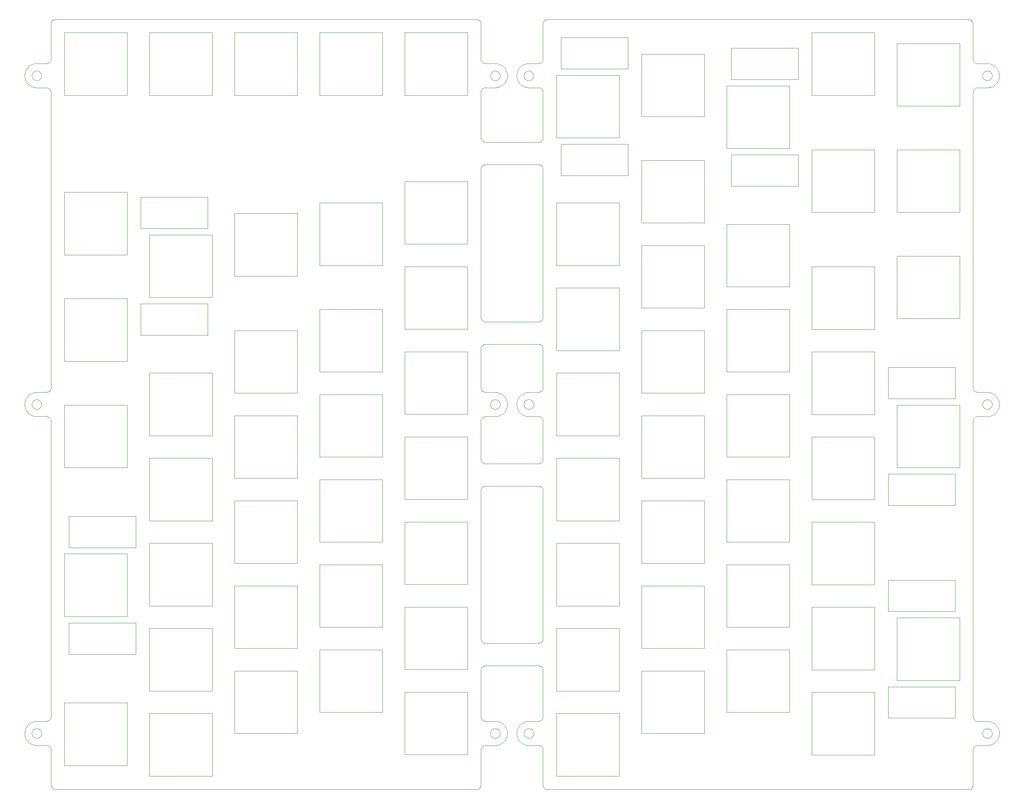
<source format=gbr>
%TF.GenerationSoftware,KiCad,Pcbnew,8.0.2*%
%TF.CreationDate,2024-05-06T20:09:12+09:00*%
%TF.ProjectId,plate,706c6174-652e-46b6-9963-61645f706362,v1.0.0*%
%TF.SameCoordinates,Original*%
%TF.FileFunction,Profile,NP*%
%FSLAX46Y46*%
G04 Gerber Fmt 4.6, Leading zero omitted, Abs format (unit mm)*
G04 Created by KiCad (PCBNEW 8.0.2) date 2024-05-06 20:09:12*
%MOMM*%
%LPD*%
G01*
G04 APERTURE LIST*
%TA.AperFunction,Profile*%
%ADD10C,0.100000*%
%TD*%
G04 APERTURE END LIST*
D10*
X212220000Y-215935000D02*
X212640000Y-215851000D01*
X211862000Y-216173000D02*
X212220000Y-215935000D01*
X211623000Y-216531000D02*
X211862000Y-216173000D01*
X211540000Y-216951000D02*
X211623000Y-216531000D01*
X211623000Y-217372000D02*
X211540000Y-216951000D01*
X211862000Y-217729000D02*
X211623000Y-217372000D01*
X212220000Y-217968000D02*
X211862000Y-217729000D01*
X212640000Y-218051000D02*
X212220000Y-217968000D01*
X213060000Y-217968000D02*
X212640000Y-218051000D01*
X213418000Y-217729000D02*
X213060000Y-217968000D01*
X213657000Y-217372000D02*
X213418000Y-217729000D01*
X213740000Y-216951000D02*
X213657000Y-217372000D01*
X213657000Y-216531000D02*
X213740000Y-216951000D01*
X213418000Y-216174000D02*
X213657000Y-216531000D01*
X213060000Y-215935000D02*
X213418000Y-216174000D01*
X212640000Y-215851000D02*
X213060000Y-215935000D01*
X212220000Y-142319000D02*
X212640000Y-142236000D01*
X211862000Y-142557000D02*
X212220000Y-142319000D01*
X211623000Y-142915000D02*
X211862000Y-142557000D01*
X211540000Y-143336000D02*
X211623000Y-142915000D01*
X211623000Y-143756000D02*
X211540000Y-143336000D01*
X211862000Y-144113000D02*
X211623000Y-143756000D01*
X212220000Y-144352000D02*
X211862000Y-144113000D01*
X212640000Y-144436000D02*
X212220000Y-144352000D01*
X213060000Y-144352000D02*
X212640000Y-144436000D01*
X213418000Y-144114000D02*
X213060000Y-144352000D01*
X213657000Y-143756000D02*
X213418000Y-144114000D01*
X213740000Y-143336000D02*
X213657000Y-143756000D01*
X213657000Y-142915000D02*
X213740000Y-143336000D01*
X213418000Y-142558000D02*
X213657000Y-142915000D01*
X213060000Y-142319000D02*
X213418000Y-142558000D01*
X212640000Y-142236000D02*
X213060000Y-142319000D01*
X314850000Y-68703000D02*
X315270000Y-68620000D01*
X314492000Y-68942000D02*
X314850000Y-68703000D01*
X314253000Y-69300000D02*
X314492000Y-68942000D01*
X314170000Y-69720000D02*
X314253000Y-69300000D01*
X314253000Y-70140000D02*
X314170000Y-69720000D01*
X314492000Y-70498000D02*
X314253000Y-70140000D01*
X314850000Y-70737000D02*
X314492000Y-70498000D01*
X315270000Y-70820000D02*
X314850000Y-70737000D01*
X315690000Y-70737000D02*
X315270000Y-70820000D01*
X316048000Y-70498000D02*
X315690000Y-70737000D01*
X316287000Y-70140000D02*
X316048000Y-70498000D01*
X316370000Y-69720000D02*
X316287000Y-70140000D01*
X316287000Y-69300000D02*
X316370000Y-69720000D01*
X316048000Y-68942000D02*
X316287000Y-69300000D01*
X315690000Y-68703000D02*
X316048000Y-68942000D01*
X315270000Y-68620000D02*
X315690000Y-68703000D01*
X212220000Y-68703000D02*
X212640000Y-68620000D01*
X211862000Y-68942000D02*
X212220000Y-68703000D01*
X211623000Y-69300000D02*
X211862000Y-68942000D01*
X211540000Y-69720000D02*
X211623000Y-69300000D01*
X211623000Y-70140000D02*
X211540000Y-69720000D01*
X211862000Y-70498000D02*
X211623000Y-70140000D01*
X212220000Y-70737000D02*
X211862000Y-70498000D01*
X212640000Y-70820000D02*
X212220000Y-70737000D01*
X213060000Y-70737000D02*
X212640000Y-70820000D01*
X213418000Y-70498000D02*
X213060000Y-70737000D01*
X213657000Y-70140000D02*
X213418000Y-70498000D01*
X213740000Y-69720000D02*
X213657000Y-70140000D01*
X213657000Y-69300000D02*
X213740000Y-69720000D01*
X213418000Y-68942000D02*
X213657000Y-69300000D01*
X213060000Y-68703000D02*
X213418000Y-68942000D01*
X212640000Y-68620000D02*
X213060000Y-68703000D01*
X314850000Y-215935000D02*
X315270000Y-215851000D01*
X314492000Y-216173000D02*
X314850000Y-215935000D01*
X314253000Y-216531000D02*
X314492000Y-216173000D01*
X314170000Y-216951000D02*
X314253000Y-216531000D01*
X314253000Y-217372000D02*
X314170000Y-216951000D01*
X314492000Y-217729000D02*
X314253000Y-217372000D01*
X314850000Y-217968000D02*
X314492000Y-217729000D01*
X315270000Y-218051000D02*
X314850000Y-217968000D01*
X315690000Y-217968000D02*
X315270000Y-218051000D01*
X316048000Y-217729000D02*
X315690000Y-217968000D01*
X316287000Y-217372000D02*
X316048000Y-217729000D01*
X316370000Y-216951000D02*
X316287000Y-217372000D01*
X316287000Y-216531000D02*
X316370000Y-216951000D01*
X316048000Y-216174000D02*
X316287000Y-216531000D01*
X315690000Y-215935000D02*
X316048000Y-216174000D01*
X315270000Y-215851000D02*
X315690000Y-215935000D01*
X314850000Y-142319000D02*
X315270000Y-142236000D01*
X314492000Y-142557000D02*
X314850000Y-142319000D01*
X314253000Y-142915000D02*
X314492000Y-142557000D01*
X314170000Y-143336000D02*
X314253000Y-142915000D01*
X314253000Y-143756000D02*
X314170000Y-143336000D01*
X314492000Y-144113000D02*
X314253000Y-143756000D01*
X314850000Y-144352000D02*
X314492000Y-144113000D01*
X315270000Y-144436000D02*
X314850000Y-144352000D01*
X315690000Y-144352000D02*
X315270000Y-144436000D01*
X316048000Y-144114000D02*
X315690000Y-144352000D01*
X316287000Y-143756000D02*
X316048000Y-144114000D01*
X316370000Y-143336000D02*
X316287000Y-143756000D01*
X316287000Y-142915000D02*
X316370000Y-143336000D01*
X316048000Y-142558000D02*
X316287000Y-142915000D01*
X315690000Y-142319000D02*
X316048000Y-142558000D01*
X315270000Y-142236000D02*
X315690000Y-142319000D01*
X215223000Y-196727000D02*
X214840000Y-196803000D01*
X215546000Y-196511000D02*
X215223000Y-196727000D01*
X215764000Y-196187000D02*
X215546000Y-196511000D01*
X215840000Y-195803000D02*
X215764000Y-196187000D01*
X215840000Y-195307000D02*
X215840000Y-195803000D01*
X215840000Y-194811000D02*
X215840000Y-195307000D01*
X215840000Y-194316000D02*
X215840000Y-194811000D01*
X215840000Y-193821000D02*
X215840000Y-194316000D01*
X215840000Y-193325000D02*
X215840000Y-193821000D01*
X215840000Y-192830000D02*
X215840000Y-193325000D01*
X215840000Y-192334000D02*
X215840000Y-192830000D01*
X215840000Y-191838000D02*
X215840000Y-192334000D01*
X215840000Y-191342000D02*
X215840000Y-191838000D01*
X215840000Y-190847000D02*
X215840000Y-191342000D01*
X215840000Y-190353000D02*
X215840000Y-190847000D01*
X215840000Y-189856000D02*
X215840000Y-190353000D01*
X215840000Y-189359000D02*
X215840000Y-189856000D01*
X215840000Y-188863000D02*
X215840000Y-189359000D01*
X215840000Y-188367000D02*
X215840000Y-188863000D01*
X215840000Y-187870000D02*
X215840000Y-188367000D01*
X215840000Y-187374000D02*
X215840000Y-187870000D01*
X215840000Y-186878000D02*
X215840000Y-187374000D01*
X215840000Y-186383000D02*
X215840000Y-186878000D01*
X215840000Y-185888000D02*
X215840000Y-186383000D01*
X215840000Y-185393000D02*
X215840000Y-185888000D01*
X215840000Y-184897000D02*
X215840000Y-185393000D01*
X215840000Y-184400000D02*
X215840000Y-184897000D01*
X215840000Y-183905000D02*
X215840000Y-184400000D01*
X215840000Y-183410000D02*
X215840000Y-183905000D01*
X215840000Y-182914000D02*
X215840000Y-183410000D01*
X215840000Y-182419000D02*
X215840000Y-182914000D01*
X215840000Y-181923000D02*
X215840000Y-182419000D01*
X215840000Y-181427000D02*
X215840000Y-181923000D01*
X215840000Y-180931000D02*
X215840000Y-181427000D01*
X215840000Y-180436000D02*
X215840000Y-180931000D01*
X215840000Y-179941000D02*
X215840000Y-180436000D01*
X215840000Y-179444000D02*
X215840000Y-179941000D01*
X215840000Y-178948000D02*
X215840000Y-179444000D01*
X215840000Y-178452000D02*
X215840000Y-178948000D01*
X215840000Y-177956000D02*
X215840000Y-178452000D01*
X215840000Y-177460000D02*
X215840000Y-177956000D01*
X215840000Y-176965000D02*
X215840000Y-177460000D01*
X215840000Y-176469000D02*
X215840000Y-176965000D01*
X215840000Y-175972000D02*
X215840000Y-176469000D01*
X215840000Y-175477000D02*
X215840000Y-175972000D01*
X215840000Y-174981000D02*
X215840000Y-175477000D01*
X215840000Y-174485000D02*
X215840000Y-174981000D01*
X215840000Y-173990000D02*
X215840000Y-174485000D01*
X215840000Y-173495000D02*
X215840000Y-173990000D01*
X215840000Y-173000000D02*
X215840000Y-173495000D01*
X215840000Y-172504000D02*
X215840000Y-173000000D01*
X215840000Y-172008000D02*
X215840000Y-172504000D01*
X215840000Y-171512000D02*
X215840000Y-172008000D01*
X215840000Y-171016000D02*
X215840000Y-171512000D01*
X215840000Y-170520000D02*
X215840000Y-171016000D01*
X215840000Y-170024000D02*
X215840000Y-170520000D01*
X215840000Y-169528000D02*
X215840000Y-170024000D01*
X215840000Y-169032000D02*
X215840000Y-169528000D01*
X215840000Y-168536000D02*
X215840000Y-169032000D01*
X215840000Y-168040000D02*
X215840000Y-168536000D01*
X215840000Y-167545000D02*
X215840000Y-168040000D01*
X215840000Y-167049000D02*
X215840000Y-167545000D01*
X215840000Y-166553000D02*
X215840000Y-167049000D01*
X215840000Y-166056000D02*
X215840000Y-166553000D01*
X215840000Y-165560000D02*
X215840000Y-166056000D01*
X215840000Y-165064000D02*
X215840000Y-165560000D01*
X215840000Y-164568000D02*
X215840000Y-165064000D01*
X215840000Y-164073000D02*
X215840000Y-164568000D01*
X215840000Y-163577000D02*
X215840000Y-164073000D01*
X215840000Y-163081000D02*
X215840000Y-163577000D01*
X215840000Y-162586000D02*
X215840000Y-163081000D01*
X215764000Y-162203000D02*
X215840000Y-162586000D01*
X215547000Y-161879000D02*
X215764000Y-162203000D01*
X215223000Y-161662000D02*
X215547000Y-161879000D01*
X214840000Y-161586000D02*
X215223000Y-161662000D01*
X214344000Y-161586000D02*
X214840000Y-161586000D01*
X213849000Y-161586000D02*
X214344000Y-161586000D01*
X213353000Y-161586000D02*
X213849000Y-161586000D01*
X212858000Y-161586000D02*
X213353000Y-161586000D01*
X212362000Y-161586000D02*
X212858000Y-161586000D01*
X211866000Y-161586000D02*
X212362000Y-161586000D01*
X211370000Y-161586000D02*
X211866000Y-161586000D01*
X210874000Y-161586000D02*
X211370000Y-161586000D01*
X210378000Y-161586000D02*
X210874000Y-161586000D01*
X209883000Y-161586000D02*
X210378000Y-161586000D01*
X209386000Y-161586000D02*
X209883000Y-161586000D01*
X208890000Y-161586000D02*
X209386000Y-161586000D01*
X208394000Y-161586000D02*
X208890000Y-161586000D01*
X207898000Y-161586000D02*
X208394000Y-161586000D01*
X207402000Y-161586000D02*
X207898000Y-161586000D01*
X206906000Y-161586000D02*
X207402000Y-161586000D01*
X206410000Y-161586000D02*
X206906000Y-161586000D01*
X205914000Y-161586000D02*
X206410000Y-161586000D01*
X205419000Y-161586000D02*
X205914000Y-161586000D01*
X204923000Y-161586000D02*
X205419000Y-161586000D01*
X204428000Y-161586000D02*
X204923000Y-161586000D01*
X203932000Y-161586000D02*
X204428000Y-161586000D01*
X203436000Y-161586000D02*
X203932000Y-161586000D01*
X202940000Y-161586000D02*
X203436000Y-161586000D01*
X202557000Y-161662000D02*
X202940000Y-161586000D01*
X202234000Y-161878000D02*
X202557000Y-161662000D01*
X202016000Y-162203000D02*
X202234000Y-161878000D01*
X201940000Y-162587000D02*
X202016000Y-162203000D01*
X201940000Y-163082000D02*
X201940000Y-162587000D01*
X201940000Y-163578000D02*
X201940000Y-163082000D01*
X201940000Y-164073000D02*
X201940000Y-163578000D01*
X201940000Y-164569000D02*
X201940000Y-164073000D01*
X201940000Y-165064000D02*
X201940000Y-164569000D01*
X201940000Y-165560000D02*
X201940000Y-165064000D01*
X201940000Y-166056000D02*
X201940000Y-165560000D01*
X201940000Y-166551000D02*
X201940000Y-166056000D01*
X201940000Y-167047000D02*
X201940000Y-166551000D01*
X201940000Y-167542000D02*
X201940000Y-167047000D01*
X201940000Y-168037000D02*
X201940000Y-167542000D01*
X201940000Y-168533000D02*
X201940000Y-168037000D01*
X201940000Y-169030000D02*
X201940000Y-168533000D01*
X201940000Y-169527000D02*
X201940000Y-169030000D01*
X201940000Y-170023000D02*
X201940000Y-169527000D01*
X201940000Y-170519000D02*
X201940000Y-170023000D01*
X201940000Y-171015000D02*
X201940000Y-170519000D01*
X201940000Y-171511000D02*
X201940000Y-171015000D01*
X201940000Y-172006000D02*
X201940000Y-171511000D01*
X201940000Y-172501000D02*
X201940000Y-172006000D01*
X201940000Y-172997000D02*
X201940000Y-172501000D01*
X201940000Y-173493000D02*
X201940000Y-172997000D01*
X201940000Y-173989000D02*
X201940000Y-173493000D01*
X201940000Y-174484000D02*
X201940000Y-173989000D01*
X201940000Y-174979000D02*
X201940000Y-174484000D01*
X201940000Y-175475000D02*
X201940000Y-174979000D01*
X201940000Y-175971000D02*
X201940000Y-175475000D01*
X201940000Y-176467000D02*
X201940000Y-175971000D01*
X201940000Y-176963000D02*
X201940000Y-176467000D01*
X201940000Y-177459000D02*
X201940000Y-176963000D01*
X201940000Y-177954000D02*
X201940000Y-177459000D01*
X201940000Y-178449000D02*
X201940000Y-177954000D01*
X201940000Y-178945000D02*
X201940000Y-178449000D01*
X201940000Y-179441000D02*
X201940000Y-178945000D01*
X201940000Y-179937000D02*
X201940000Y-179441000D01*
X201940000Y-180433000D02*
X201940000Y-179937000D01*
X201940000Y-180929000D02*
X201940000Y-180433000D01*
X201940000Y-181425000D02*
X201940000Y-180929000D01*
X201940000Y-181921000D02*
X201940000Y-181425000D01*
X201940000Y-182417000D02*
X201940000Y-181921000D01*
X201940000Y-182913000D02*
X201940000Y-182417000D01*
X201940000Y-183409000D02*
X201940000Y-182913000D01*
X201940000Y-183904000D02*
X201940000Y-183409000D01*
X201940000Y-184399000D02*
X201940000Y-183904000D01*
X201940000Y-184895000D02*
X201940000Y-184399000D01*
X201940000Y-185390000D02*
X201940000Y-184895000D01*
X201940000Y-185886000D02*
X201940000Y-185390000D01*
X201940000Y-186382000D02*
X201940000Y-185886000D01*
X201940000Y-186878000D02*
X201940000Y-186382000D01*
X201940000Y-187374000D02*
X201940000Y-186878000D01*
X201940000Y-187869000D02*
X201940000Y-187374000D01*
X201940000Y-188366000D02*
X201940000Y-187869000D01*
X201940000Y-188862000D02*
X201940000Y-188366000D01*
X201940000Y-189358000D02*
X201940000Y-188862000D01*
X201940000Y-189853000D02*
X201940000Y-189358000D01*
X201940000Y-190349000D02*
X201940000Y-189853000D01*
X201940000Y-190845000D02*
X201940000Y-190349000D01*
X201940000Y-191341000D02*
X201940000Y-190845000D01*
X201940000Y-191837000D02*
X201940000Y-191341000D01*
X201940000Y-192333000D02*
X201940000Y-191837000D01*
X201940000Y-192830000D02*
X201940000Y-192333000D01*
X201940000Y-193326000D02*
X201940000Y-192830000D01*
X201940000Y-193822000D02*
X201940000Y-193326000D01*
X201940000Y-194317000D02*
X201940000Y-193822000D01*
X201940000Y-194812000D02*
X201940000Y-194317000D01*
X201940000Y-195308000D02*
X201940000Y-194812000D01*
X201940000Y-195804000D02*
X201940000Y-195308000D01*
X202016000Y-196186000D02*
X201940000Y-195804000D01*
X202233000Y-196511000D02*
X202016000Y-196186000D01*
X202557000Y-196727000D02*
X202233000Y-196511000D01*
X202940000Y-196803000D02*
X202557000Y-196727000D01*
X203436000Y-196803000D02*
X202940000Y-196803000D01*
X203931000Y-196803000D02*
X203436000Y-196803000D01*
X204427000Y-196803000D02*
X203931000Y-196803000D01*
X204922000Y-196803000D02*
X204427000Y-196803000D01*
X205418000Y-196803000D02*
X204922000Y-196803000D01*
X205914000Y-196803000D02*
X205418000Y-196803000D01*
X206410000Y-196803000D02*
X205914000Y-196803000D01*
X206906000Y-196803000D02*
X206410000Y-196803000D01*
X207402000Y-196803000D02*
X206906000Y-196803000D01*
X207897000Y-196803000D02*
X207402000Y-196803000D01*
X208394000Y-196803000D02*
X207897000Y-196803000D01*
X208890000Y-196803000D02*
X208394000Y-196803000D01*
X209386000Y-196803000D02*
X208890000Y-196803000D01*
X209882000Y-196803000D02*
X209386000Y-196803000D01*
X210378000Y-196803000D02*
X209882000Y-196803000D01*
X210874000Y-196803000D02*
X210378000Y-196803000D01*
X211370000Y-196803000D02*
X210874000Y-196803000D01*
X211866000Y-196803000D02*
X211370000Y-196803000D01*
X212361000Y-196803000D02*
X211866000Y-196803000D01*
X212857000Y-196803000D02*
X212361000Y-196803000D01*
X213352000Y-196803000D02*
X212857000Y-196803000D01*
X213848000Y-196803000D02*
X213352000Y-196803000D01*
X214344000Y-196803000D02*
X213848000Y-196803000D01*
X214840000Y-196803000D02*
X214344000Y-196803000D01*
X257485000Y-116998000D02*
X256985000Y-116998000D01*
X257985000Y-116998000D02*
X257485000Y-116998000D01*
X258485000Y-116998000D02*
X257985000Y-116998000D01*
X258984000Y-116998000D02*
X258485000Y-116998000D01*
X259484000Y-116998000D02*
X258984000Y-116998000D01*
X259984000Y-116998000D02*
X259484000Y-116998000D01*
X260484000Y-116998000D02*
X259984000Y-116998000D01*
X260984000Y-116998000D02*
X260484000Y-116998000D01*
X261234000Y-116998000D02*
X260984000Y-116998000D01*
X261485000Y-116998000D02*
X261234000Y-116998000D01*
X261985000Y-116998000D02*
X261485000Y-116998000D01*
X262485000Y-116998000D02*
X261985000Y-116998000D01*
X262985000Y-116998000D02*
X262485000Y-116998000D01*
X263235000Y-116998000D02*
X262985000Y-116998000D01*
X263486000Y-116998000D02*
X263235000Y-116998000D01*
X263985000Y-116998000D02*
X263486000Y-116998000D01*
X264484000Y-116998000D02*
X263985000Y-116998000D01*
X264984000Y-116998000D02*
X264484000Y-116998000D01*
X265484000Y-116998000D02*
X264984000Y-116998000D01*
X265983000Y-116998000D02*
X265484000Y-116998000D01*
X266233000Y-116998000D02*
X265983000Y-116998000D01*
X266484000Y-116998000D02*
X266233000Y-116998000D01*
X266984000Y-116998000D02*
X266484000Y-116998000D01*
X267484000Y-116998000D02*
X266984000Y-116998000D01*
X267734000Y-116998000D02*
X267484000Y-116998000D01*
X267985000Y-116998000D02*
X267734000Y-116998000D01*
X268484000Y-116998000D02*
X267985000Y-116998000D01*
X268984000Y-116998000D02*
X268484000Y-116998000D01*
X269484000Y-116998000D02*
X268984000Y-116998000D01*
X269984000Y-116998000D02*
X269484000Y-116998000D01*
X270234000Y-116998000D02*
X269984000Y-116998000D01*
X270485000Y-116998000D02*
X270234000Y-116998000D01*
X270985000Y-116998000D02*
X270485000Y-116998000D01*
X270985000Y-116498000D02*
X270985000Y-116998000D01*
X270985000Y-115998000D02*
X270985000Y-116498000D01*
X270985000Y-115498000D02*
X270985000Y-115998000D01*
X270985000Y-114999000D02*
X270985000Y-115498000D01*
X270985000Y-114499000D02*
X270985000Y-114999000D01*
X270985000Y-113999000D02*
X270985000Y-114499000D01*
X270985000Y-113499000D02*
X270985000Y-113999000D01*
X270985000Y-112999000D02*
X270985000Y-113499000D01*
X270985000Y-112749000D02*
X270985000Y-112999000D01*
X270985000Y-112498000D02*
X270985000Y-112749000D01*
X270985000Y-111998000D02*
X270985000Y-112498000D01*
X270985000Y-111498000D02*
X270985000Y-111998000D01*
X270985000Y-110998000D02*
X270985000Y-111498000D01*
X270985000Y-110748000D02*
X270985000Y-110998000D01*
X270985000Y-110497000D02*
X270985000Y-110748000D01*
X270985000Y-109998000D02*
X270985000Y-110497000D01*
X270985000Y-109499000D02*
X270985000Y-109998000D01*
X270985000Y-108999000D02*
X270985000Y-109499000D01*
X270985000Y-108499000D02*
X270985000Y-108999000D01*
X270985000Y-108000000D02*
X270985000Y-108499000D01*
X270985000Y-107750000D02*
X270985000Y-108000000D01*
X270985000Y-107499000D02*
X270985000Y-107750000D01*
X270985000Y-106999000D02*
X270985000Y-107499000D01*
X270985000Y-106499000D02*
X270985000Y-106999000D01*
X270985000Y-106249000D02*
X270985000Y-106499000D01*
X270985000Y-105998000D02*
X270985000Y-106249000D01*
X270985000Y-105499000D02*
X270985000Y-105998000D01*
X270985000Y-104999000D02*
X270985000Y-105499000D01*
X270985000Y-104499000D02*
X270985000Y-104999000D01*
X270985000Y-103999000D02*
X270985000Y-104499000D01*
X270985000Y-103749000D02*
X270985000Y-103999000D01*
X270985000Y-103498000D02*
X270985000Y-103749000D01*
X270985000Y-102998000D02*
X270985000Y-103498000D01*
X270485000Y-102998000D02*
X270985000Y-102998000D01*
X269985000Y-102998000D02*
X270485000Y-102998000D01*
X269485000Y-102998000D02*
X269985000Y-102998000D01*
X268986000Y-102998000D02*
X269485000Y-102998000D01*
X268486000Y-102998000D02*
X268986000Y-102998000D01*
X267986000Y-102998000D02*
X268486000Y-102998000D01*
X267486000Y-102998000D02*
X267986000Y-102998000D01*
X266986000Y-102998000D02*
X267486000Y-102998000D01*
X266735000Y-102998000D02*
X266986000Y-102998000D01*
X266485000Y-102998000D02*
X266735000Y-102998000D01*
X265985000Y-102998000D02*
X266485000Y-102998000D01*
X265485000Y-102998000D02*
X265985000Y-102998000D01*
X264985000Y-102998000D02*
X265485000Y-102998000D01*
X264734000Y-102998000D02*
X264985000Y-102998000D01*
X264484000Y-102998000D02*
X264734000Y-102998000D01*
X263985000Y-102998000D02*
X264484000Y-102998000D01*
X263486000Y-102998000D02*
X263985000Y-102998000D01*
X262986000Y-102998000D02*
X263486000Y-102998000D01*
X262486000Y-102998000D02*
X262986000Y-102998000D01*
X261987000Y-102998000D02*
X262486000Y-102998000D01*
X261736000Y-102998000D02*
X261987000Y-102998000D01*
X261486000Y-102998000D02*
X261736000Y-102998000D01*
X260986000Y-102998000D02*
X261486000Y-102998000D01*
X260486000Y-102998000D02*
X260986000Y-102998000D01*
X260235000Y-102998000D02*
X260486000Y-102998000D01*
X259985000Y-102998000D02*
X260235000Y-102998000D01*
X259486000Y-102998000D02*
X259985000Y-102998000D01*
X258986000Y-102998000D02*
X259486000Y-102998000D01*
X258486000Y-102998000D02*
X258986000Y-102998000D01*
X257986000Y-102998000D02*
X258486000Y-102998000D01*
X257735000Y-102998000D02*
X257986000Y-102998000D01*
X257485000Y-102998000D02*
X257735000Y-102998000D01*
X256985000Y-102998000D02*
X257485000Y-102998000D01*
X256985000Y-103498000D02*
X256985000Y-102998000D01*
X256985000Y-103998000D02*
X256985000Y-103498000D01*
X256985000Y-104498000D02*
X256985000Y-103998000D01*
X256985000Y-104997000D02*
X256985000Y-104498000D01*
X256985000Y-105497000D02*
X256985000Y-104997000D01*
X256985000Y-105997000D02*
X256985000Y-105497000D01*
X256985000Y-106497000D02*
X256985000Y-105997000D01*
X256985000Y-106997000D02*
X256985000Y-106497000D01*
X256985000Y-107248000D02*
X256985000Y-106997000D01*
X256985000Y-107498000D02*
X256985000Y-107248000D01*
X256985000Y-107998000D02*
X256985000Y-107498000D01*
X256985000Y-108498000D02*
X256985000Y-107998000D01*
X256985000Y-108998000D02*
X256985000Y-108498000D01*
X256985000Y-109249000D02*
X256985000Y-108998000D01*
X256985000Y-109499000D02*
X256985000Y-109249000D01*
X256985000Y-109998000D02*
X256985000Y-109499000D01*
X256985000Y-110497000D02*
X256985000Y-109998000D01*
X256985000Y-110997000D02*
X256985000Y-110497000D01*
X256985000Y-111497000D02*
X256985000Y-110997000D01*
X256985000Y-111996000D02*
X256985000Y-111497000D01*
X256985000Y-112247000D02*
X256985000Y-111996000D01*
X256985000Y-112497000D02*
X256985000Y-112247000D01*
X256985000Y-112997000D02*
X256985000Y-112497000D01*
X256985000Y-113497000D02*
X256985000Y-112997000D01*
X256985000Y-113748000D02*
X256985000Y-113497000D01*
X256985000Y-113998000D02*
X256985000Y-113748000D01*
X256985000Y-114497000D02*
X256985000Y-113998000D01*
X256985000Y-114997000D02*
X256985000Y-114497000D01*
X256985000Y-115497000D02*
X256985000Y-114997000D01*
X256985000Y-115997000D02*
X256985000Y-115497000D01*
X256985000Y-116248000D02*
X256985000Y-115997000D01*
X256985000Y-116498000D02*
X256985000Y-116248000D01*
X256985000Y-116998000D02*
X256985000Y-116498000D01*
X289535000Y-131573000D02*
X290035000Y-131573000D01*
X289035000Y-131573000D02*
X289535000Y-131573000D01*
X288535000Y-131573000D02*
X289035000Y-131573000D01*
X288036000Y-131573000D02*
X288535000Y-131573000D01*
X287536000Y-131573000D02*
X288036000Y-131573000D01*
X287036000Y-131573000D02*
X287536000Y-131573000D01*
X286536000Y-131573000D02*
X287036000Y-131573000D01*
X286036000Y-131573000D02*
X286536000Y-131573000D01*
X285785000Y-131573000D02*
X286036000Y-131573000D01*
X285535000Y-131573000D02*
X285785000Y-131573000D01*
X285035000Y-131573000D02*
X285535000Y-131573000D01*
X284535000Y-131573000D02*
X285035000Y-131573000D01*
X284035000Y-131573000D02*
X284535000Y-131573000D01*
X283784000Y-131573000D02*
X284035000Y-131573000D01*
X283534000Y-131573000D02*
X283784000Y-131573000D01*
X283035000Y-131573000D02*
X283534000Y-131573000D01*
X282536000Y-131573000D02*
X283035000Y-131573000D01*
X282036000Y-131573000D02*
X282536000Y-131573000D01*
X281536000Y-131573000D02*
X282036000Y-131573000D01*
X281037000Y-131573000D02*
X281536000Y-131573000D01*
X280786000Y-131573000D02*
X281037000Y-131573000D01*
X280536000Y-131573000D02*
X280786000Y-131573000D01*
X280036000Y-131573000D02*
X280536000Y-131573000D01*
X279536000Y-131573000D02*
X280036000Y-131573000D01*
X279285000Y-131573000D02*
X279536000Y-131573000D01*
X279035000Y-131573000D02*
X279285000Y-131573000D01*
X278536000Y-131573000D02*
X279035000Y-131573000D01*
X278036000Y-131573000D02*
X278536000Y-131573000D01*
X277536000Y-131573000D02*
X278036000Y-131573000D01*
X277036000Y-131573000D02*
X277536000Y-131573000D01*
X276785000Y-131573000D02*
X277036000Y-131573000D01*
X276535000Y-131573000D02*
X276785000Y-131573000D01*
X276035000Y-131573000D02*
X276535000Y-131573000D01*
X276035000Y-132073000D02*
X276035000Y-131573000D01*
X276035000Y-132573000D02*
X276035000Y-132073000D01*
X276035000Y-133073000D02*
X276035000Y-132573000D01*
X276035000Y-133572000D02*
X276035000Y-133073000D01*
X276035000Y-134072000D02*
X276035000Y-133572000D01*
X276035000Y-134572000D02*
X276035000Y-134072000D01*
X276035000Y-135072000D02*
X276035000Y-134572000D01*
X276035000Y-135572000D02*
X276035000Y-135072000D01*
X276035000Y-135823000D02*
X276035000Y-135572000D01*
X276035000Y-136073000D02*
X276035000Y-135823000D01*
X276035000Y-136573000D02*
X276035000Y-136073000D01*
X276035000Y-137073000D02*
X276035000Y-136573000D01*
X276035000Y-137573000D02*
X276035000Y-137073000D01*
X276035000Y-137824000D02*
X276035000Y-137573000D01*
X276035000Y-138074000D02*
X276035000Y-137824000D01*
X276035000Y-138573000D02*
X276035000Y-138074000D01*
X276035000Y-139072000D02*
X276035000Y-138573000D01*
X276035000Y-139572000D02*
X276035000Y-139072000D01*
X276035000Y-140072000D02*
X276035000Y-139572000D01*
X276035000Y-140571000D02*
X276035000Y-140072000D01*
X276035000Y-140822000D02*
X276035000Y-140571000D01*
X276035000Y-141072000D02*
X276035000Y-140822000D01*
X276035000Y-141572000D02*
X276035000Y-141072000D01*
X276035000Y-142072000D02*
X276035000Y-141572000D01*
X276035000Y-142323000D02*
X276035000Y-142072000D01*
X276035000Y-142573000D02*
X276035000Y-142323000D01*
X276035000Y-143072000D02*
X276035000Y-142573000D01*
X276035000Y-143572000D02*
X276035000Y-143072000D01*
X276035000Y-144072000D02*
X276035000Y-143572000D01*
X276035000Y-144572000D02*
X276035000Y-144072000D01*
X276035000Y-144823000D02*
X276035000Y-144572000D01*
X276035000Y-145073000D02*
X276035000Y-144823000D01*
X276035000Y-145573000D02*
X276035000Y-145073000D01*
X276535000Y-145573000D02*
X276035000Y-145573000D01*
X277035000Y-145573000D02*
X276535000Y-145573000D01*
X277535000Y-145573000D02*
X277035000Y-145573000D01*
X278034000Y-145573000D02*
X277535000Y-145573000D01*
X278534000Y-145573000D02*
X278034000Y-145573000D01*
X279034000Y-145573000D02*
X278534000Y-145573000D01*
X279534000Y-145573000D02*
X279034000Y-145573000D01*
X280034000Y-145573000D02*
X279534000Y-145573000D01*
X280284000Y-145573000D02*
X280034000Y-145573000D01*
X280535000Y-145573000D02*
X280284000Y-145573000D01*
X281035000Y-145573000D02*
X280535000Y-145573000D01*
X281535000Y-145573000D02*
X281035000Y-145573000D01*
X282035000Y-145573000D02*
X281535000Y-145573000D01*
X282285000Y-145573000D02*
X282035000Y-145573000D01*
X282536000Y-145573000D02*
X282285000Y-145573000D01*
X283035000Y-145573000D02*
X282536000Y-145573000D01*
X283534000Y-145573000D02*
X283035000Y-145573000D01*
X284034000Y-145573000D02*
X283534000Y-145573000D01*
X284534000Y-145573000D02*
X284034000Y-145573000D01*
X285033000Y-145573000D02*
X284534000Y-145573000D01*
X285283000Y-145573000D02*
X285033000Y-145573000D01*
X285534000Y-145573000D02*
X285283000Y-145573000D01*
X286034000Y-145573000D02*
X285534000Y-145573000D01*
X286534000Y-145573000D02*
X286034000Y-145573000D01*
X286784000Y-145573000D02*
X286534000Y-145573000D01*
X287035000Y-145573000D02*
X286784000Y-145573000D01*
X287534000Y-145573000D02*
X287035000Y-145573000D01*
X288034000Y-145573000D02*
X287534000Y-145573000D01*
X288534000Y-145573000D02*
X288034000Y-145573000D01*
X289034000Y-145573000D02*
X288534000Y-145573000D01*
X289284000Y-145573000D02*
X289034000Y-145573000D01*
X289535000Y-145573000D02*
X289284000Y-145573000D01*
X290035000Y-145573000D02*
X289535000Y-145573000D01*
X290035000Y-145073000D02*
X290035000Y-145573000D01*
X290035000Y-144573000D02*
X290035000Y-145073000D01*
X290035000Y-144073000D02*
X290035000Y-144573000D01*
X290035000Y-143574000D02*
X290035000Y-144073000D01*
X290035000Y-143074000D02*
X290035000Y-143574000D01*
X290035000Y-142574000D02*
X290035000Y-143074000D01*
X290035000Y-142074000D02*
X290035000Y-142574000D01*
X290035000Y-141574000D02*
X290035000Y-142074000D01*
X290035000Y-141324000D02*
X290035000Y-141574000D01*
X290035000Y-141073000D02*
X290035000Y-141324000D01*
X290035000Y-140573000D02*
X290035000Y-141073000D01*
X290035000Y-140073000D02*
X290035000Y-140573000D01*
X290035000Y-139573000D02*
X290035000Y-140073000D01*
X290035000Y-139323000D02*
X290035000Y-139573000D01*
X290035000Y-139072000D02*
X290035000Y-139323000D01*
X290035000Y-138573000D02*
X290035000Y-139072000D01*
X290035000Y-138074000D02*
X290035000Y-138573000D01*
X290035000Y-137574000D02*
X290035000Y-138074000D01*
X290035000Y-137074000D02*
X290035000Y-137574000D01*
X290035000Y-136575000D02*
X290035000Y-137074000D01*
X290035000Y-136325000D02*
X290035000Y-136575000D01*
X290035000Y-136074000D02*
X290035000Y-136325000D01*
X290035000Y-135574000D02*
X290035000Y-136074000D01*
X290035000Y-135074000D02*
X290035000Y-135574000D01*
X290035000Y-134824000D02*
X290035000Y-135074000D01*
X290035000Y-134573000D02*
X290035000Y-134824000D01*
X290035000Y-134074000D02*
X290035000Y-134573000D01*
X290035000Y-133574000D02*
X290035000Y-134074000D01*
X290035000Y-133074000D02*
X290035000Y-133574000D01*
X290035000Y-132574000D02*
X290035000Y-133074000D01*
X290035000Y-132324000D02*
X290035000Y-132574000D01*
X290035000Y-132073000D02*
X290035000Y-132324000D01*
X290035000Y-131573000D02*
X290035000Y-132073000D01*
X237935000Y-146361000D02*
X237935000Y-145861000D01*
X237935000Y-146861000D02*
X237935000Y-146361000D01*
X237935000Y-147361000D02*
X237935000Y-146861000D01*
X237935000Y-147860000D02*
X237935000Y-147361000D01*
X237935000Y-148360000D02*
X237935000Y-147860000D01*
X237935000Y-148860000D02*
X237935000Y-148360000D01*
X237935000Y-149360000D02*
X237935000Y-148860000D01*
X237935000Y-149860000D02*
X237935000Y-149360000D01*
X237935000Y-150111000D02*
X237935000Y-149860000D01*
X237935000Y-150361000D02*
X237935000Y-150111000D01*
X237935000Y-150861000D02*
X237935000Y-150361000D01*
X237935000Y-151361000D02*
X237935000Y-150861000D01*
X237935000Y-151861000D02*
X237935000Y-151361000D01*
X237935000Y-152112000D02*
X237935000Y-151861000D01*
X237935000Y-152362000D02*
X237935000Y-152112000D01*
X237935000Y-152861000D02*
X237935000Y-152362000D01*
X237935000Y-153360000D02*
X237935000Y-152861000D01*
X237935000Y-153860000D02*
X237935000Y-153360000D01*
X237935000Y-154360000D02*
X237935000Y-153860000D01*
X237935000Y-154859000D02*
X237935000Y-154360000D01*
X237935000Y-155110000D02*
X237935000Y-154859000D01*
X237935000Y-155360000D02*
X237935000Y-155110000D01*
X237935000Y-155860000D02*
X237935000Y-155360000D01*
X237935000Y-156360000D02*
X237935000Y-155860000D01*
X237935000Y-156611000D02*
X237935000Y-156360000D01*
X237935000Y-156861000D02*
X237935000Y-156611000D01*
X237935000Y-157360000D02*
X237935000Y-156861000D01*
X237935000Y-157860000D02*
X237935000Y-157360000D01*
X237935000Y-158360000D02*
X237935000Y-157860000D01*
X237935000Y-158860000D02*
X237935000Y-158360000D01*
X237935000Y-159111000D02*
X237935000Y-158860000D01*
X237935000Y-159361000D02*
X237935000Y-159111000D01*
X237935000Y-159861000D02*
X237935000Y-159361000D01*
X238435000Y-159861000D02*
X237935000Y-159861000D01*
X238935000Y-159861000D02*
X238435000Y-159861000D01*
X239435000Y-159861000D02*
X238935000Y-159861000D01*
X239934000Y-159861000D02*
X239435000Y-159861000D01*
X240434000Y-159861000D02*
X239934000Y-159861000D01*
X240934000Y-159861000D02*
X240434000Y-159861000D01*
X241434000Y-159861000D02*
X240934000Y-159861000D01*
X241934000Y-159861000D02*
X241434000Y-159861000D01*
X242184000Y-159861000D02*
X241934000Y-159861000D01*
X242435000Y-159861000D02*
X242184000Y-159861000D01*
X242935000Y-159861000D02*
X242435000Y-159861000D01*
X243435000Y-159861000D02*
X242935000Y-159861000D01*
X243935000Y-159861000D02*
X243435000Y-159861000D01*
X244185000Y-159861000D02*
X243935000Y-159861000D01*
X244436000Y-159861000D02*
X244185000Y-159861000D01*
X244935000Y-159861000D02*
X244436000Y-159861000D01*
X245434000Y-159861000D02*
X244935000Y-159861000D01*
X245934000Y-159861000D02*
X245434000Y-159861000D01*
X246434000Y-159861000D02*
X245934000Y-159861000D01*
X246933000Y-159861000D02*
X246434000Y-159861000D01*
X247183000Y-159861000D02*
X246933000Y-159861000D01*
X247434000Y-159861000D02*
X247183000Y-159861000D01*
X247934000Y-159861000D02*
X247434000Y-159861000D01*
X248434000Y-159861000D02*
X247934000Y-159861000D01*
X248684000Y-159861000D02*
X248434000Y-159861000D01*
X248935000Y-159861000D02*
X248684000Y-159861000D01*
X249434000Y-159861000D02*
X248935000Y-159861000D01*
X249934000Y-159861000D02*
X249434000Y-159861000D01*
X250434000Y-159861000D02*
X249934000Y-159861000D01*
X250934000Y-159861000D02*
X250434000Y-159861000D01*
X251184000Y-159861000D02*
X250934000Y-159861000D01*
X251435000Y-159861000D02*
X251184000Y-159861000D01*
X251935000Y-159861000D02*
X251435000Y-159861000D01*
X251935000Y-159361000D02*
X251935000Y-159861000D01*
X251935000Y-158861000D02*
X251935000Y-159361000D01*
X251935000Y-158361000D02*
X251935000Y-158861000D01*
X251935000Y-157862000D02*
X251935000Y-158361000D01*
X251935000Y-157362000D02*
X251935000Y-157862000D01*
X251935000Y-156862000D02*
X251935000Y-157362000D01*
X251935000Y-156362000D02*
X251935000Y-156862000D01*
X251935000Y-155862000D02*
X251935000Y-156362000D01*
X251935000Y-155612000D02*
X251935000Y-155862000D01*
X251935000Y-155361000D02*
X251935000Y-155612000D01*
X251935000Y-154861000D02*
X251935000Y-155361000D01*
X251935000Y-154361000D02*
X251935000Y-154861000D01*
X251935000Y-153861000D02*
X251935000Y-154361000D01*
X251935000Y-153611000D02*
X251935000Y-153861000D01*
X251935000Y-153360000D02*
X251935000Y-153611000D01*
X251935000Y-152861000D02*
X251935000Y-153360000D01*
X251935000Y-152362000D02*
X251935000Y-152861000D01*
X251935000Y-151862000D02*
X251935000Y-152362000D01*
X251935000Y-151362000D02*
X251935000Y-151862000D01*
X251935000Y-150863000D02*
X251935000Y-151362000D01*
X251935000Y-150613000D02*
X251935000Y-150863000D01*
X251935000Y-150362000D02*
X251935000Y-150613000D01*
X251935000Y-149862000D02*
X251935000Y-150362000D01*
X251935000Y-149362000D02*
X251935000Y-149862000D01*
X251935000Y-149112000D02*
X251935000Y-149362000D01*
X251935000Y-148861000D02*
X251935000Y-149112000D01*
X251935000Y-148362000D02*
X251935000Y-148861000D01*
X251935000Y-147862000D02*
X251935000Y-148362000D01*
X251935000Y-147362000D02*
X251935000Y-147862000D01*
X251935000Y-146862000D02*
X251935000Y-147362000D01*
X251935000Y-146612000D02*
X251935000Y-146862000D01*
X251935000Y-146361000D02*
X251935000Y-146612000D01*
X251935000Y-145861000D02*
X251935000Y-146361000D01*
X251435000Y-145861000D02*
X251935000Y-145861000D01*
X250935000Y-145861000D02*
X251435000Y-145861000D01*
X250685000Y-145861000D02*
X250935000Y-145861000D01*
X250435000Y-145861000D02*
X250685000Y-145861000D01*
X249936000Y-145861000D02*
X250435000Y-145861000D01*
X249436000Y-145861000D02*
X249936000Y-145861000D01*
X248936000Y-145861000D02*
X249436000Y-145861000D01*
X248436000Y-145861000D02*
X248936000Y-145861000D01*
X247936000Y-145861000D02*
X248436000Y-145861000D01*
X247685000Y-145861000D02*
X247936000Y-145861000D01*
X247435000Y-145861000D02*
X247685000Y-145861000D01*
X246935000Y-145861000D02*
X247435000Y-145861000D01*
X246435000Y-145861000D02*
X246935000Y-145861000D01*
X245935000Y-145861000D02*
X246435000Y-145861000D01*
X245684000Y-145861000D02*
X245935000Y-145861000D01*
X245434000Y-145861000D02*
X245684000Y-145861000D01*
X244935000Y-145861000D02*
X245434000Y-145861000D01*
X244436000Y-145861000D02*
X244935000Y-145861000D01*
X243936000Y-145861000D02*
X244436000Y-145861000D01*
X243436000Y-145861000D02*
X243936000Y-145861000D01*
X242937000Y-145861000D02*
X243436000Y-145861000D01*
X242686000Y-145861000D02*
X242937000Y-145861000D01*
X242436000Y-145861000D02*
X242686000Y-145861000D01*
X241936000Y-145861000D02*
X242436000Y-145861000D01*
X241436000Y-145861000D02*
X241936000Y-145861000D01*
X241185000Y-145861000D02*
X241436000Y-145861000D01*
X240935000Y-145861000D02*
X241185000Y-145861000D01*
X240436000Y-145861000D02*
X240935000Y-145861000D01*
X239936000Y-145861000D02*
X240436000Y-145861000D01*
X239436000Y-145861000D02*
X239936000Y-145861000D01*
X238936000Y-145861000D02*
X239436000Y-145861000D01*
X238685000Y-145861000D02*
X238936000Y-145861000D01*
X238435000Y-145861000D02*
X238685000Y-145861000D01*
X237935000Y-145861000D02*
X238435000Y-145861000D01*
X290035000Y-164123000D02*
X290035000Y-164623000D01*
X290035000Y-163623000D02*
X290035000Y-164123000D01*
X290035000Y-163123000D02*
X290035000Y-163623000D01*
X290035000Y-162624000D02*
X290035000Y-163123000D01*
X290035000Y-162124000D02*
X290035000Y-162624000D01*
X290035000Y-161624000D02*
X290035000Y-162124000D01*
X290035000Y-161124000D02*
X290035000Y-161624000D01*
X290035000Y-160624000D02*
X290035000Y-161124000D01*
X290035000Y-160374000D02*
X290035000Y-160624000D01*
X290035000Y-160123000D02*
X290035000Y-160374000D01*
X290035000Y-159623000D02*
X290035000Y-160123000D01*
X290035000Y-159123000D02*
X290035000Y-159623000D01*
X290035000Y-158623000D02*
X290035000Y-159123000D01*
X290035000Y-158373000D02*
X290035000Y-158623000D01*
X290035000Y-158122000D02*
X290035000Y-158373000D01*
X290035000Y-157623000D02*
X290035000Y-158122000D01*
X290035000Y-157124000D02*
X290035000Y-157623000D01*
X290035000Y-156624000D02*
X290035000Y-157124000D01*
X290035000Y-156124000D02*
X290035000Y-156624000D01*
X290035000Y-155625000D02*
X290035000Y-156124000D01*
X290035000Y-155375000D02*
X290035000Y-155625000D01*
X290035000Y-155124000D02*
X290035000Y-155375000D01*
X290035000Y-154624000D02*
X290035000Y-155124000D01*
X290035000Y-154124000D02*
X290035000Y-154624000D01*
X290035000Y-153874000D02*
X290035000Y-154124000D01*
X290035000Y-153623000D02*
X290035000Y-153874000D01*
X290035000Y-153124000D02*
X290035000Y-153623000D01*
X290035000Y-152624000D02*
X290035000Y-153124000D01*
X290035000Y-152124000D02*
X290035000Y-152624000D01*
X290035000Y-151624000D02*
X290035000Y-152124000D01*
X290035000Y-151374000D02*
X290035000Y-151624000D01*
X290035000Y-151123000D02*
X290035000Y-151374000D01*
X290035000Y-150623000D02*
X290035000Y-151123000D01*
X289535000Y-150623000D02*
X290035000Y-150623000D01*
X289035000Y-150623000D02*
X289535000Y-150623000D01*
X288535000Y-150623000D02*
X289035000Y-150623000D01*
X288036000Y-150623000D02*
X288535000Y-150623000D01*
X287536000Y-150623000D02*
X288036000Y-150623000D01*
X287036000Y-150623000D02*
X287536000Y-150623000D01*
X286536000Y-150623000D02*
X287036000Y-150623000D01*
X286036000Y-150623000D02*
X286536000Y-150623000D01*
X285785000Y-150623000D02*
X286036000Y-150623000D01*
X285535000Y-150623000D02*
X285785000Y-150623000D01*
X285035000Y-150623000D02*
X285535000Y-150623000D01*
X284535000Y-150623000D02*
X285035000Y-150623000D01*
X284035000Y-150623000D02*
X284535000Y-150623000D01*
X283784000Y-150623000D02*
X284035000Y-150623000D01*
X283534000Y-150623000D02*
X283784000Y-150623000D01*
X283035000Y-150623000D02*
X283534000Y-150623000D01*
X282536000Y-150623000D02*
X283035000Y-150623000D01*
X282036000Y-150623000D02*
X282536000Y-150623000D01*
X281536000Y-150623000D02*
X282036000Y-150623000D01*
X281037000Y-150623000D02*
X281536000Y-150623000D01*
X280786000Y-150623000D02*
X281037000Y-150623000D01*
X280536000Y-150623000D02*
X280786000Y-150623000D01*
X280036000Y-150623000D02*
X280536000Y-150623000D01*
X279536000Y-150623000D02*
X280036000Y-150623000D01*
X279285000Y-150623000D02*
X279536000Y-150623000D01*
X279035000Y-150623000D02*
X279285000Y-150623000D01*
X278536000Y-150623000D02*
X279035000Y-150623000D01*
X278036000Y-150623000D02*
X278536000Y-150623000D01*
X277536000Y-150623000D02*
X278036000Y-150623000D01*
X277036000Y-150623000D02*
X277536000Y-150623000D01*
X276785000Y-150623000D02*
X277036000Y-150623000D01*
X276535000Y-150623000D02*
X276785000Y-150623000D01*
X276035000Y-150623000D02*
X276535000Y-150623000D01*
X276035000Y-151123000D02*
X276035000Y-150623000D01*
X276035000Y-151623000D02*
X276035000Y-151123000D01*
X276035000Y-152123000D02*
X276035000Y-151623000D01*
X276035000Y-152622000D02*
X276035000Y-152123000D01*
X276035000Y-153122000D02*
X276035000Y-152622000D01*
X276035000Y-153622000D02*
X276035000Y-153122000D01*
X276035000Y-154122000D02*
X276035000Y-153622000D01*
X276035000Y-154622000D02*
X276035000Y-154122000D01*
X276035000Y-154873000D02*
X276035000Y-154622000D01*
X276035000Y-155123000D02*
X276035000Y-154873000D01*
X276035000Y-155623000D02*
X276035000Y-155123000D01*
X276035000Y-156123000D02*
X276035000Y-155623000D01*
X276035000Y-156623000D02*
X276035000Y-156123000D01*
X276035000Y-156874000D02*
X276035000Y-156623000D01*
X276035000Y-157124000D02*
X276035000Y-156874000D01*
X276035000Y-157623000D02*
X276035000Y-157124000D01*
X276035000Y-158122000D02*
X276035000Y-157623000D01*
X276035000Y-158622000D02*
X276035000Y-158122000D01*
X276035000Y-159122000D02*
X276035000Y-158622000D01*
X276035000Y-159621000D02*
X276035000Y-159122000D01*
X276035000Y-159872000D02*
X276035000Y-159621000D01*
X276035000Y-160122000D02*
X276035000Y-159872000D01*
X276035000Y-160622000D02*
X276035000Y-160122000D01*
X276035000Y-161122000D02*
X276035000Y-160622000D01*
X276035000Y-161373000D02*
X276035000Y-161122000D01*
X276035000Y-161623000D02*
X276035000Y-161373000D01*
X276035000Y-162122000D02*
X276035000Y-161623000D01*
X276035000Y-162622000D02*
X276035000Y-162122000D01*
X276035000Y-163122000D02*
X276035000Y-162622000D01*
X276035000Y-163622000D02*
X276035000Y-163122000D01*
X276035000Y-163873000D02*
X276035000Y-163622000D01*
X276035000Y-164123000D02*
X276035000Y-163873000D01*
X276035000Y-164623000D02*
X276035000Y-164123000D01*
X276535000Y-164623000D02*
X276035000Y-164623000D01*
X277035000Y-164623000D02*
X276535000Y-164623000D01*
X277535000Y-164623000D02*
X277035000Y-164623000D01*
X278034000Y-164623000D02*
X277535000Y-164623000D01*
X278534000Y-164623000D02*
X278034000Y-164623000D01*
X279034000Y-164623000D02*
X278534000Y-164623000D01*
X279534000Y-164623000D02*
X279034000Y-164623000D01*
X280034000Y-164623000D02*
X279534000Y-164623000D01*
X280284000Y-164623000D02*
X280034000Y-164623000D01*
X280535000Y-164623000D02*
X280284000Y-164623000D01*
X281035000Y-164623000D02*
X280535000Y-164623000D01*
X281535000Y-164623000D02*
X281035000Y-164623000D01*
X282035000Y-164623000D02*
X281535000Y-164623000D01*
X282285000Y-164623000D02*
X282035000Y-164623000D01*
X282536000Y-164623000D02*
X282285000Y-164623000D01*
X283035000Y-164623000D02*
X282536000Y-164623000D01*
X283534000Y-164623000D02*
X283035000Y-164623000D01*
X284034000Y-164623000D02*
X283534000Y-164623000D01*
X284534000Y-164623000D02*
X284034000Y-164623000D01*
X285033000Y-164623000D02*
X284534000Y-164623000D01*
X285283000Y-164623000D02*
X285033000Y-164623000D01*
X285534000Y-164623000D02*
X285283000Y-164623000D01*
X286034000Y-164623000D02*
X285534000Y-164623000D01*
X286534000Y-164623000D02*
X286034000Y-164623000D01*
X286784000Y-164623000D02*
X286534000Y-164623000D01*
X287035000Y-164623000D02*
X286784000Y-164623000D01*
X287534000Y-164623000D02*
X287035000Y-164623000D01*
X288034000Y-164623000D02*
X287534000Y-164623000D01*
X288534000Y-164623000D02*
X288034000Y-164623000D01*
X289034000Y-164623000D02*
X288534000Y-164623000D01*
X289284000Y-164623000D02*
X289034000Y-164623000D01*
X289535000Y-164623000D02*
X289284000Y-164623000D01*
X290035000Y-164623000D02*
X289535000Y-164623000D01*
X218885000Y-136836000D02*
X218885000Y-136336000D01*
X218885000Y-137336000D02*
X218885000Y-136836000D01*
X218885000Y-137836000D02*
X218885000Y-137336000D01*
X218885000Y-138335000D02*
X218885000Y-137836000D01*
X218885000Y-138835000D02*
X218885000Y-138335000D01*
X218885000Y-139335000D02*
X218885000Y-138835000D01*
X218885000Y-139835000D02*
X218885000Y-139335000D01*
X218885000Y-140335000D02*
X218885000Y-139835000D01*
X218885000Y-140586000D02*
X218885000Y-140335000D01*
X218885000Y-140836000D02*
X218885000Y-140586000D01*
X218885000Y-141336000D02*
X218885000Y-140836000D01*
X218885000Y-141836000D02*
X218885000Y-141336000D01*
X218885000Y-142336000D02*
X218885000Y-141836000D01*
X218885000Y-142587000D02*
X218885000Y-142336000D01*
X218885000Y-142837000D02*
X218885000Y-142587000D01*
X218885000Y-143336000D02*
X218885000Y-142837000D01*
X218885000Y-143835000D02*
X218885000Y-143336000D01*
X218885000Y-144335000D02*
X218885000Y-143835000D01*
X218885000Y-144835000D02*
X218885000Y-144335000D01*
X218885000Y-145334000D02*
X218885000Y-144835000D01*
X218885000Y-145585000D02*
X218885000Y-145334000D01*
X218885000Y-145835000D02*
X218885000Y-145585000D01*
X218885000Y-146335000D02*
X218885000Y-145835000D01*
X218885000Y-146835000D02*
X218885000Y-146335000D01*
X218885000Y-147086000D02*
X218885000Y-146835000D01*
X218885000Y-147336000D02*
X218885000Y-147086000D01*
X218885000Y-147835000D02*
X218885000Y-147336000D01*
X218885000Y-148335000D02*
X218885000Y-147835000D01*
X218885000Y-148835000D02*
X218885000Y-148335000D01*
X218885000Y-149335000D02*
X218885000Y-148835000D01*
X218885000Y-149586000D02*
X218885000Y-149335000D01*
X218885000Y-149836000D02*
X218885000Y-149586000D01*
X218885000Y-150336000D02*
X218885000Y-149836000D01*
X219385000Y-150336000D02*
X218885000Y-150336000D01*
X219885000Y-150336000D02*
X219385000Y-150336000D01*
X220385000Y-150336000D02*
X219885000Y-150336000D01*
X220884000Y-150336000D02*
X220385000Y-150336000D01*
X221384000Y-150336000D02*
X220884000Y-150336000D01*
X221884000Y-150336000D02*
X221384000Y-150336000D01*
X222384000Y-150336000D02*
X221884000Y-150336000D01*
X222884000Y-150336000D02*
X222384000Y-150336000D01*
X223134000Y-150336000D02*
X222884000Y-150336000D01*
X223385000Y-150336000D02*
X223134000Y-150336000D01*
X223885000Y-150336000D02*
X223385000Y-150336000D01*
X224385000Y-150336000D02*
X223885000Y-150336000D01*
X224885000Y-150336000D02*
X224385000Y-150336000D01*
X225135000Y-150336000D02*
X224885000Y-150336000D01*
X225386000Y-150336000D02*
X225135000Y-150336000D01*
X225885000Y-150336000D02*
X225386000Y-150336000D01*
X226384000Y-150336000D02*
X225885000Y-150336000D01*
X226884000Y-150336000D02*
X226384000Y-150336000D01*
X227384000Y-150336000D02*
X226884000Y-150336000D01*
X227883000Y-150336000D02*
X227384000Y-150336000D01*
X228133000Y-150336000D02*
X227883000Y-150336000D01*
X228384000Y-150336000D02*
X228133000Y-150336000D01*
X228884000Y-150336000D02*
X228384000Y-150336000D01*
X229384000Y-150336000D02*
X228884000Y-150336000D01*
X229634000Y-150336000D02*
X229384000Y-150336000D01*
X229885000Y-150336000D02*
X229634000Y-150336000D01*
X230384000Y-150336000D02*
X229885000Y-150336000D01*
X230884000Y-150336000D02*
X230384000Y-150336000D01*
X231384000Y-150336000D02*
X230884000Y-150336000D01*
X231884000Y-150336000D02*
X231384000Y-150336000D01*
X232134000Y-150336000D02*
X231884000Y-150336000D01*
X232385000Y-150336000D02*
X232134000Y-150336000D01*
X232885000Y-150336000D02*
X232385000Y-150336000D01*
X232885000Y-149836000D02*
X232885000Y-150336000D01*
X232885000Y-149336000D02*
X232885000Y-149836000D01*
X232885000Y-148836000D02*
X232885000Y-149336000D01*
X232885000Y-148337000D02*
X232885000Y-148836000D01*
X232885000Y-147837000D02*
X232885000Y-148337000D01*
X232885000Y-147337000D02*
X232885000Y-147837000D01*
X232885000Y-146837000D02*
X232885000Y-147337000D01*
X232885000Y-146337000D02*
X232885000Y-146837000D01*
X232885000Y-146087000D02*
X232885000Y-146337000D01*
X232885000Y-145836000D02*
X232885000Y-146087000D01*
X232885000Y-145336000D02*
X232885000Y-145836000D01*
X232885000Y-144836000D02*
X232885000Y-145336000D01*
X232885000Y-144336000D02*
X232885000Y-144836000D01*
X232885000Y-144086000D02*
X232885000Y-144336000D01*
X232885000Y-143835000D02*
X232885000Y-144086000D01*
X232885000Y-143336000D02*
X232885000Y-143835000D01*
X232885000Y-142837000D02*
X232885000Y-143336000D01*
X232885000Y-142337000D02*
X232885000Y-142837000D01*
X232885000Y-141837000D02*
X232885000Y-142337000D01*
X232885000Y-141338000D02*
X232885000Y-141837000D01*
X232885000Y-141088000D02*
X232885000Y-141338000D01*
X232885000Y-140837000D02*
X232885000Y-141088000D01*
X232885000Y-140337000D02*
X232885000Y-140837000D01*
X232885000Y-139837000D02*
X232885000Y-140337000D01*
X232885000Y-139587000D02*
X232885000Y-139837000D01*
X232885000Y-139336000D02*
X232885000Y-139587000D01*
X232885000Y-138837000D02*
X232885000Y-139336000D01*
X232885000Y-138337000D02*
X232885000Y-138837000D01*
X232885000Y-137837000D02*
X232885000Y-138337000D01*
X232885000Y-137337000D02*
X232885000Y-137837000D01*
X232885000Y-137087000D02*
X232885000Y-137337000D01*
X232885000Y-136836000D02*
X232885000Y-137087000D01*
X232885000Y-136336000D02*
X232885000Y-136836000D01*
X232385000Y-136336000D02*
X232885000Y-136336000D01*
X231885000Y-136336000D02*
X232385000Y-136336000D01*
X231385000Y-136336000D02*
X231885000Y-136336000D01*
X230886000Y-136336000D02*
X231385000Y-136336000D01*
X230386000Y-136336000D02*
X230886000Y-136336000D01*
X229886000Y-136336000D02*
X230386000Y-136336000D01*
X229386000Y-136336000D02*
X229886000Y-136336000D01*
X228886000Y-136336000D02*
X229386000Y-136336000D01*
X228635000Y-136336000D02*
X228886000Y-136336000D01*
X228385000Y-136336000D02*
X228635000Y-136336000D01*
X227885000Y-136336000D02*
X228385000Y-136336000D01*
X227385000Y-136336000D02*
X227885000Y-136336000D01*
X226885000Y-136336000D02*
X227385000Y-136336000D01*
X226634000Y-136336000D02*
X226885000Y-136336000D01*
X226384000Y-136336000D02*
X226634000Y-136336000D01*
X225885000Y-136336000D02*
X226384000Y-136336000D01*
X225386000Y-136336000D02*
X225885000Y-136336000D01*
X224886000Y-136336000D02*
X225386000Y-136336000D01*
X224386000Y-136336000D02*
X224886000Y-136336000D01*
X223887000Y-136336000D02*
X224386000Y-136336000D01*
X223636000Y-136336000D02*
X223887000Y-136336000D01*
X223386000Y-136336000D02*
X223636000Y-136336000D01*
X222886000Y-136336000D02*
X223386000Y-136336000D01*
X222386000Y-136336000D02*
X222886000Y-136336000D01*
X222135000Y-136336000D02*
X222386000Y-136336000D01*
X221885000Y-136336000D02*
X222135000Y-136336000D01*
X221386000Y-136336000D02*
X221885000Y-136336000D01*
X220886000Y-136336000D02*
X221386000Y-136336000D01*
X220386000Y-136336000D02*
X220886000Y-136336000D01*
X219886000Y-136336000D02*
X220386000Y-136336000D01*
X219635000Y-136336000D02*
X219886000Y-136336000D01*
X219385000Y-136336000D02*
X219635000Y-136336000D01*
X218885000Y-136336000D02*
X219385000Y-136336000D01*
X289535000Y-169673000D02*
X290035000Y-169673000D01*
X289035000Y-169673000D02*
X289535000Y-169673000D01*
X288535000Y-169673000D02*
X289035000Y-169673000D01*
X288036000Y-169673000D02*
X288535000Y-169673000D01*
X287536000Y-169673000D02*
X288036000Y-169673000D01*
X287036000Y-169673000D02*
X287536000Y-169673000D01*
X286536000Y-169673000D02*
X287036000Y-169673000D01*
X286036000Y-169673000D02*
X286536000Y-169673000D01*
X285785000Y-169673000D02*
X286036000Y-169673000D01*
X285535000Y-169673000D02*
X285785000Y-169673000D01*
X285035000Y-169673000D02*
X285535000Y-169673000D01*
X284535000Y-169673000D02*
X285035000Y-169673000D01*
X284035000Y-169673000D02*
X284535000Y-169673000D01*
X283784000Y-169673000D02*
X284035000Y-169673000D01*
X283534000Y-169673000D02*
X283784000Y-169673000D01*
X283035000Y-169673000D02*
X283534000Y-169673000D01*
X282536000Y-169673000D02*
X283035000Y-169673000D01*
X282036000Y-169673000D02*
X282536000Y-169673000D01*
X281536000Y-169673000D02*
X282036000Y-169673000D01*
X281037000Y-169673000D02*
X281536000Y-169673000D01*
X280786000Y-169673000D02*
X281037000Y-169673000D01*
X280536000Y-169673000D02*
X280786000Y-169673000D01*
X280036000Y-169673000D02*
X280536000Y-169673000D01*
X279536000Y-169673000D02*
X280036000Y-169673000D01*
X279285000Y-169673000D02*
X279536000Y-169673000D01*
X279035000Y-169673000D02*
X279285000Y-169673000D01*
X278536000Y-169673000D02*
X279035000Y-169673000D01*
X278036000Y-169673000D02*
X278536000Y-169673000D01*
X277536000Y-169673000D02*
X278036000Y-169673000D01*
X277036000Y-169673000D02*
X277536000Y-169673000D01*
X276785000Y-169673000D02*
X277036000Y-169673000D01*
X276535000Y-169673000D02*
X276785000Y-169673000D01*
X276035000Y-169673000D02*
X276535000Y-169673000D01*
X276035000Y-170173000D02*
X276035000Y-169673000D01*
X276035000Y-170673000D02*
X276035000Y-170173000D01*
X276035000Y-171173000D02*
X276035000Y-170673000D01*
X276035000Y-171672000D02*
X276035000Y-171173000D01*
X276035000Y-172172000D02*
X276035000Y-171672000D01*
X276035000Y-172672000D02*
X276035000Y-172172000D01*
X276035000Y-173172000D02*
X276035000Y-172672000D01*
X276035000Y-173672000D02*
X276035000Y-173172000D01*
X276035000Y-173923000D02*
X276035000Y-173672000D01*
X276035000Y-174173000D02*
X276035000Y-173923000D01*
X276035000Y-174673000D02*
X276035000Y-174173000D01*
X276035000Y-175173000D02*
X276035000Y-174673000D01*
X276035000Y-175673000D02*
X276035000Y-175173000D01*
X276035000Y-175924000D02*
X276035000Y-175673000D01*
X276035000Y-176174000D02*
X276035000Y-175924000D01*
X276035000Y-176673000D02*
X276035000Y-176174000D01*
X276035000Y-177172000D02*
X276035000Y-176673000D01*
X276035000Y-177672000D02*
X276035000Y-177172000D01*
X276035000Y-178172000D02*
X276035000Y-177672000D01*
X276035000Y-178671000D02*
X276035000Y-178172000D01*
X276035000Y-178922000D02*
X276035000Y-178671000D01*
X276035000Y-179172000D02*
X276035000Y-178922000D01*
X276035000Y-179672000D02*
X276035000Y-179172000D01*
X276035000Y-180172000D02*
X276035000Y-179672000D01*
X276035000Y-180423000D02*
X276035000Y-180172000D01*
X276035000Y-180673000D02*
X276035000Y-180423000D01*
X276035000Y-181172000D02*
X276035000Y-180673000D01*
X276035000Y-181672000D02*
X276035000Y-181172000D01*
X276035000Y-182172000D02*
X276035000Y-181672000D01*
X276035000Y-182672000D02*
X276035000Y-182172000D01*
X276035000Y-182923000D02*
X276035000Y-182672000D01*
X276035000Y-183173000D02*
X276035000Y-182923000D01*
X276035000Y-183673000D02*
X276035000Y-183173000D01*
X276535000Y-183673000D02*
X276035000Y-183673000D01*
X277035000Y-183673000D02*
X276535000Y-183673000D01*
X277535000Y-183673000D02*
X277035000Y-183673000D01*
X278034000Y-183673000D02*
X277535000Y-183673000D01*
X278534000Y-183673000D02*
X278034000Y-183673000D01*
X279034000Y-183673000D02*
X278534000Y-183673000D01*
X279534000Y-183673000D02*
X279034000Y-183673000D01*
X280034000Y-183673000D02*
X279534000Y-183673000D01*
X280284000Y-183673000D02*
X280034000Y-183673000D01*
X280535000Y-183673000D02*
X280284000Y-183673000D01*
X281035000Y-183673000D02*
X280535000Y-183673000D01*
X281535000Y-183673000D02*
X281035000Y-183673000D01*
X282035000Y-183673000D02*
X281535000Y-183673000D01*
X282285000Y-183673000D02*
X282035000Y-183673000D01*
X282536000Y-183673000D02*
X282285000Y-183673000D01*
X283035000Y-183673000D02*
X282536000Y-183673000D01*
X283534000Y-183673000D02*
X283035000Y-183673000D01*
X284034000Y-183673000D02*
X283534000Y-183673000D01*
X284534000Y-183673000D02*
X284034000Y-183673000D01*
X285033000Y-183673000D02*
X284534000Y-183673000D01*
X285283000Y-183673000D02*
X285033000Y-183673000D01*
X285534000Y-183673000D02*
X285283000Y-183673000D01*
X286034000Y-183673000D02*
X285534000Y-183673000D01*
X286534000Y-183673000D02*
X286034000Y-183673000D01*
X286784000Y-183673000D02*
X286534000Y-183673000D01*
X287035000Y-183673000D02*
X286784000Y-183673000D01*
X287534000Y-183673000D02*
X287035000Y-183673000D01*
X288034000Y-183673000D02*
X287534000Y-183673000D01*
X288534000Y-183673000D02*
X288034000Y-183673000D01*
X289034000Y-183673000D02*
X288534000Y-183673000D01*
X289284000Y-183673000D02*
X289034000Y-183673000D01*
X289535000Y-183673000D02*
X289284000Y-183673000D01*
X290035000Y-183673000D02*
X289535000Y-183673000D01*
X290035000Y-183173000D02*
X290035000Y-183673000D01*
X290035000Y-182673000D02*
X290035000Y-183173000D01*
X290035000Y-182173000D02*
X290035000Y-182673000D01*
X290035000Y-181674000D02*
X290035000Y-182173000D01*
X290035000Y-181174000D02*
X290035000Y-181674000D01*
X290035000Y-180674000D02*
X290035000Y-181174000D01*
X290035000Y-180174000D02*
X290035000Y-180674000D01*
X290035000Y-179674000D02*
X290035000Y-180174000D01*
X290035000Y-179424000D02*
X290035000Y-179674000D01*
X290035000Y-179173000D02*
X290035000Y-179424000D01*
X290035000Y-178673000D02*
X290035000Y-179173000D01*
X290035000Y-178173000D02*
X290035000Y-178673000D01*
X290035000Y-177673000D02*
X290035000Y-178173000D01*
X290035000Y-177423000D02*
X290035000Y-177673000D01*
X290035000Y-177172000D02*
X290035000Y-177423000D01*
X290035000Y-176673000D02*
X290035000Y-177172000D01*
X290035000Y-176174000D02*
X290035000Y-176673000D01*
X290035000Y-175674000D02*
X290035000Y-176174000D01*
X290035000Y-175174000D02*
X290035000Y-175674000D01*
X290035000Y-174675000D02*
X290035000Y-175174000D01*
X290035000Y-174425000D02*
X290035000Y-174675000D01*
X290035000Y-174174000D02*
X290035000Y-174425000D01*
X290035000Y-173674000D02*
X290035000Y-174174000D01*
X290035000Y-173174000D02*
X290035000Y-173674000D01*
X290035000Y-172924000D02*
X290035000Y-173174000D01*
X290035000Y-172673000D02*
X290035000Y-172924000D01*
X290035000Y-172174000D02*
X290035000Y-172673000D01*
X290035000Y-171674000D02*
X290035000Y-172174000D01*
X290035000Y-171174000D02*
X290035000Y-171674000D01*
X290035000Y-170674000D02*
X290035000Y-171174000D01*
X290035000Y-170424000D02*
X290035000Y-170674000D01*
X290035000Y-170173000D02*
X290035000Y-170424000D01*
X290035000Y-169673000D02*
X290035000Y-170173000D01*
X295585000Y-76517000D02*
X295085000Y-76517000D01*
X296085000Y-76517000D02*
X295585000Y-76517000D01*
X296585000Y-76517000D02*
X296085000Y-76517000D01*
X297084000Y-76517000D02*
X296585000Y-76517000D01*
X297584000Y-76517000D02*
X297084000Y-76517000D01*
X298084000Y-76517000D02*
X297584000Y-76517000D01*
X298584000Y-76517000D02*
X298084000Y-76517000D01*
X299084000Y-76517000D02*
X298584000Y-76517000D01*
X299334000Y-76517000D02*
X299084000Y-76517000D01*
X299585000Y-76517000D02*
X299334000Y-76517000D01*
X300085000Y-76517000D02*
X299585000Y-76517000D01*
X300585000Y-76517000D02*
X300085000Y-76517000D01*
X301085000Y-76517000D02*
X300585000Y-76517000D01*
X301335000Y-76517000D02*
X301085000Y-76517000D01*
X301586000Y-76517000D02*
X301335000Y-76517000D01*
X302085000Y-76517000D02*
X301586000Y-76517000D01*
X302584000Y-76517000D02*
X302085000Y-76517000D01*
X303084000Y-76517000D02*
X302584000Y-76517000D01*
X303584000Y-76517000D02*
X303084000Y-76517000D01*
X304083000Y-76517000D02*
X303584000Y-76517000D01*
X304333000Y-76517000D02*
X304083000Y-76517000D01*
X304584000Y-76517000D02*
X304333000Y-76517000D01*
X305084000Y-76517000D02*
X304584000Y-76517000D01*
X305584000Y-76517000D02*
X305084000Y-76517000D01*
X305834000Y-76517000D02*
X305584000Y-76517000D01*
X306085000Y-76517000D02*
X305834000Y-76517000D01*
X306584000Y-76517000D02*
X306085000Y-76517000D01*
X307084000Y-76517000D02*
X306584000Y-76517000D01*
X307584000Y-76517000D02*
X307084000Y-76517000D01*
X308084000Y-76517000D02*
X307584000Y-76517000D01*
X308334000Y-76517000D02*
X308084000Y-76517000D01*
X308585000Y-76517000D02*
X308334000Y-76517000D01*
X309085000Y-76517000D02*
X308585000Y-76517000D01*
X309085000Y-76017000D02*
X309085000Y-76517000D01*
X309085000Y-75517000D02*
X309085000Y-76017000D01*
X309085000Y-75017000D02*
X309085000Y-75517000D01*
X309085000Y-74518000D02*
X309085000Y-75017000D01*
X309085000Y-74018000D02*
X309085000Y-74518000D01*
X309085000Y-73518000D02*
X309085000Y-74018000D01*
X309085000Y-73018000D02*
X309085000Y-73518000D01*
X309085000Y-72518000D02*
X309085000Y-73018000D01*
X309085000Y-72268000D02*
X309085000Y-72518000D01*
X309085000Y-72017000D02*
X309085000Y-72268000D01*
X309085000Y-71517000D02*
X309085000Y-72017000D01*
X309085000Y-71017000D02*
X309085000Y-71517000D01*
X309085000Y-70517000D02*
X309085000Y-71017000D01*
X309085000Y-70267000D02*
X309085000Y-70517000D01*
X309085000Y-70016000D02*
X309085000Y-70267000D01*
X309085000Y-69517000D02*
X309085000Y-70016000D01*
X309085000Y-69018000D02*
X309085000Y-69517000D01*
X309085000Y-68518000D02*
X309085000Y-69018000D01*
X309085000Y-68018000D02*
X309085000Y-68518000D01*
X309085000Y-67519000D02*
X309085000Y-68018000D01*
X309085000Y-67269000D02*
X309085000Y-67519000D01*
X309085000Y-67018000D02*
X309085000Y-67269000D01*
X309085000Y-66518000D02*
X309085000Y-67018000D01*
X309085000Y-66018000D02*
X309085000Y-66518000D01*
X309085000Y-65768000D02*
X309085000Y-66018000D01*
X309085000Y-65517000D02*
X309085000Y-65768000D01*
X309085000Y-65018000D02*
X309085000Y-65517000D01*
X309085000Y-64518000D02*
X309085000Y-65018000D01*
X309085000Y-64018000D02*
X309085000Y-64518000D01*
X309085000Y-63518000D02*
X309085000Y-64018000D01*
X309085000Y-63268000D02*
X309085000Y-63518000D01*
X309085000Y-63017000D02*
X309085000Y-63268000D01*
X309085000Y-62517000D02*
X309085000Y-63017000D01*
X308585000Y-62517000D02*
X309085000Y-62517000D01*
X308085000Y-62517000D02*
X308585000Y-62517000D01*
X307585000Y-62517000D02*
X308085000Y-62517000D01*
X307086000Y-62517000D02*
X307585000Y-62517000D01*
X306586000Y-62517000D02*
X307086000Y-62517000D01*
X306086000Y-62517000D02*
X306586000Y-62517000D01*
X305586000Y-62517000D02*
X306086000Y-62517000D01*
X305086000Y-62517000D02*
X305586000Y-62517000D01*
X304835000Y-62517000D02*
X305086000Y-62517000D01*
X304585000Y-62517000D02*
X304835000Y-62517000D01*
X304085000Y-62517000D02*
X304585000Y-62517000D01*
X303585000Y-62517000D02*
X304085000Y-62517000D01*
X303085000Y-62517000D02*
X303585000Y-62517000D01*
X302834000Y-62517000D02*
X303085000Y-62517000D01*
X302584000Y-62517000D02*
X302834000Y-62517000D01*
X302085000Y-62517000D02*
X302584000Y-62517000D01*
X301586000Y-62517000D02*
X302085000Y-62517000D01*
X301086000Y-62517000D02*
X301586000Y-62517000D01*
X300586000Y-62517000D02*
X301086000Y-62517000D01*
X300087000Y-62517000D02*
X300586000Y-62517000D01*
X299836000Y-62517000D02*
X300087000Y-62517000D01*
X299586000Y-62517000D02*
X299836000Y-62517000D01*
X299086000Y-62517000D02*
X299586000Y-62517000D01*
X298586000Y-62517000D02*
X299086000Y-62517000D01*
X298335000Y-62517000D02*
X298586000Y-62517000D01*
X298085000Y-62517000D02*
X298335000Y-62517000D01*
X297586000Y-62517000D02*
X298085000Y-62517000D01*
X297086000Y-62517000D02*
X297586000Y-62517000D01*
X296586000Y-62517000D02*
X297086000Y-62517000D01*
X296086000Y-62517000D02*
X296586000Y-62517000D01*
X295835000Y-62517000D02*
X296086000Y-62517000D01*
X295585000Y-62517000D02*
X295835000Y-62517000D01*
X295085000Y-62517000D02*
X295585000Y-62517000D01*
X295085000Y-63017000D02*
X295085000Y-62517000D01*
X295085000Y-63517000D02*
X295085000Y-63017000D01*
X295085000Y-64017000D02*
X295085000Y-63517000D01*
X295085000Y-64516000D02*
X295085000Y-64017000D01*
X295085000Y-65016000D02*
X295085000Y-64516000D01*
X295085000Y-65516000D02*
X295085000Y-65016000D01*
X295085000Y-66016000D02*
X295085000Y-65516000D01*
X295085000Y-66516000D02*
X295085000Y-66016000D01*
X295085000Y-66767000D02*
X295085000Y-66516000D01*
X295085000Y-67017000D02*
X295085000Y-66767000D01*
X295085000Y-67517000D02*
X295085000Y-67017000D01*
X295085000Y-68017000D02*
X295085000Y-67517000D01*
X295085000Y-68517000D02*
X295085000Y-68017000D01*
X295085000Y-68768000D02*
X295085000Y-68517000D01*
X295085000Y-69018000D02*
X295085000Y-68768000D01*
X295085000Y-69517000D02*
X295085000Y-69018000D01*
X295085000Y-70016000D02*
X295085000Y-69517000D01*
X295085000Y-70516000D02*
X295085000Y-70016000D01*
X295085000Y-71016000D02*
X295085000Y-70516000D01*
X295085000Y-71515000D02*
X295085000Y-71016000D01*
X295085000Y-71766000D02*
X295085000Y-71515000D01*
X295085000Y-72016000D02*
X295085000Y-71766000D01*
X295085000Y-72516000D02*
X295085000Y-72016000D01*
X295085000Y-73016000D02*
X295085000Y-72516000D01*
X295085000Y-73267000D02*
X295085000Y-73016000D01*
X295085000Y-73517000D02*
X295085000Y-73267000D01*
X295085000Y-74016000D02*
X295085000Y-73517000D01*
X295085000Y-74516000D02*
X295085000Y-74016000D01*
X295085000Y-75016000D02*
X295085000Y-74516000D01*
X295085000Y-75516000D02*
X295085000Y-75016000D01*
X295085000Y-75767000D02*
X295085000Y-75516000D01*
X295085000Y-76017000D02*
X295085000Y-75767000D01*
X295085000Y-76517000D02*
X295085000Y-76017000D01*
X220385000Y-92099000D02*
X219885000Y-92099000D01*
X220884000Y-92099000D02*
X220385000Y-92099000D01*
X221384000Y-92099000D02*
X220884000Y-92099000D01*
X221883000Y-92099000D02*
X221384000Y-92099000D01*
X222383000Y-92099000D02*
X221883000Y-92099000D01*
X222633000Y-92099000D02*
X222383000Y-92099000D01*
X222884000Y-92099000D02*
X222633000Y-92099000D01*
X223384000Y-92099000D02*
X222884000Y-92099000D01*
X223634000Y-92099000D02*
X223384000Y-92099000D01*
X223885000Y-92099000D02*
X223634000Y-92099000D01*
X224385000Y-92099000D02*
X223885000Y-92099000D01*
X224885000Y-92099000D02*
X224385000Y-92099000D01*
X225385000Y-92099000D02*
X224885000Y-92099000D01*
X225635000Y-92099000D02*
X225385000Y-92099000D01*
X225886000Y-92099000D02*
X225635000Y-92099000D01*
X226386000Y-92099000D02*
X225886000Y-92099000D01*
X226636000Y-92099000D02*
X226386000Y-92099000D01*
X226887000Y-92099000D02*
X226636000Y-92099000D01*
X227386000Y-92099000D02*
X226887000Y-92099000D01*
X227636000Y-92099000D02*
X227386000Y-92099000D01*
X227887000Y-92099000D02*
X227636000Y-92099000D01*
X228387000Y-92099000D02*
X227887000Y-92099000D01*
X228887000Y-92099000D02*
X228387000Y-92099000D01*
X229386000Y-92099000D02*
X228887000Y-92099000D01*
X229636000Y-92099000D02*
X229386000Y-92099000D01*
X229887000Y-92099000D02*
X229636000Y-92099000D01*
X230387000Y-92099000D02*
X229887000Y-92099000D01*
X230886000Y-92099000D02*
X230387000Y-92099000D01*
X231136000Y-92099000D02*
X230886000Y-92099000D01*
X231387000Y-92099000D02*
X231136000Y-92099000D01*
X231887000Y-92099000D02*
X231387000Y-92099000D01*
X232137000Y-92099000D02*
X231887000Y-92099000D01*
X232388000Y-92099000D02*
X232137000Y-92099000D01*
X232887000Y-92099000D02*
X232388000Y-92099000D01*
X233387000Y-92099000D02*
X232887000Y-92099000D01*
X233887000Y-92099000D02*
X233387000Y-92099000D01*
X234386000Y-92099000D02*
X233887000Y-92099000D01*
X234885000Y-92099000D02*
X234386000Y-92099000D01*
X234885000Y-91849000D02*
X234885000Y-92099000D01*
X234885000Y-91598000D02*
X234885000Y-91849000D01*
X234885000Y-91098000D02*
X234885000Y-91598000D01*
X234885000Y-90599000D02*
X234885000Y-91098000D01*
X234885000Y-90349000D02*
X234885000Y-90599000D01*
X234885000Y-90098000D02*
X234885000Y-90349000D01*
X234885000Y-89598000D02*
X234885000Y-90098000D01*
X234885000Y-89099000D02*
X234885000Y-89598000D01*
X234885000Y-88849000D02*
X234885000Y-89099000D01*
X234885000Y-88598000D02*
X234885000Y-88849000D01*
X234885000Y-88099000D02*
X234885000Y-88598000D01*
X234885000Y-87599000D02*
X234885000Y-88099000D01*
X234885000Y-87099000D02*
X234885000Y-87599000D01*
X234885000Y-86849000D02*
X234885000Y-87099000D01*
X234885000Y-86598000D02*
X234885000Y-86849000D01*
X234885000Y-86099000D02*
X234885000Y-86598000D01*
X234885000Y-85600000D02*
X234885000Y-86099000D01*
X234885000Y-85350000D02*
X234885000Y-85600000D01*
X234885000Y-85099000D02*
X234885000Y-85350000D01*
X234385000Y-85099000D02*
X234885000Y-85099000D01*
X233886000Y-85099000D02*
X234385000Y-85099000D01*
X233386000Y-85099000D02*
X233886000Y-85099000D01*
X232887000Y-85099000D02*
X233386000Y-85099000D01*
X232387000Y-85099000D02*
X232887000Y-85099000D01*
X232136000Y-85099000D02*
X232387000Y-85099000D01*
X231886000Y-85099000D02*
X232136000Y-85099000D01*
X231386000Y-85099000D02*
X231886000Y-85099000D01*
X231135000Y-85099000D02*
X231386000Y-85099000D01*
X230885000Y-85099000D02*
X231135000Y-85099000D01*
X230385000Y-85099000D02*
X230885000Y-85099000D01*
X229885000Y-85099000D02*
X230385000Y-85099000D01*
X229385000Y-85099000D02*
X229885000Y-85099000D01*
X229134000Y-85099000D02*
X229385000Y-85099000D01*
X228884000Y-85099000D02*
X229134000Y-85099000D01*
X228384000Y-85099000D02*
X228884000Y-85099000D01*
X228133000Y-85099000D02*
X228384000Y-85099000D01*
X227883000Y-85099000D02*
X228133000Y-85099000D01*
X227384000Y-85099000D02*
X227883000Y-85099000D01*
X227133000Y-85099000D02*
X227384000Y-85099000D01*
X226883000Y-85099000D02*
X227133000Y-85099000D01*
X226383000Y-85099000D02*
X226883000Y-85099000D01*
X225883000Y-85099000D02*
X226383000Y-85099000D01*
X225384000Y-85099000D02*
X225883000Y-85099000D01*
X225133000Y-85099000D02*
X225384000Y-85099000D01*
X224883000Y-85099000D02*
X225133000Y-85099000D01*
X224383000Y-85099000D02*
X224883000Y-85099000D01*
X223884000Y-85099000D02*
X224383000Y-85099000D01*
X223633000Y-85099000D02*
X223884000Y-85099000D01*
X223383000Y-85099000D02*
X223633000Y-85099000D01*
X222883000Y-85099000D02*
X223383000Y-85099000D01*
X222632000Y-85099000D02*
X222883000Y-85099000D01*
X222382000Y-85099000D02*
X222632000Y-85099000D01*
X221883000Y-85099000D02*
X222382000Y-85099000D01*
X221383000Y-85099000D02*
X221883000Y-85099000D01*
X220883000Y-85099000D02*
X221383000Y-85099000D01*
X220384000Y-85099000D02*
X220883000Y-85099000D01*
X219885000Y-85099000D02*
X220384000Y-85099000D01*
X219885000Y-85350000D02*
X219885000Y-85099000D01*
X219885000Y-85600000D02*
X219885000Y-85350000D01*
X219885000Y-86100000D02*
X219885000Y-85600000D01*
X219885000Y-86599000D02*
X219885000Y-86100000D01*
X219885000Y-86850000D02*
X219885000Y-86599000D01*
X219885000Y-87100000D02*
X219885000Y-86850000D01*
X219885000Y-87600000D02*
X219885000Y-87100000D01*
X219885000Y-88099000D02*
X219885000Y-87600000D01*
X219885000Y-88350000D02*
X219885000Y-88099000D01*
X219885000Y-88600000D02*
X219885000Y-88350000D01*
X219885000Y-89099000D02*
X219885000Y-88600000D01*
X219885000Y-89599000D02*
X219885000Y-89099000D01*
X219885000Y-89850000D02*
X219885000Y-89599000D01*
X219885000Y-90100000D02*
X219885000Y-89850000D01*
X219885000Y-90600000D02*
X219885000Y-90100000D01*
X219885000Y-91099000D02*
X219885000Y-90600000D01*
X219885000Y-91598000D02*
X219885000Y-91099000D01*
X219885000Y-91849000D02*
X219885000Y-91598000D01*
X219885000Y-92099000D02*
X219885000Y-91849000D01*
X270485000Y-141098000D02*
X270985000Y-141098000D01*
X269985000Y-141098000D02*
X270485000Y-141098000D01*
X269485000Y-141098000D02*
X269985000Y-141098000D01*
X268986000Y-141098000D02*
X269485000Y-141098000D01*
X268486000Y-141098000D02*
X268986000Y-141098000D01*
X267986000Y-141098000D02*
X268486000Y-141098000D01*
X267486000Y-141098000D02*
X267986000Y-141098000D01*
X266986000Y-141098000D02*
X267486000Y-141098000D01*
X266735000Y-141098000D02*
X266986000Y-141098000D01*
X266485000Y-141098000D02*
X266735000Y-141098000D01*
X265985000Y-141098000D02*
X266485000Y-141098000D01*
X265485000Y-141098000D02*
X265985000Y-141098000D01*
X264985000Y-141098000D02*
X265485000Y-141098000D01*
X264734000Y-141098000D02*
X264985000Y-141098000D01*
X264484000Y-141098000D02*
X264734000Y-141098000D01*
X263985000Y-141098000D02*
X264484000Y-141098000D01*
X263486000Y-141098000D02*
X263985000Y-141098000D01*
X262986000Y-141098000D02*
X263486000Y-141098000D01*
X262486000Y-141098000D02*
X262986000Y-141098000D01*
X261987000Y-141098000D02*
X262486000Y-141098000D01*
X261736000Y-141098000D02*
X261987000Y-141098000D01*
X261486000Y-141098000D02*
X261736000Y-141098000D01*
X260986000Y-141098000D02*
X261486000Y-141098000D01*
X260486000Y-141098000D02*
X260986000Y-141098000D01*
X260235000Y-141098000D02*
X260486000Y-141098000D01*
X259985000Y-141098000D02*
X260235000Y-141098000D01*
X259486000Y-141098000D02*
X259985000Y-141098000D01*
X258986000Y-141098000D02*
X259486000Y-141098000D01*
X258486000Y-141098000D02*
X258986000Y-141098000D01*
X257986000Y-141098000D02*
X258486000Y-141098000D01*
X257735000Y-141098000D02*
X257986000Y-141098000D01*
X257485000Y-141098000D02*
X257735000Y-141098000D01*
X256985000Y-141098000D02*
X257485000Y-141098000D01*
X256985000Y-141598000D02*
X256985000Y-141098000D01*
X256985000Y-142098000D02*
X256985000Y-141598000D01*
X256985000Y-142598000D02*
X256985000Y-142098000D01*
X256985000Y-143097000D02*
X256985000Y-142598000D01*
X256985000Y-143597000D02*
X256985000Y-143097000D01*
X256985000Y-144097000D02*
X256985000Y-143597000D01*
X256985000Y-144597000D02*
X256985000Y-144097000D01*
X256985000Y-145097000D02*
X256985000Y-144597000D01*
X256985000Y-145348000D02*
X256985000Y-145097000D01*
X256985000Y-145598000D02*
X256985000Y-145348000D01*
X256985000Y-146098000D02*
X256985000Y-145598000D01*
X256985000Y-146598000D02*
X256985000Y-146098000D01*
X256985000Y-147098000D02*
X256985000Y-146598000D01*
X256985000Y-147349000D02*
X256985000Y-147098000D01*
X256985000Y-147599000D02*
X256985000Y-147349000D01*
X256985000Y-148098000D02*
X256985000Y-147599000D01*
X256985000Y-148597000D02*
X256985000Y-148098000D01*
X256985000Y-149097000D02*
X256985000Y-148597000D01*
X256985000Y-149597000D02*
X256985000Y-149097000D01*
X256985000Y-150096000D02*
X256985000Y-149597000D01*
X256985000Y-150347000D02*
X256985000Y-150096000D01*
X256985000Y-150597000D02*
X256985000Y-150347000D01*
X256985000Y-151097000D02*
X256985000Y-150597000D01*
X256985000Y-151597000D02*
X256985000Y-151097000D01*
X256985000Y-151848000D02*
X256985000Y-151597000D01*
X256985000Y-152098000D02*
X256985000Y-151848000D01*
X256985000Y-152597000D02*
X256985000Y-152098000D01*
X256985000Y-153097000D02*
X256985000Y-152597000D01*
X256985000Y-153597000D02*
X256985000Y-153097000D01*
X256985000Y-154097000D02*
X256985000Y-153597000D01*
X256985000Y-154348000D02*
X256985000Y-154097000D01*
X256985000Y-154598000D02*
X256985000Y-154348000D01*
X256985000Y-155098000D02*
X256985000Y-154598000D01*
X257485000Y-155098000D02*
X256985000Y-155098000D01*
X257985000Y-155098000D02*
X257485000Y-155098000D01*
X258485000Y-155098000D02*
X257985000Y-155098000D01*
X258984000Y-155098000D02*
X258485000Y-155098000D01*
X259484000Y-155098000D02*
X258984000Y-155098000D01*
X259984000Y-155098000D02*
X259484000Y-155098000D01*
X260484000Y-155098000D02*
X259984000Y-155098000D01*
X260984000Y-155098000D02*
X260484000Y-155098000D01*
X261234000Y-155098000D02*
X260984000Y-155098000D01*
X261485000Y-155098000D02*
X261234000Y-155098000D01*
X261985000Y-155098000D02*
X261485000Y-155098000D01*
X262485000Y-155098000D02*
X261985000Y-155098000D01*
X262985000Y-155098000D02*
X262485000Y-155098000D01*
X263235000Y-155098000D02*
X262985000Y-155098000D01*
X263486000Y-155098000D02*
X263235000Y-155098000D01*
X263985000Y-155098000D02*
X263486000Y-155098000D01*
X264484000Y-155098000D02*
X263985000Y-155098000D01*
X264984000Y-155098000D02*
X264484000Y-155098000D01*
X265484000Y-155098000D02*
X264984000Y-155098000D01*
X265983000Y-155098000D02*
X265484000Y-155098000D01*
X266233000Y-155098000D02*
X265983000Y-155098000D01*
X266484000Y-155098000D02*
X266233000Y-155098000D01*
X266984000Y-155098000D02*
X266484000Y-155098000D01*
X267484000Y-155098000D02*
X266984000Y-155098000D01*
X267734000Y-155098000D02*
X267484000Y-155098000D01*
X267985000Y-155098000D02*
X267734000Y-155098000D01*
X268484000Y-155098000D02*
X267985000Y-155098000D01*
X268984000Y-155098000D02*
X268484000Y-155098000D01*
X269484000Y-155098000D02*
X268984000Y-155098000D01*
X269984000Y-155098000D02*
X269484000Y-155098000D01*
X270234000Y-155098000D02*
X269984000Y-155098000D01*
X270485000Y-155098000D02*
X270234000Y-155098000D01*
X270985000Y-155098000D02*
X270485000Y-155098000D01*
X270985000Y-154598000D02*
X270985000Y-155098000D01*
X270985000Y-154098000D02*
X270985000Y-154598000D01*
X270985000Y-153598000D02*
X270985000Y-154098000D01*
X270985000Y-153099000D02*
X270985000Y-153598000D01*
X270985000Y-152599000D02*
X270985000Y-153099000D01*
X270985000Y-152099000D02*
X270985000Y-152599000D01*
X270985000Y-151599000D02*
X270985000Y-152099000D01*
X270985000Y-151099000D02*
X270985000Y-151599000D01*
X270985000Y-150849000D02*
X270985000Y-151099000D01*
X270985000Y-150598000D02*
X270985000Y-150849000D01*
X270985000Y-150098000D02*
X270985000Y-150598000D01*
X270985000Y-149598000D02*
X270985000Y-150098000D01*
X270985000Y-149098000D02*
X270985000Y-149598000D01*
X270985000Y-148848000D02*
X270985000Y-149098000D01*
X270985000Y-148597000D02*
X270985000Y-148848000D01*
X270985000Y-148098000D02*
X270985000Y-148597000D01*
X270985000Y-147599000D02*
X270985000Y-148098000D01*
X270985000Y-147099000D02*
X270985000Y-147599000D01*
X270985000Y-146599000D02*
X270985000Y-147099000D01*
X270985000Y-146100000D02*
X270985000Y-146599000D01*
X270985000Y-145850000D02*
X270985000Y-146100000D01*
X270985000Y-145599000D02*
X270985000Y-145850000D01*
X270985000Y-145099000D02*
X270985000Y-145599000D01*
X270985000Y-144599000D02*
X270985000Y-145099000D01*
X270985000Y-144349000D02*
X270985000Y-144599000D01*
X270985000Y-144098000D02*
X270985000Y-144349000D01*
X270985000Y-143599000D02*
X270985000Y-144098000D01*
X270985000Y-143099000D02*
X270985000Y-143599000D01*
X270985000Y-142599000D02*
X270985000Y-143099000D01*
X270985000Y-142099000D02*
X270985000Y-142599000D01*
X270985000Y-141849000D02*
X270985000Y-142099000D01*
X270985000Y-141598000D02*
X270985000Y-141849000D01*
X270985000Y-141098000D02*
X270985000Y-141598000D01*
X276035000Y-208023000D02*
X276035000Y-207773000D01*
X276035000Y-208274000D02*
X276035000Y-208023000D01*
X276035000Y-208773000D02*
X276035000Y-208274000D01*
X276035000Y-209023000D02*
X276035000Y-208773000D01*
X276035000Y-209273000D02*
X276035000Y-209023000D01*
X276035000Y-209773000D02*
X276035000Y-209273000D01*
X276035000Y-210272000D02*
X276035000Y-209773000D01*
X276035000Y-210522000D02*
X276035000Y-210272000D01*
X276035000Y-210773000D02*
X276035000Y-210522000D01*
X276035000Y-211023000D02*
X276035000Y-210773000D01*
X276035000Y-211273000D02*
X276035000Y-211023000D01*
X276035000Y-211773000D02*
X276035000Y-211273000D01*
X276035000Y-212023000D02*
X276035000Y-211773000D01*
X276035000Y-212273000D02*
X276035000Y-212023000D01*
X276035000Y-212523000D02*
X276035000Y-212273000D01*
X276035000Y-212773000D02*
X276035000Y-212523000D01*
X276035000Y-213273000D02*
X276035000Y-212773000D01*
X276035000Y-213524000D02*
X276035000Y-213273000D01*
X276035000Y-213774000D02*
X276035000Y-213524000D01*
X276035000Y-214024000D02*
X276035000Y-213774000D01*
X276035000Y-214274000D02*
X276035000Y-214024000D01*
X276035000Y-214774000D02*
X276035000Y-214274000D01*
X276035000Y-215273000D02*
X276035000Y-214774000D01*
X276035000Y-215773000D02*
X276035000Y-215273000D01*
X276035000Y-216273000D02*
X276035000Y-215773000D01*
X276035000Y-216772000D02*
X276035000Y-216273000D01*
X276035000Y-217022000D02*
X276035000Y-216772000D01*
X276035000Y-217272000D02*
X276035000Y-217022000D01*
X276035000Y-217522000D02*
X276035000Y-217272000D01*
X276035000Y-217772000D02*
X276035000Y-217522000D01*
X276035000Y-218022000D02*
X276035000Y-217772000D01*
X276035000Y-218273000D02*
X276035000Y-218022000D01*
X276035000Y-218523000D02*
X276035000Y-218273000D01*
X276035000Y-218773000D02*
X276035000Y-218523000D01*
X276035000Y-219273000D02*
X276035000Y-218773000D01*
X276035000Y-219772000D02*
X276035000Y-219273000D01*
X276035000Y-220272000D02*
X276035000Y-219772000D01*
X276035000Y-220523000D02*
X276035000Y-220272000D01*
X276035000Y-220773000D02*
X276035000Y-220523000D01*
X276035000Y-221023000D02*
X276035000Y-220773000D01*
X276035000Y-221273000D02*
X276035000Y-221023000D01*
X276035000Y-221523000D02*
X276035000Y-221273000D01*
X276035000Y-221773000D02*
X276035000Y-221523000D01*
X276535000Y-221773000D02*
X276035000Y-221773000D01*
X277035000Y-221773000D02*
X276535000Y-221773000D01*
X277535000Y-221773000D02*
X277035000Y-221773000D01*
X278034000Y-221773000D02*
X277535000Y-221773000D01*
X278534000Y-221773000D02*
X278034000Y-221773000D01*
X279034000Y-221773000D02*
X278534000Y-221773000D01*
X279534000Y-221773000D02*
X279034000Y-221773000D01*
X280034000Y-221773000D02*
X279534000Y-221773000D01*
X280284000Y-221773000D02*
X280034000Y-221773000D01*
X280535000Y-221773000D02*
X280284000Y-221773000D01*
X281035000Y-221773000D02*
X280535000Y-221773000D01*
X281535000Y-221773000D02*
X281035000Y-221773000D01*
X282035000Y-221773000D02*
X281535000Y-221773000D01*
X282285000Y-221773000D02*
X282035000Y-221773000D01*
X282536000Y-221773000D02*
X282285000Y-221773000D01*
X283035000Y-221773000D02*
X282536000Y-221773000D01*
X283534000Y-221773000D02*
X283035000Y-221773000D01*
X284034000Y-221773000D02*
X283534000Y-221773000D01*
X284534000Y-221773000D02*
X284034000Y-221773000D01*
X285033000Y-221773000D02*
X284534000Y-221773000D01*
X285283000Y-221773000D02*
X285033000Y-221773000D01*
X285534000Y-221773000D02*
X285283000Y-221773000D01*
X286034000Y-221773000D02*
X285534000Y-221773000D01*
X286534000Y-221773000D02*
X286034000Y-221773000D01*
X286784000Y-221773000D02*
X286534000Y-221773000D01*
X287035000Y-221773000D02*
X286784000Y-221773000D01*
X287534000Y-221773000D02*
X287035000Y-221773000D01*
X288034000Y-221773000D02*
X287534000Y-221773000D01*
X288534000Y-221773000D02*
X288034000Y-221773000D01*
X289034000Y-221773000D02*
X288534000Y-221773000D01*
X289284000Y-221773000D02*
X289034000Y-221773000D01*
X289535000Y-221773000D02*
X289284000Y-221773000D01*
X290035000Y-221773000D02*
X289535000Y-221773000D01*
X290035000Y-221273000D02*
X290035000Y-221773000D01*
X290035000Y-220774000D02*
X290035000Y-221273000D01*
X290035000Y-220524000D02*
X290035000Y-220774000D01*
X290035000Y-220274000D02*
X290035000Y-220524000D01*
X290035000Y-219774000D02*
X290035000Y-220274000D01*
X290035000Y-219275000D02*
X290035000Y-219774000D01*
X290035000Y-219024000D02*
X290035000Y-219275000D01*
X290035000Y-218774000D02*
X290035000Y-219024000D01*
X290035000Y-218524000D02*
X290035000Y-218774000D01*
X290035000Y-218274000D02*
X290035000Y-218524000D01*
X290035000Y-217774000D02*
X290035000Y-218274000D01*
X290035000Y-217524000D02*
X290035000Y-217774000D01*
X290035000Y-217274000D02*
X290035000Y-217524000D01*
X290035000Y-217024000D02*
X290035000Y-217274000D01*
X290035000Y-216773000D02*
X290035000Y-217024000D01*
X290035000Y-216273000D02*
X290035000Y-216773000D01*
X290035000Y-216023000D02*
X290035000Y-216273000D01*
X290035000Y-215773000D02*
X290035000Y-216023000D01*
X290035000Y-215523000D02*
X290035000Y-215773000D01*
X290035000Y-215273000D02*
X290035000Y-215523000D01*
X290035000Y-214773000D02*
X290035000Y-215273000D01*
X290035000Y-214274000D02*
X290035000Y-214773000D01*
X290035000Y-213774000D02*
X290035000Y-214274000D01*
X290035000Y-213274000D02*
X290035000Y-213774000D01*
X290035000Y-212775000D02*
X290035000Y-213274000D01*
X290035000Y-212525000D02*
X290035000Y-212775000D01*
X290035000Y-212275000D02*
X290035000Y-212525000D01*
X290035000Y-212025000D02*
X290035000Y-212275000D01*
X290035000Y-211775000D02*
X290035000Y-212025000D01*
X290035000Y-211524000D02*
X290035000Y-211775000D01*
X290035000Y-211274000D02*
X290035000Y-211524000D01*
X290035000Y-211024000D02*
X290035000Y-211274000D01*
X290035000Y-210774000D02*
X290035000Y-211024000D01*
X290035000Y-210274000D02*
X290035000Y-210774000D01*
X290035000Y-209774000D02*
X290035000Y-210274000D01*
X290035000Y-209275000D02*
X290035000Y-209774000D01*
X290035000Y-209024000D02*
X290035000Y-209275000D01*
X290035000Y-208774000D02*
X290035000Y-209024000D01*
X290035000Y-208524000D02*
X290035000Y-208774000D01*
X290035000Y-208274000D02*
X290035000Y-208524000D01*
X290035000Y-208024000D02*
X290035000Y-208274000D01*
X290035000Y-207773000D02*
X290035000Y-208024000D01*
X289535000Y-207773000D02*
X290035000Y-207773000D01*
X289035000Y-207773000D02*
X289535000Y-207773000D01*
X288535000Y-207773000D02*
X289035000Y-207773000D01*
X288036000Y-207773000D02*
X288535000Y-207773000D01*
X287536000Y-207773000D02*
X288036000Y-207773000D01*
X287036000Y-207773000D02*
X287536000Y-207773000D01*
X286536000Y-207773000D02*
X287036000Y-207773000D01*
X286036000Y-207773000D02*
X286536000Y-207773000D01*
X285785000Y-207773000D02*
X286036000Y-207773000D01*
X285535000Y-207773000D02*
X285785000Y-207773000D01*
X285035000Y-207773000D02*
X285535000Y-207773000D01*
X284535000Y-207773000D02*
X285035000Y-207773000D01*
X284035000Y-207773000D02*
X284535000Y-207773000D01*
X283784000Y-207773000D02*
X284035000Y-207773000D01*
X283534000Y-207773000D02*
X283784000Y-207773000D01*
X283035000Y-207773000D02*
X283534000Y-207773000D01*
X282536000Y-207773000D02*
X283035000Y-207773000D01*
X282036000Y-207773000D02*
X282536000Y-207773000D01*
X281536000Y-207773000D02*
X282036000Y-207773000D01*
X281037000Y-207773000D02*
X281536000Y-207773000D01*
X280786000Y-207773000D02*
X281037000Y-207773000D01*
X280536000Y-207773000D02*
X280786000Y-207773000D01*
X280036000Y-207773000D02*
X280536000Y-207773000D01*
X279536000Y-207773000D02*
X280036000Y-207773000D01*
X279285000Y-207773000D02*
X279536000Y-207773000D01*
X279035000Y-207773000D02*
X279285000Y-207773000D01*
X278536000Y-207773000D02*
X279035000Y-207773000D01*
X278036000Y-207773000D02*
X278536000Y-207773000D01*
X277536000Y-207773000D02*
X278036000Y-207773000D01*
X277036000Y-207773000D02*
X277536000Y-207773000D01*
X276785000Y-207773000D02*
X277036000Y-207773000D01*
X276535000Y-207773000D02*
X276785000Y-207773000D01*
X276035000Y-207773000D02*
X276535000Y-207773000D01*
X237935000Y-165411000D02*
X237935000Y-164911000D01*
X237935000Y-165911000D02*
X237935000Y-165411000D01*
X237935000Y-166411000D02*
X237935000Y-165911000D01*
X237935000Y-166910000D02*
X237935000Y-166411000D01*
X237935000Y-167410000D02*
X237935000Y-166910000D01*
X237935000Y-167910000D02*
X237935000Y-167410000D01*
X237935000Y-168410000D02*
X237935000Y-167910000D01*
X237935000Y-168910000D02*
X237935000Y-168410000D01*
X237935000Y-169161000D02*
X237935000Y-168910000D01*
X237935000Y-169411000D02*
X237935000Y-169161000D01*
X237935000Y-169911000D02*
X237935000Y-169411000D01*
X237935000Y-170411000D02*
X237935000Y-169911000D01*
X237935000Y-170911000D02*
X237935000Y-170411000D01*
X237935000Y-171162000D02*
X237935000Y-170911000D01*
X237935000Y-171412000D02*
X237935000Y-171162000D01*
X237935000Y-171911000D02*
X237935000Y-171412000D01*
X237935000Y-172410000D02*
X237935000Y-171911000D01*
X237935000Y-172910000D02*
X237935000Y-172410000D01*
X237935000Y-173410000D02*
X237935000Y-172910000D01*
X237935000Y-173909000D02*
X237935000Y-173410000D01*
X237935000Y-174160000D02*
X237935000Y-173909000D01*
X237935000Y-174410000D02*
X237935000Y-174160000D01*
X237935000Y-174910000D02*
X237935000Y-174410000D01*
X237935000Y-175410000D02*
X237935000Y-174910000D01*
X237935000Y-175661000D02*
X237935000Y-175410000D01*
X237935000Y-175911000D02*
X237935000Y-175661000D01*
X237935000Y-176410000D02*
X237935000Y-175911000D01*
X237935000Y-176910000D02*
X237935000Y-176410000D01*
X237935000Y-177410000D02*
X237935000Y-176910000D01*
X237935000Y-177910000D02*
X237935000Y-177410000D01*
X237935000Y-178161000D02*
X237935000Y-177910000D01*
X237935000Y-178411000D02*
X237935000Y-178161000D01*
X237935000Y-178911000D02*
X237935000Y-178411000D01*
X238435000Y-178911000D02*
X237935000Y-178911000D01*
X238935000Y-178911000D02*
X238435000Y-178911000D01*
X239435000Y-178911000D02*
X238935000Y-178911000D01*
X239934000Y-178911000D02*
X239435000Y-178911000D01*
X240434000Y-178911000D02*
X239934000Y-178911000D01*
X240934000Y-178911000D02*
X240434000Y-178911000D01*
X241434000Y-178911000D02*
X240934000Y-178911000D01*
X241934000Y-178911000D02*
X241434000Y-178911000D01*
X242184000Y-178911000D02*
X241934000Y-178911000D01*
X242435000Y-178911000D02*
X242184000Y-178911000D01*
X242935000Y-178911000D02*
X242435000Y-178911000D01*
X243435000Y-178911000D02*
X242935000Y-178911000D01*
X243935000Y-178911000D02*
X243435000Y-178911000D01*
X244185000Y-178911000D02*
X243935000Y-178911000D01*
X244436000Y-178911000D02*
X244185000Y-178911000D01*
X244935000Y-178911000D02*
X244436000Y-178911000D01*
X245434000Y-178911000D02*
X244935000Y-178911000D01*
X245934000Y-178911000D02*
X245434000Y-178911000D01*
X246434000Y-178911000D02*
X245934000Y-178911000D01*
X246933000Y-178911000D02*
X246434000Y-178911000D01*
X247183000Y-178911000D02*
X246933000Y-178911000D01*
X247434000Y-178911000D02*
X247183000Y-178911000D01*
X247934000Y-178911000D02*
X247434000Y-178911000D01*
X248434000Y-178911000D02*
X247934000Y-178911000D01*
X248684000Y-178911000D02*
X248434000Y-178911000D01*
X248935000Y-178911000D02*
X248684000Y-178911000D01*
X249434000Y-178911000D02*
X248935000Y-178911000D01*
X249934000Y-178911000D02*
X249434000Y-178911000D01*
X250434000Y-178911000D02*
X249934000Y-178911000D01*
X250934000Y-178911000D02*
X250434000Y-178911000D01*
X251184000Y-178911000D02*
X250934000Y-178911000D01*
X251435000Y-178911000D02*
X251184000Y-178911000D01*
X251935000Y-178911000D02*
X251435000Y-178911000D01*
X251935000Y-178411000D02*
X251935000Y-178911000D01*
X251935000Y-177911000D02*
X251935000Y-178411000D01*
X251935000Y-177411000D02*
X251935000Y-177911000D01*
X251935000Y-176912000D02*
X251935000Y-177411000D01*
X251935000Y-176412000D02*
X251935000Y-176912000D01*
X251935000Y-175912000D02*
X251935000Y-176412000D01*
X251935000Y-175412000D02*
X251935000Y-175912000D01*
X251935000Y-174912000D02*
X251935000Y-175412000D01*
X251935000Y-174662000D02*
X251935000Y-174912000D01*
X251935000Y-174411000D02*
X251935000Y-174662000D01*
X251935000Y-173911000D02*
X251935000Y-174411000D01*
X251935000Y-173411000D02*
X251935000Y-173911000D01*
X251935000Y-172911000D02*
X251935000Y-173411000D01*
X251935000Y-172661000D02*
X251935000Y-172911000D01*
X251935000Y-172410000D02*
X251935000Y-172661000D01*
X251935000Y-171911000D02*
X251935000Y-172410000D01*
X251935000Y-171412000D02*
X251935000Y-171911000D01*
X251935000Y-170912000D02*
X251935000Y-171412000D01*
X251935000Y-170412000D02*
X251935000Y-170912000D01*
X251935000Y-169913000D02*
X251935000Y-170412000D01*
X251935000Y-169663000D02*
X251935000Y-169913000D01*
X251935000Y-169412000D02*
X251935000Y-169663000D01*
X251935000Y-168912000D02*
X251935000Y-169412000D01*
X251935000Y-168412000D02*
X251935000Y-168912000D01*
X251935000Y-168162000D02*
X251935000Y-168412000D01*
X251935000Y-167911000D02*
X251935000Y-168162000D01*
X251935000Y-167412000D02*
X251935000Y-167911000D01*
X251935000Y-166912000D02*
X251935000Y-167412000D01*
X251935000Y-166412000D02*
X251935000Y-166912000D01*
X251935000Y-165912000D02*
X251935000Y-166412000D01*
X251935000Y-165662000D02*
X251935000Y-165912000D01*
X251935000Y-165411000D02*
X251935000Y-165662000D01*
X251935000Y-164911000D02*
X251935000Y-165411000D01*
X251435000Y-164911000D02*
X251935000Y-164911000D01*
X250935000Y-164911000D02*
X251435000Y-164911000D01*
X250685000Y-164911000D02*
X250935000Y-164911000D01*
X250435000Y-164911000D02*
X250685000Y-164911000D01*
X249936000Y-164911000D02*
X250435000Y-164911000D01*
X249436000Y-164911000D02*
X249936000Y-164911000D01*
X248936000Y-164911000D02*
X249436000Y-164911000D01*
X248436000Y-164911000D02*
X248936000Y-164911000D01*
X247936000Y-164911000D02*
X248436000Y-164911000D01*
X247685000Y-164911000D02*
X247936000Y-164911000D01*
X247435000Y-164911000D02*
X247685000Y-164911000D01*
X246935000Y-164911000D02*
X247435000Y-164911000D01*
X246435000Y-164911000D02*
X246935000Y-164911000D01*
X245935000Y-164911000D02*
X246435000Y-164911000D01*
X245684000Y-164911000D02*
X245935000Y-164911000D01*
X245434000Y-164911000D02*
X245684000Y-164911000D01*
X244935000Y-164911000D02*
X245434000Y-164911000D01*
X244436000Y-164911000D02*
X244935000Y-164911000D01*
X243936000Y-164911000D02*
X244436000Y-164911000D01*
X243436000Y-164911000D02*
X243936000Y-164911000D01*
X242937000Y-164911000D02*
X243436000Y-164911000D01*
X242686000Y-164911000D02*
X242937000Y-164911000D01*
X242436000Y-164911000D02*
X242686000Y-164911000D01*
X241936000Y-164911000D02*
X242436000Y-164911000D01*
X241436000Y-164911000D02*
X241936000Y-164911000D01*
X241185000Y-164911000D02*
X241436000Y-164911000D01*
X240935000Y-164911000D02*
X241185000Y-164911000D01*
X240436000Y-164911000D02*
X240935000Y-164911000D01*
X239936000Y-164911000D02*
X240436000Y-164911000D01*
X239436000Y-164911000D02*
X239936000Y-164911000D01*
X238936000Y-164911000D02*
X239436000Y-164911000D01*
X238685000Y-164911000D02*
X238936000Y-164911000D01*
X238435000Y-164911000D02*
X238685000Y-164911000D01*
X237935000Y-164911000D02*
X238435000Y-164911000D01*
X295585000Y-157480000D02*
X295085000Y-157480000D01*
X296085000Y-157480000D02*
X295585000Y-157480000D01*
X296585000Y-157480000D02*
X296085000Y-157480000D01*
X297084000Y-157480000D02*
X296585000Y-157480000D01*
X297584000Y-157480000D02*
X297084000Y-157480000D01*
X298084000Y-157480000D02*
X297584000Y-157480000D01*
X298584000Y-157480000D02*
X298084000Y-157480000D01*
X299084000Y-157480000D02*
X298584000Y-157480000D01*
X299334000Y-157480000D02*
X299084000Y-157480000D01*
X299585000Y-157480000D02*
X299334000Y-157480000D01*
X300085000Y-157480000D02*
X299585000Y-157480000D01*
X300585000Y-157480000D02*
X300085000Y-157480000D01*
X301085000Y-157480000D02*
X300585000Y-157480000D01*
X301335000Y-157480000D02*
X301085000Y-157480000D01*
X301586000Y-157480000D02*
X301335000Y-157480000D01*
X302085000Y-157480000D02*
X301586000Y-157480000D01*
X302584000Y-157480000D02*
X302085000Y-157480000D01*
X303084000Y-157480000D02*
X302584000Y-157480000D01*
X303584000Y-157480000D02*
X303084000Y-157480000D01*
X304083000Y-157480000D02*
X303584000Y-157480000D01*
X304333000Y-157480000D02*
X304083000Y-157480000D01*
X304584000Y-157480000D02*
X304333000Y-157480000D01*
X305084000Y-157480000D02*
X304584000Y-157480000D01*
X305584000Y-157480000D02*
X305084000Y-157480000D01*
X305834000Y-157480000D02*
X305584000Y-157480000D01*
X306085000Y-157480000D02*
X305834000Y-157480000D01*
X306584000Y-157480000D02*
X306085000Y-157480000D01*
X307084000Y-157480000D02*
X306584000Y-157480000D01*
X307584000Y-157480000D02*
X307084000Y-157480000D01*
X308084000Y-157480000D02*
X307584000Y-157480000D01*
X308334000Y-157480000D02*
X308084000Y-157480000D01*
X308585000Y-157480000D02*
X308334000Y-157480000D01*
X309085000Y-157480000D02*
X308585000Y-157480000D01*
X309085000Y-156980000D02*
X309085000Y-157480000D01*
X309085000Y-156480000D02*
X309085000Y-156980000D01*
X309085000Y-155980000D02*
X309085000Y-156480000D01*
X309085000Y-155481000D02*
X309085000Y-155980000D01*
X309085000Y-154981000D02*
X309085000Y-155481000D01*
X309085000Y-154481000D02*
X309085000Y-154981000D01*
X309085000Y-153981000D02*
X309085000Y-154481000D01*
X309085000Y-153481000D02*
X309085000Y-153981000D01*
X309085000Y-153231000D02*
X309085000Y-153481000D01*
X309085000Y-152980000D02*
X309085000Y-153231000D01*
X309085000Y-152480000D02*
X309085000Y-152980000D01*
X309085000Y-151980000D02*
X309085000Y-152480000D01*
X309085000Y-151480000D02*
X309085000Y-151980000D01*
X309085000Y-151230000D02*
X309085000Y-151480000D01*
X309085000Y-150979000D02*
X309085000Y-151230000D01*
X309085000Y-150480000D02*
X309085000Y-150979000D01*
X309085000Y-149981000D02*
X309085000Y-150480000D01*
X309085000Y-149481000D02*
X309085000Y-149981000D01*
X309085000Y-148981000D02*
X309085000Y-149481000D01*
X309085000Y-148482000D02*
X309085000Y-148981000D01*
X309085000Y-148232000D02*
X309085000Y-148482000D01*
X309085000Y-147981000D02*
X309085000Y-148232000D01*
X309085000Y-147481000D02*
X309085000Y-147981000D01*
X309085000Y-146981000D02*
X309085000Y-147481000D01*
X309085000Y-146731000D02*
X309085000Y-146981000D01*
X309085000Y-146480000D02*
X309085000Y-146731000D01*
X309085000Y-145981000D02*
X309085000Y-146480000D01*
X309085000Y-145481000D02*
X309085000Y-145981000D01*
X309085000Y-144981000D02*
X309085000Y-145481000D01*
X309085000Y-144481000D02*
X309085000Y-144981000D01*
X309085000Y-144231000D02*
X309085000Y-144481000D01*
X309085000Y-143980000D02*
X309085000Y-144231000D01*
X309085000Y-143480000D02*
X309085000Y-143980000D01*
X308585000Y-143480000D02*
X309085000Y-143480000D01*
X308085000Y-143480000D02*
X308585000Y-143480000D01*
X307585000Y-143480000D02*
X308085000Y-143480000D01*
X307086000Y-143480000D02*
X307585000Y-143480000D01*
X306586000Y-143480000D02*
X307086000Y-143480000D01*
X306086000Y-143480000D02*
X306586000Y-143480000D01*
X305586000Y-143480000D02*
X306086000Y-143480000D01*
X305086000Y-143480000D02*
X305586000Y-143480000D01*
X304835000Y-143480000D02*
X305086000Y-143480000D01*
X304585000Y-143480000D02*
X304835000Y-143480000D01*
X304085000Y-143480000D02*
X304585000Y-143480000D01*
X303585000Y-143480000D02*
X304085000Y-143480000D01*
X303085000Y-143480000D02*
X303585000Y-143480000D01*
X302834000Y-143480000D02*
X303085000Y-143480000D01*
X302584000Y-143480000D02*
X302834000Y-143480000D01*
X302085000Y-143480000D02*
X302584000Y-143480000D01*
X301586000Y-143480000D02*
X302085000Y-143480000D01*
X301086000Y-143480000D02*
X301586000Y-143480000D01*
X300586000Y-143480000D02*
X301086000Y-143480000D01*
X300087000Y-143480000D02*
X300586000Y-143480000D01*
X299836000Y-143480000D02*
X300087000Y-143480000D01*
X299586000Y-143480000D02*
X299836000Y-143480000D01*
X299086000Y-143480000D02*
X299586000Y-143480000D01*
X298586000Y-143480000D02*
X299086000Y-143480000D01*
X298335000Y-143480000D02*
X298586000Y-143480000D01*
X298085000Y-143480000D02*
X298335000Y-143480000D01*
X297586000Y-143480000D02*
X298085000Y-143480000D01*
X297086000Y-143480000D02*
X297586000Y-143480000D01*
X296586000Y-143480000D02*
X297086000Y-143480000D01*
X296086000Y-143480000D02*
X296586000Y-143480000D01*
X295835000Y-143480000D02*
X296086000Y-143480000D01*
X295585000Y-143480000D02*
X295835000Y-143480000D01*
X295085000Y-143480000D02*
X295585000Y-143480000D01*
X295085000Y-143980000D02*
X295085000Y-143480000D01*
X295085000Y-144480000D02*
X295085000Y-143980000D01*
X295085000Y-144980000D02*
X295085000Y-144480000D01*
X295085000Y-145479000D02*
X295085000Y-144980000D01*
X295085000Y-145979000D02*
X295085000Y-145479000D01*
X295085000Y-146479000D02*
X295085000Y-145979000D01*
X295085000Y-146979000D02*
X295085000Y-146479000D01*
X295085000Y-147479000D02*
X295085000Y-146979000D01*
X295085000Y-147730000D02*
X295085000Y-147479000D01*
X295085000Y-147980000D02*
X295085000Y-147730000D01*
X295085000Y-148480000D02*
X295085000Y-147980000D01*
X295085000Y-148980000D02*
X295085000Y-148480000D01*
X295085000Y-149480000D02*
X295085000Y-148980000D01*
X295085000Y-149731000D02*
X295085000Y-149480000D01*
X295085000Y-149981000D02*
X295085000Y-149731000D01*
X295085000Y-150480000D02*
X295085000Y-149981000D01*
X295085000Y-150979000D02*
X295085000Y-150480000D01*
X295085000Y-151479000D02*
X295085000Y-150979000D01*
X295085000Y-151979000D02*
X295085000Y-151479000D01*
X295085000Y-152478000D02*
X295085000Y-151979000D01*
X295085000Y-152729000D02*
X295085000Y-152478000D01*
X295085000Y-152979000D02*
X295085000Y-152729000D01*
X295085000Y-153479000D02*
X295085000Y-152979000D01*
X295085000Y-153979000D02*
X295085000Y-153479000D01*
X295085000Y-154230000D02*
X295085000Y-153979000D01*
X295085000Y-154480000D02*
X295085000Y-154230000D01*
X295085000Y-154979000D02*
X295085000Y-154480000D01*
X295085000Y-155479000D02*
X295085000Y-154979000D01*
X295085000Y-155979000D02*
X295085000Y-155479000D01*
X295085000Y-156479000D02*
X295085000Y-155979000D01*
X295085000Y-156730000D02*
X295085000Y-156479000D01*
X295085000Y-156980000D02*
X295085000Y-156730000D01*
X295085000Y-157480000D02*
X295085000Y-156980000D01*
X289535000Y-112523000D02*
X290035000Y-112523000D01*
X289035000Y-112523000D02*
X289535000Y-112523000D01*
X288535000Y-112523000D02*
X289035000Y-112523000D01*
X288036000Y-112523000D02*
X288535000Y-112523000D01*
X287536000Y-112523000D02*
X288036000Y-112523000D01*
X287036000Y-112523000D02*
X287536000Y-112523000D01*
X286536000Y-112523000D02*
X287036000Y-112523000D01*
X286036000Y-112523000D02*
X286536000Y-112523000D01*
X285785000Y-112523000D02*
X286036000Y-112523000D01*
X285535000Y-112523000D02*
X285785000Y-112523000D01*
X285035000Y-112523000D02*
X285535000Y-112523000D01*
X284535000Y-112523000D02*
X285035000Y-112523000D01*
X284035000Y-112523000D02*
X284535000Y-112523000D01*
X283784000Y-112523000D02*
X284035000Y-112523000D01*
X283534000Y-112523000D02*
X283784000Y-112523000D01*
X283035000Y-112523000D02*
X283534000Y-112523000D01*
X282536000Y-112523000D02*
X283035000Y-112523000D01*
X282036000Y-112523000D02*
X282536000Y-112523000D01*
X281536000Y-112523000D02*
X282036000Y-112523000D01*
X281037000Y-112523000D02*
X281536000Y-112523000D01*
X280786000Y-112523000D02*
X281037000Y-112523000D01*
X280536000Y-112523000D02*
X280786000Y-112523000D01*
X280036000Y-112523000D02*
X280536000Y-112523000D01*
X279536000Y-112523000D02*
X280036000Y-112523000D01*
X279285000Y-112523000D02*
X279536000Y-112523000D01*
X279035000Y-112523000D02*
X279285000Y-112523000D01*
X278536000Y-112523000D02*
X279035000Y-112523000D01*
X278036000Y-112523000D02*
X278536000Y-112523000D01*
X277536000Y-112523000D02*
X278036000Y-112523000D01*
X277036000Y-112523000D02*
X277536000Y-112523000D01*
X276785000Y-112523000D02*
X277036000Y-112523000D01*
X276535000Y-112523000D02*
X276785000Y-112523000D01*
X276035000Y-112523000D02*
X276535000Y-112523000D01*
X276035000Y-113023000D02*
X276035000Y-112523000D01*
X276035000Y-113523000D02*
X276035000Y-113023000D01*
X276035000Y-114023000D02*
X276035000Y-113523000D01*
X276035000Y-114522000D02*
X276035000Y-114023000D01*
X276035000Y-115022000D02*
X276035000Y-114522000D01*
X276035000Y-115522000D02*
X276035000Y-115022000D01*
X276035000Y-116022000D02*
X276035000Y-115522000D01*
X276035000Y-116522000D02*
X276035000Y-116022000D01*
X276035000Y-116773000D02*
X276035000Y-116522000D01*
X276035000Y-117023000D02*
X276035000Y-116773000D01*
X276035000Y-117523000D02*
X276035000Y-117023000D01*
X276035000Y-118023000D02*
X276035000Y-117523000D01*
X276035000Y-118523000D02*
X276035000Y-118023000D01*
X276035000Y-118774000D02*
X276035000Y-118523000D01*
X276035000Y-119024000D02*
X276035000Y-118774000D01*
X276035000Y-119523000D02*
X276035000Y-119024000D01*
X276035000Y-120022000D02*
X276035000Y-119523000D01*
X276035000Y-120522000D02*
X276035000Y-120022000D01*
X276035000Y-121022000D02*
X276035000Y-120522000D01*
X276035000Y-121521000D02*
X276035000Y-121022000D01*
X276035000Y-121772000D02*
X276035000Y-121521000D01*
X276035000Y-122022000D02*
X276035000Y-121772000D01*
X276035000Y-122522000D02*
X276035000Y-122022000D01*
X276035000Y-123022000D02*
X276035000Y-122522000D01*
X276035000Y-123273000D02*
X276035000Y-123022000D01*
X276035000Y-123523000D02*
X276035000Y-123273000D01*
X276035000Y-124022000D02*
X276035000Y-123523000D01*
X276035000Y-124522000D02*
X276035000Y-124022000D01*
X276035000Y-125022000D02*
X276035000Y-124522000D01*
X276035000Y-125522000D02*
X276035000Y-125022000D01*
X276035000Y-125773000D02*
X276035000Y-125522000D01*
X276035000Y-126023000D02*
X276035000Y-125773000D01*
X276035000Y-126523000D02*
X276035000Y-126023000D01*
X276535000Y-126523000D02*
X276035000Y-126523000D01*
X277035000Y-126523000D02*
X276535000Y-126523000D01*
X277535000Y-126523000D02*
X277035000Y-126523000D01*
X278034000Y-126523000D02*
X277535000Y-126523000D01*
X278534000Y-126523000D02*
X278034000Y-126523000D01*
X279034000Y-126523000D02*
X278534000Y-126523000D01*
X279534000Y-126523000D02*
X279034000Y-126523000D01*
X280034000Y-126523000D02*
X279534000Y-126523000D01*
X280284000Y-126523000D02*
X280034000Y-126523000D01*
X280535000Y-126523000D02*
X280284000Y-126523000D01*
X281035000Y-126523000D02*
X280535000Y-126523000D01*
X281535000Y-126523000D02*
X281035000Y-126523000D01*
X282035000Y-126523000D02*
X281535000Y-126523000D01*
X282285000Y-126523000D02*
X282035000Y-126523000D01*
X282536000Y-126523000D02*
X282285000Y-126523000D01*
X283035000Y-126523000D02*
X282536000Y-126523000D01*
X283534000Y-126523000D02*
X283035000Y-126523000D01*
X284034000Y-126523000D02*
X283534000Y-126523000D01*
X284534000Y-126523000D02*
X284034000Y-126523000D01*
X285033000Y-126523000D02*
X284534000Y-126523000D01*
X285283000Y-126523000D02*
X285033000Y-126523000D01*
X285534000Y-126523000D02*
X285283000Y-126523000D01*
X286034000Y-126523000D02*
X285534000Y-126523000D01*
X286534000Y-126523000D02*
X286034000Y-126523000D01*
X286784000Y-126523000D02*
X286534000Y-126523000D01*
X287035000Y-126523000D02*
X286784000Y-126523000D01*
X287534000Y-126523000D02*
X287035000Y-126523000D01*
X288034000Y-126523000D02*
X287534000Y-126523000D01*
X288534000Y-126523000D02*
X288034000Y-126523000D01*
X289034000Y-126523000D02*
X288534000Y-126523000D01*
X289284000Y-126523000D02*
X289034000Y-126523000D01*
X289535000Y-126523000D02*
X289284000Y-126523000D01*
X290035000Y-126523000D02*
X289535000Y-126523000D01*
X290035000Y-126023000D02*
X290035000Y-126523000D01*
X290035000Y-125523000D02*
X290035000Y-126023000D01*
X290035000Y-125023000D02*
X290035000Y-125523000D01*
X290035000Y-124524000D02*
X290035000Y-125023000D01*
X290035000Y-124024000D02*
X290035000Y-124524000D01*
X290035000Y-123524000D02*
X290035000Y-124024000D01*
X290035000Y-123024000D02*
X290035000Y-123524000D01*
X290035000Y-122524000D02*
X290035000Y-123024000D01*
X290035000Y-122274000D02*
X290035000Y-122524000D01*
X290035000Y-122023000D02*
X290035000Y-122274000D01*
X290035000Y-121523000D02*
X290035000Y-122023000D01*
X290035000Y-121023000D02*
X290035000Y-121523000D01*
X290035000Y-120523000D02*
X290035000Y-121023000D01*
X290035000Y-120273000D02*
X290035000Y-120523000D01*
X290035000Y-120022000D02*
X290035000Y-120273000D01*
X290035000Y-119523000D02*
X290035000Y-120022000D01*
X290035000Y-119024000D02*
X290035000Y-119523000D01*
X290035000Y-118524000D02*
X290035000Y-119024000D01*
X290035000Y-118024000D02*
X290035000Y-118524000D01*
X290035000Y-117525000D02*
X290035000Y-118024000D01*
X290035000Y-117275000D02*
X290035000Y-117525000D01*
X290035000Y-117024000D02*
X290035000Y-117275000D01*
X290035000Y-116524000D02*
X290035000Y-117024000D01*
X290035000Y-116024000D02*
X290035000Y-116524000D01*
X290035000Y-115774000D02*
X290035000Y-116024000D01*
X290035000Y-115523000D02*
X290035000Y-115774000D01*
X290035000Y-115024000D02*
X290035000Y-115523000D01*
X290035000Y-114524000D02*
X290035000Y-115024000D01*
X290035000Y-114024000D02*
X290035000Y-114524000D01*
X290035000Y-113524000D02*
X290035000Y-114024000D01*
X290035000Y-113274000D02*
X290035000Y-113524000D01*
X290035000Y-113023000D02*
X290035000Y-113274000D01*
X290035000Y-112523000D02*
X290035000Y-113023000D01*
X258485000Y-94480000D02*
X257985000Y-94480000D01*
X258984000Y-94480000D02*
X258485000Y-94480000D01*
X259484000Y-94480000D02*
X258984000Y-94480000D01*
X259983000Y-94480000D02*
X259484000Y-94480000D01*
X260483000Y-94480000D02*
X259983000Y-94480000D01*
X260733000Y-94480000D02*
X260483000Y-94480000D01*
X260984000Y-94480000D02*
X260733000Y-94480000D01*
X261484000Y-94480000D02*
X260984000Y-94480000D01*
X261734000Y-94480000D02*
X261484000Y-94480000D01*
X261985000Y-94480000D02*
X261734000Y-94480000D01*
X262485000Y-94480000D02*
X261985000Y-94480000D01*
X262985000Y-94480000D02*
X262485000Y-94480000D01*
X263485000Y-94480000D02*
X262985000Y-94480000D01*
X263735000Y-94480000D02*
X263485000Y-94480000D01*
X263986000Y-94480000D02*
X263735000Y-94480000D01*
X264486000Y-94480000D02*
X263986000Y-94480000D01*
X264736000Y-94480000D02*
X264486000Y-94480000D01*
X264987000Y-94480000D02*
X264736000Y-94480000D01*
X265486000Y-94480000D02*
X264987000Y-94480000D01*
X265736000Y-94480000D02*
X265486000Y-94480000D01*
X265987000Y-94480000D02*
X265736000Y-94480000D01*
X266487000Y-94480000D02*
X265987000Y-94480000D01*
X266987000Y-94480000D02*
X266487000Y-94480000D01*
X267486000Y-94480000D02*
X266987000Y-94480000D01*
X267736000Y-94480000D02*
X267486000Y-94480000D01*
X267987000Y-94480000D02*
X267736000Y-94480000D01*
X268487000Y-94480000D02*
X267987000Y-94480000D01*
X268986000Y-94480000D02*
X268487000Y-94480000D01*
X269236000Y-94480000D02*
X268986000Y-94480000D01*
X269487000Y-94480000D02*
X269236000Y-94480000D01*
X269987000Y-94480000D02*
X269487000Y-94480000D01*
X270237000Y-94480000D02*
X269987000Y-94480000D01*
X270488000Y-94480000D02*
X270237000Y-94480000D01*
X270987000Y-94480000D02*
X270488000Y-94480000D01*
X271487000Y-94480000D02*
X270987000Y-94480000D01*
X271987000Y-94480000D02*
X271487000Y-94480000D01*
X272486000Y-94480000D02*
X271987000Y-94480000D01*
X272985000Y-94480000D02*
X272486000Y-94480000D01*
X272985000Y-94230000D02*
X272985000Y-94480000D01*
X272985000Y-93979000D02*
X272985000Y-94230000D01*
X272985000Y-93479000D02*
X272985000Y-93979000D01*
X272985000Y-92980000D02*
X272985000Y-93479000D01*
X272985000Y-92730000D02*
X272985000Y-92980000D01*
X272985000Y-92479000D02*
X272985000Y-92730000D01*
X272985000Y-91979000D02*
X272985000Y-92479000D01*
X272985000Y-91480000D02*
X272985000Y-91979000D01*
X272985000Y-91230000D02*
X272985000Y-91480000D01*
X272985000Y-90979000D02*
X272985000Y-91230000D01*
X272985000Y-90480000D02*
X272985000Y-90979000D01*
X272985000Y-89980000D02*
X272985000Y-90480000D01*
X272985000Y-89480000D02*
X272985000Y-89980000D01*
X272985000Y-89230000D02*
X272985000Y-89480000D01*
X272985000Y-88979000D02*
X272985000Y-89230000D01*
X272985000Y-88480000D02*
X272985000Y-88979000D01*
X272985000Y-87981000D02*
X272985000Y-88480000D01*
X272985000Y-87731000D02*
X272985000Y-87981000D01*
X272985000Y-87480000D02*
X272985000Y-87731000D01*
X272485000Y-87480000D02*
X272985000Y-87480000D01*
X271986000Y-87480000D02*
X272485000Y-87480000D01*
X271486000Y-87480000D02*
X271986000Y-87480000D01*
X270987000Y-87480000D02*
X271486000Y-87480000D01*
X270487000Y-87480000D02*
X270987000Y-87480000D01*
X270236000Y-87480000D02*
X270487000Y-87480000D01*
X269986000Y-87480000D02*
X270236000Y-87480000D01*
X269486000Y-87480000D02*
X269986000Y-87480000D01*
X269235000Y-87480000D02*
X269486000Y-87480000D01*
X268985000Y-87480000D02*
X269235000Y-87480000D01*
X268485000Y-87480000D02*
X268985000Y-87480000D01*
X267985000Y-87480000D02*
X268485000Y-87480000D01*
X267485000Y-87480000D02*
X267985000Y-87480000D01*
X267234000Y-87480000D02*
X267485000Y-87480000D01*
X266984000Y-87480000D02*
X267234000Y-87480000D01*
X266484000Y-87480000D02*
X266984000Y-87480000D01*
X266233000Y-87480000D02*
X266484000Y-87480000D01*
X265983000Y-87480000D02*
X266233000Y-87480000D01*
X265484000Y-87480000D02*
X265983000Y-87480000D01*
X265233000Y-87480000D02*
X265484000Y-87480000D01*
X264983000Y-87480000D02*
X265233000Y-87480000D01*
X264483000Y-87480000D02*
X264983000Y-87480000D01*
X263983000Y-87480000D02*
X264483000Y-87480000D01*
X263484000Y-87480000D02*
X263983000Y-87480000D01*
X263233000Y-87480000D02*
X263484000Y-87480000D01*
X262983000Y-87480000D02*
X263233000Y-87480000D01*
X262483000Y-87480000D02*
X262983000Y-87480000D01*
X261984000Y-87480000D02*
X262483000Y-87480000D01*
X261733000Y-87480000D02*
X261984000Y-87480000D01*
X261483000Y-87480000D02*
X261733000Y-87480000D01*
X260983000Y-87480000D02*
X261483000Y-87480000D01*
X260732000Y-87480000D02*
X260983000Y-87480000D01*
X260482000Y-87480000D02*
X260732000Y-87480000D01*
X259983000Y-87480000D02*
X260482000Y-87480000D01*
X259483000Y-87480000D02*
X259983000Y-87480000D01*
X258983000Y-87480000D02*
X259483000Y-87480000D01*
X258484000Y-87480000D02*
X258983000Y-87480000D01*
X257985000Y-87480000D02*
X258484000Y-87480000D01*
X257985000Y-87731000D02*
X257985000Y-87480000D01*
X257985000Y-87981000D02*
X257985000Y-87731000D01*
X257985000Y-88481000D02*
X257985000Y-87981000D01*
X257985000Y-88980000D02*
X257985000Y-88481000D01*
X257985000Y-89231000D02*
X257985000Y-88980000D01*
X257985000Y-89481000D02*
X257985000Y-89231000D01*
X257985000Y-89981000D02*
X257985000Y-89481000D01*
X257985000Y-90480000D02*
X257985000Y-89981000D01*
X257985000Y-90731000D02*
X257985000Y-90480000D01*
X257985000Y-90981000D02*
X257985000Y-90731000D01*
X257985000Y-91480000D02*
X257985000Y-90981000D01*
X257985000Y-91980000D02*
X257985000Y-91480000D01*
X257985000Y-92231000D02*
X257985000Y-91980000D01*
X257985000Y-92481000D02*
X257985000Y-92231000D01*
X257985000Y-92981000D02*
X257985000Y-92481000D01*
X257985000Y-93480000D02*
X257985000Y-92981000D01*
X257985000Y-93979000D02*
X257985000Y-93480000D01*
X257985000Y-94230000D02*
X257985000Y-93979000D01*
X257985000Y-94480000D02*
X257985000Y-94230000D01*
X256985000Y-198498000D02*
X256985000Y-198248000D01*
X256985000Y-198749000D02*
X256985000Y-198498000D01*
X256985000Y-199248000D02*
X256985000Y-198749000D01*
X256985000Y-199498000D02*
X256985000Y-199248000D01*
X256985000Y-199748000D02*
X256985000Y-199498000D01*
X256985000Y-200248000D02*
X256985000Y-199748000D01*
X256985000Y-200747000D02*
X256985000Y-200248000D01*
X256985000Y-200997000D02*
X256985000Y-200747000D01*
X256985000Y-201248000D02*
X256985000Y-200997000D01*
X256985000Y-201498000D02*
X256985000Y-201248000D01*
X256985000Y-201748000D02*
X256985000Y-201498000D01*
X256985000Y-202248000D02*
X256985000Y-201748000D01*
X256985000Y-202498000D02*
X256985000Y-202248000D01*
X256985000Y-202748000D02*
X256985000Y-202498000D01*
X256985000Y-202998000D02*
X256985000Y-202748000D01*
X256985000Y-203248000D02*
X256985000Y-202998000D01*
X256985000Y-203748000D02*
X256985000Y-203248000D01*
X256985000Y-203999000D02*
X256985000Y-203748000D01*
X256985000Y-204249000D02*
X256985000Y-203999000D01*
X256985000Y-204499000D02*
X256985000Y-204249000D01*
X256985000Y-204749000D02*
X256985000Y-204499000D01*
X256985000Y-205249000D02*
X256985000Y-204749000D01*
X256985000Y-205748000D02*
X256985000Y-205249000D01*
X256985000Y-206248000D02*
X256985000Y-205748000D01*
X256985000Y-206748000D02*
X256985000Y-206248000D01*
X256985000Y-207247000D02*
X256985000Y-206748000D01*
X256985000Y-207497000D02*
X256985000Y-207247000D01*
X256985000Y-207747000D02*
X256985000Y-207497000D01*
X256985000Y-207997000D02*
X256985000Y-207747000D01*
X256985000Y-208247000D02*
X256985000Y-207997000D01*
X256985000Y-208497000D02*
X256985000Y-208247000D01*
X256985000Y-208748000D02*
X256985000Y-208497000D01*
X256985000Y-208998000D02*
X256985000Y-208748000D01*
X256985000Y-209248000D02*
X256985000Y-208998000D01*
X256985000Y-209748000D02*
X256985000Y-209248000D01*
X256985000Y-210247000D02*
X256985000Y-209748000D01*
X256985000Y-210747000D02*
X256985000Y-210247000D01*
X256985000Y-210998000D02*
X256985000Y-210747000D01*
X256985000Y-211248000D02*
X256985000Y-210998000D01*
X256985000Y-211498000D02*
X256985000Y-211248000D01*
X256985000Y-211748000D02*
X256985000Y-211498000D01*
X256985000Y-211998000D02*
X256985000Y-211748000D01*
X256985000Y-212248000D02*
X256985000Y-211998000D01*
X257485000Y-212248000D02*
X256985000Y-212248000D01*
X257985000Y-212248000D02*
X257485000Y-212248000D01*
X258485000Y-212248000D02*
X257985000Y-212248000D01*
X258984000Y-212248000D02*
X258485000Y-212248000D01*
X259484000Y-212248000D02*
X258984000Y-212248000D01*
X259984000Y-212248000D02*
X259484000Y-212248000D01*
X260484000Y-212248000D02*
X259984000Y-212248000D01*
X260984000Y-212248000D02*
X260484000Y-212248000D01*
X261234000Y-212248000D02*
X260984000Y-212248000D01*
X261485000Y-212248000D02*
X261234000Y-212248000D01*
X261985000Y-212248000D02*
X261485000Y-212248000D01*
X262485000Y-212248000D02*
X261985000Y-212248000D01*
X262985000Y-212248000D02*
X262485000Y-212248000D01*
X263235000Y-212248000D02*
X262985000Y-212248000D01*
X263486000Y-212248000D02*
X263235000Y-212248000D01*
X263985000Y-212248000D02*
X263486000Y-212248000D01*
X264484000Y-212248000D02*
X263985000Y-212248000D01*
X264984000Y-212248000D02*
X264484000Y-212248000D01*
X265484000Y-212248000D02*
X264984000Y-212248000D01*
X265983000Y-212248000D02*
X265484000Y-212248000D01*
X266233000Y-212248000D02*
X265983000Y-212248000D01*
X266484000Y-212248000D02*
X266233000Y-212248000D01*
X266984000Y-212248000D02*
X266484000Y-212248000D01*
X267484000Y-212248000D02*
X266984000Y-212248000D01*
X267734000Y-212248000D02*
X267484000Y-212248000D01*
X267985000Y-212248000D02*
X267734000Y-212248000D01*
X268484000Y-212248000D02*
X267985000Y-212248000D01*
X268984000Y-212248000D02*
X268484000Y-212248000D01*
X269484000Y-212248000D02*
X268984000Y-212248000D01*
X269984000Y-212248000D02*
X269484000Y-212248000D01*
X270234000Y-212248000D02*
X269984000Y-212248000D01*
X270485000Y-212248000D02*
X270234000Y-212248000D01*
X270985000Y-212248000D02*
X270485000Y-212248000D01*
X270985000Y-211748000D02*
X270985000Y-212248000D01*
X270985000Y-211249000D02*
X270985000Y-211748000D01*
X270985000Y-210999000D02*
X270985000Y-211249000D01*
X270985000Y-210749000D02*
X270985000Y-210999000D01*
X270985000Y-210249000D02*
X270985000Y-210749000D01*
X270985000Y-209750000D02*
X270985000Y-210249000D01*
X270985000Y-209499000D02*
X270985000Y-209750000D01*
X270985000Y-209249000D02*
X270985000Y-209499000D01*
X270985000Y-208999000D02*
X270985000Y-209249000D01*
X270985000Y-208749000D02*
X270985000Y-208999000D01*
X270985000Y-208249000D02*
X270985000Y-208749000D01*
X270985000Y-207999000D02*
X270985000Y-208249000D01*
X270985000Y-207749000D02*
X270985000Y-207999000D01*
X270985000Y-207499000D02*
X270985000Y-207749000D01*
X270985000Y-207248000D02*
X270985000Y-207499000D01*
X270985000Y-206748000D02*
X270985000Y-207248000D01*
X270985000Y-206498000D02*
X270985000Y-206748000D01*
X270985000Y-206248000D02*
X270985000Y-206498000D01*
X270985000Y-205998000D02*
X270985000Y-206248000D01*
X270985000Y-205748000D02*
X270985000Y-205998000D01*
X270985000Y-205248000D02*
X270985000Y-205748000D01*
X270985000Y-204749000D02*
X270985000Y-205248000D01*
X270985000Y-204249000D02*
X270985000Y-204749000D01*
X270985000Y-203749000D02*
X270985000Y-204249000D01*
X270985000Y-203250000D02*
X270985000Y-203749000D01*
X270985000Y-203000000D02*
X270985000Y-203250000D01*
X270985000Y-202750000D02*
X270985000Y-203000000D01*
X270985000Y-202500000D02*
X270985000Y-202750000D01*
X270985000Y-202250000D02*
X270985000Y-202500000D01*
X270985000Y-201999000D02*
X270985000Y-202250000D01*
X270985000Y-201749000D02*
X270985000Y-201999000D01*
X270985000Y-201499000D02*
X270985000Y-201749000D01*
X270985000Y-201249000D02*
X270985000Y-201499000D01*
X270985000Y-200749000D02*
X270985000Y-201249000D01*
X270985000Y-200249000D02*
X270985000Y-200749000D01*
X270985000Y-199750000D02*
X270985000Y-200249000D01*
X270985000Y-199499000D02*
X270985000Y-199750000D01*
X270985000Y-199249000D02*
X270985000Y-199499000D01*
X270985000Y-198999000D02*
X270985000Y-199249000D01*
X270985000Y-198749000D02*
X270985000Y-198999000D01*
X270985000Y-198499000D02*
X270985000Y-198749000D01*
X270985000Y-198248000D02*
X270985000Y-198499000D01*
X270485000Y-198248000D02*
X270985000Y-198248000D01*
X269985000Y-198248000D02*
X270485000Y-198248000D01*
X269485000Y-198248000D02*
X269985000Y-198248000D01*
X268986000Y-198248000D02*
X269485000Y-198248000D01*
X268486000Y-198248000D02*
X268986000Y-198248000D01*
X267986000Y-198248000D02*
X268486000Y-198248000D01*
X267486000Y-198248000D02*
X267986000Y-198248000D01*
X266986000Y-198248000D02*
X267486000Y-198248000D01*
X266735000Y-198248000D02*
X266986000Y-198248000D01*
X266485000Y-198248000D02*
X266735000Y-198248000D01*
X265985000Y-198248000D02*
X266485000Y-198248000D01*
X265485000Y-198248000D02*
X265985000Y-198248000D01*
X264985000Y-198248000D02*
X265485000Y-198248000D01*
X264734000Y-198248000D02*
X264985000Y-198248000D01*
X264484000Y-198248000D02*
X264734000Y-198248000D01*
X263985000Y-198248000D02*
X264484000Y-198248000D01*
X263486000Y-198248000D02*
X263985000Y-198248000D01*
X262986000Y-198248000D02*
X263486000Y-198248000D01*
X262486000Y-198248000D02*
X262986000Y-198248000D01*
X261987000Y-198248000D02*
X262486000Y-198248000D01*
X261736000Y-198248000D02*
X261987000Y-198248000D01*
X261486000Y-198248000D02*
X261736000Y-198248000D01*
X260986000Y-198248000D02*
X261486000Y-198248000D01*
X260486000Y-198248000D02*
X260986000Y-198248000D01*
X260235000Y-198248000D02*
X260486000Y-198248000D01*
X259985000Y-198248000D02*
X260235000Y-198248000D01*
X259486000Y-198248000D02*
X259985000Y-198248000D01*
X258986000Y-198248000D02*
X259486000Y-198248000D01*
X258486000Y-198248000D02*
X258986000Y-198248000D01*
X257986000Y-198248000D02*
X258486000Y-198248000D01*
X257735000Y-198248000D02*
X257986000Y-198248000D01*
X257485000Y-198248000D02*
X257735000Y-198248000D01*
X256985000Y-198248000D02*
X257485000Y-198248000D01*
X308085000Y-141792000D02*
X308085000Y-142042000D01*
X308085000Y-141541000D02*
X308085000Y-141792000D01*
X308085000Y-141041000D02*
X308085000Y-141541000D01*
X308085000Y-140542000D02*
X308085000Y-141041000D01*
X308085000Y-140292000D02*
X308085000Y-140542000D01*
X308085000Y-140041000D02*
X308085000Y-140292000D01*
X308085000Y-139541000D02*
X308085000Y-140041000D01*
X308085000Y-139042000D02*
X308085000Y-139541000D01*
X308085000Y-138792000D02*
X308085000Y-139042000D01*
X308085000Y-138541000D02*
X308085000Y-138792000D01*
X308085000Y-138042000D02*
X308085000Y-138541000D01*
X308085000Y-137542000D02*
X308085000Y-138042000D01*
X308085000Y-137042000D02*
X308085000Y-137542000D01*
X308085000Y-136792000D02*
X308085000Y-137042000D01*
X308085000Y-136541000D02*
X308085000Y-136792000D01*
X308085000Y-136042000D02*
X308085000Y-136541000D01*
X308085000Y-135543000D02*
X308085000Y-136042000D01*
X308085000Y-135293000D02*
X308085000Y-135543000D01*
X308085000Y-135042000D02*
X308085000Y-135293000D01*
X307585000Y-135042000D02*
X308085000Y-135042000D01*
X307086000Y-135042000D02*
X307585000Y-135042000D01*
X306586000Y-135042000D02*
X307086000Y-135042000D01*
X306087000Y-135042000D02*
X306586000Y-135042000D01*
X305587000Y-135042000D02*
X306087000Y-135042000D01*
X305336000Y-135042000D02*
X305587000Y-135042000D01*
X305086000Y-135042000D02*
X305336000Y-135042000D01*
X304586000Y-135042000D02*
X305086000Y-135042000D01*
X304335000Y-135042000D02*
X304586000Y-135042000D01*
X304085000Y-135042000D02*
X304335000Y-135042000D01*
X303585000Y-135042000D02*
X304085000Y-135042000D01*
X303085000Y-135042000D02*
X303585000Y-135042000D01*
X302585000Y-135042000D02*
X303085000Y-135042000D01*
X302334000Y-135042000D02*
X302585000Y-135042000D01*
X302084000Y-135042000D02*
X302334000Y-135042000D01*
X301584000Y-135042000D02*
X302084000Y-135042000D01*
X301333000Y-135042000D02*
X301584000Y-135042000D01*
X301083000Y-135042000D02*
X301333000Y-135042000D01*
X300584000Y-135042000D02*
X301083000Y-135042000D01*
X300333000Y-135042000D02*
X300584000Y-135042000D01*
X300083000Y-135042000D02*
X300333000Y-135042000D01*
X299583000Y-135042000D02*
X300083000Y-135042000D01*
X299083000Y-135042000D02*
X299583000Y-135042000D01*
X298584000Y-135042000D02*
X299083000Y-135042000D01*
X298333000Y-135042000D02*
X298584000Y-135042000D01*
X298083000Y-135042000D02*
X298333000Y-135042000D01*
X297583000Y-135042000D02*
X298083000Y-135042000D01*
X297084000Y-135042000D02*
X297583000Y-135042000D01*
X296833000Y-135042000D02*
X297084000Y-135042000D01*
X296583000Y-135042000D02*
X296833000Y-135042000D01*
X296083000Y-135042000D02*
X296583000Y-135042000D01*
X295832000Y-135042000D02*
X296083000Y-135042000D01*
X295582000Y-135042000D02*
X295832000Y-135042000D01*
X295083000Y-135042000D02*
X295582000Y-135042000D01*
X294583000Y-135042000D02*
X295083000Y-135042000D01*
X294083000Y-135042000D02*
X294583000Y-135042000D01*
X293584000Y-135042000D02*
X294083000Y-135042000D01*
X293085000Y-135042000D02*
X293584000Y-135042000D01*
X293085000Y-135293000D02*
X293085000Y-135042000D01*
X293085000Y-135543000D02*
X293085000Y-135293000D01*
X293085000Y-136043000D02*
X293085000Y-135543000D01*
X293085000Y-136542000D02*
X293085000Y-136043000D01*
X293085000Y-136793000D02*
X293085000Y-136542000D01*
X293085000Y-137043000D02*
X293085000Y-136793000D01*
X293085000Y-137543000D02*
X293085000Y-137043000D01*
X293085000Y-138042000D02*
X293085000Y-137543000D01*
X293085000Y-138293000D02*
X293085000Y-138042000D01*
X293085000Y-138543000D02*
X293085000Y-138293000D01*
X293085000Y-139042000D02*
X293085000Y-138543000D01*
X293085000Y-139542000D02*
X293085000Y-139042000D01*
X293085000Y-139793000D02*
X293085000Y-139542000D01*
X293085000Y-140043000D02*
X293085000Y-139793000D01*
X293085000Y-140543000D02*
X293085000Y-140043000D01*
X293085000Y-141042000D02*
X293085000Y-140543000D01*
X293085000Y-141541000D02*
X293085000Y-141042000D01*
X293085000Y-141792000D02*
X293085000Y-141541000D01*
X293085000Y-142042000D02*
X293085000Y-141792000D01*
X293585000Y-142042000D02*
X293085000Y-142042000D01*
X294084000Y-142042000D02*
X293585000Y-142042000D01*
X294584000Y-142042000D02*
X294084000Y-142042000D01*
X295083000Y-142042000D02*
X294584000Y-142042000D01*
X295583000Y-142042000D02*
X295083000Y-142042000D01*
X295833000Y-142042000D02*
X295583000Y-142042000D01*
X296084000Y-142042000D02*
X295833000Y-142042000D01*
X296584000Y-142042000D02*
X296084000Y-142042000D01*
X296834000Y-142042000D02*
X296584000Y-142042000D01*
X297085000Y-142042000D02*
X296834000Y-142042000D01*
X297585000Y-142042000D02*
X297085000Y-142042000D01*
X298085000Y-142042000D02*
X297585000Y-142042000D01*
X298585000Y-142042000D02*
X298085000Y-142042000D01*
X298835000Y-142042000D02*
X298585000Y-142042000D01*
X299086000Y-142042000D02*
X298835000Y-142042000D01*
X299586000Y-142042000D02*
X299086000Y-142042000D01*
X299836000Y-142042000D02*
X299586000Y-142042000D01*
X300087000Y-142042000D02*
X299836000Y-142042000D01*
X300586000Y-142042000D02*
X300087000Y-142042000D01*
X300836000Y-142042000D02*
X300586000Y-142042000D01*
X301087000Y-142042000D02*
X300836000Y-142042000D01*
X301587000Y-142042000D02*
X301087000Y-142042000D01*
X302087000Y-142042000D02*
X301587000Y-142042000D01*
X302586000Y-142042000D02*
X302087000Y-142042000D01*
X302836000Y-142042000D02*
X302586000Y-142042000D01*
X303087000Y-142042000D02*
X302836000Y-142042000D01*
X303587000Y-142042000D02*
X303087000Y-142042000D01*
X304086000Y-142042000D02*
X303587000Y-142042000D01*
X304336000Y-142042000D02*
X304086000Y-142042000D01*
X304587000Y-142042000D02*
X304336000Y-142042000D01*
X305087000Y-142042000D02*
X304587000Y-142042000D01*
X305337000Y-142042000D02*
X305087000Y-142042000D01*
X305588000Y-142042000D02*
X305337000Y-142042000D01*
X306087000Y-142042000D02*
X305588000Y-142042000D01*
X306587000Y-142042000D02*
X306087000Y-142042000D01*
X307087000Y-142042000D02*
X306587000Y-142042000D01*
X307586000Y-142042000D02*
X307087000Y-142042000D01*
X308085000Y-142042000D02*
X307586000Y-142042000D01*
X276535000Y-74136000D02*
X276035000Y-74136000D01*
X277035000Y-74136000D02*
X276535000Y-74136000D01*
X277535000Y-74136000D02*
X277035000Y-74136000D01*
X278034000Y-74136000D02*
X277535000Y-74136000D01*
X278534000Y-74136000D02*
X278034000Y-74136000D01*
X279034000Y-74136000D02*
X278534000Y-74136000D01*
X279534000Y-74136000D02*
X279034000Y-74136000D01*
X280034000Y-74136000D02*
X279534000Y-74136000D01*
X280284000Y-74136000D02*
X280034000Y-74136000D01*
X280535000Y-74136000D02*
X280284000Y-74136000D01*
X281035000Y-74136000D02*
X280535000Y-74136000D01*
X281535000Y-74136000D02*
X281035000Y-74136000D01*
X282035000Y-74136000D02*
X281535000Y-74136000D01*
X282285000Y-74136000D02*
X282035000Y-74136000D01*
X282536000Y-74136000D02*
X282285000Y-74136000D01*
X283035000Y-74136000D02*
X282536000Y-74136000D01*
X283534000Y-74136000D02*
X283035000Y-74136000D01*
X284034000Y-74136000D02*
X283534000Y-74136000D01*
X284534000Y-74136000D02*
X284034000Y-74136000D01*
X285033000Y-74136000D02*
X284534000Y-74136000D01*
X285283000Y-74136000D02*
X285033000Y-74136000D01*
X285534000Y-74136000D02*
X285283000Y-74136000D01*
X286034000Y-74136000D02*
X285534000Y-74136000D01*
X286534000Y-74136000D02*
X286034000Y-74136000D01*
X286784000Y-74136000D02*
X286534000Y-74136000D01*
X287035000Y-74136000D02*
X286784000Y-74136000D01*
X287534000Y-74136000D02*
X287035000Y-74136000D01*
X288034000Y-74136000D02*
X287534000Y-74136000D01*
X288534000Y-74136000D02*
X288034000Y-74136000D01*
X289034000Y-74136000D02*
X288534000Y-74136000D01*
X289284000Y-74136000D02*
X289034000Y-74136000D01*
X289535000Y-74136000D02*
X289284000Y-74136000D01*
X290035000Y-74136000D02*
X289535000Y-74136000D01*
X290035000Y-73636000D02*
X290035000Y-74136000D01*
X290035000Y-73136000D02*
X290035000Y-73636000D01*
X290035000Y-72636000D02*
X290035000Y-73136000D01*
X290035000Y-72137000D02*
X290035000Y-72636000D01*
X290035000Y-71637000D02*
X290035000Y-72137000D01*
X290035000Y-71137000D02*
X290035000Y-71637000D01*
X290035000Y-70637000D02*
X290035000Y-71137000D01*
X290035000Y-70137000D02*
X290035000Y-70637000D01*
X290035000Y-69887000D02*
X290035000Y-70137000D01*
X290035000Y-69636000D02*
X290035000Y-69887000D01*
X290035000Y-69136000D02*
X290035000Y-69636000D01*
X290035000Y-68636000D02*
X290035000Y-69136000D01*
X290035000Y-68136000D02*
X290035000Y-68636000D01*
X290035000Y-67886000D02*
X290035000Y-68136000D01*
X290035000Y-67635000D02*
X290035000Y-67886000D01*
X290035000Y-67136000D02*
X290035000Y-67635000D01*
X290035000Y-66637000D02*
X290035000Y-67136000D01*
X290035000Y-66137000D02*
X290035000Y-66637000D01*
X290035000Y-65637000D02*
X290035000Y-66137000D01*
X290035000Y-65138000D02*
X290035000Y-65637000D01*
X290035000Y-64888000D02*
X290035000Y-65138000D01*
X290035000Y-64637000D02*
X290035000Y-64888000D01*
X290035000Y-64137000D02*
X290035000Y-64637000D01*
X290035000Y-63637000D02*
X290035000Y-64137000D01*
X290035000Y-63387000D02*
X290035000Y-63637000D01*
X290035000Y-63136000D02*
X290035000Y-63387000D01*
X290035000Y-62637000D02*
X290035000Y-63136000D01*
X290035000Y-62137000D02*
X290035000Y-62637000D01*
X290035000Y-61637000D02*
X290035000Y-62137000D01*
X290035000Y-61137000D02*
X290035000Y-61637000D01*
X290035000Y-60887000D02*
X290035000Y-61137000D01*
X290035000Y-60636000D02*
X290035000Y-60887000D01*
X290035000Y-60136000D02*
X290035000Y-60636000D01*
X289535000Y-60136000D02*
X290035000Y-60136000D01*
X289035000Y-60136000D02*
X289535000Y-60136000D01*
X288535000Y-60136000D02*
X289035000Y-60136000D01*
X288036000Y-60136000D02*
X288535000Y-60136000D01*
X287536000Y-60136000D02*
X288036000Y-60136000D01*
X287036000Y-60136000D02*
X287536000Y-60136000D01*
X286536000Y-60136000D02*
X287036000Y-60136000D01*
X286036000Y-60136000D02*
X286536000Y-60136000D01*
X285785000Y-60136000D02*
X286036000Y-60136000D01*
X285535000Y-60136000D02*
X285785000Y-60136000D01*
X285035000Y-60136000D02*
X285535000Y-60136000D01*
X284535000Y-60136000D02*
X285035000Y-60136000D01*
X284035000Y-60136000D02*
X284535000Y-60136000D01*
X283784000Y-60136000D02*
X284035000Y-60136000D01*
X283534000Y-60136000D02*
X283784000Y-60136000D01*
X283035000Y-60136000D02*
X283534000Y-60136000D01*
X282536000Y-60136000D02*
X283035000Y-60136000D01*
X282036000Y-60136000D02*
X282536000Y-60136000D01*
X281536000Y-60136000D02*
X282036000Y-60136000D01*
X281037000Y-60136000D02*
X281536000Y-60136000D01*
X280786000Y-60136000D02*
X281037000Y-60136000D01*
X280536000Y-60136000D02*
X280786000Y-60136000D01*
X280036000Y-60136000D02*
X280536000Y-60136000D01*
X279536000Y-60136000D02*
X280036000Y-60136000D01*
X279285000Y-60136000D02*
X279536000Y-60136000D01*
X279035000Y-60136000D02*
X279285000Y-60136000D01*
X278536000Y-60136000D02*
X279035000Y-60136000D01*
X278036000Y-60136000D02*
X278536000Y-60136000D01*
X277536000Y-60136000D02*
X278036000Y-60136000D01*
X277036000Y-60136000D02*
X277536000Y-60136000D01*
X276785000Y-60136000D02*
X277036000Y-60136000D01*
X276535000Y-60136000D02*
X276785000Y-60136000D01*
X276035000Y-60136000D02*
X276535000Y-60136000D01*
X276035000Y-60636000D02*
X276035000Y-60136000D01*
X276035000Y-61136000D02*
X276035000Y-60636000D01*
X276035000Y-61636000D02*
X276035000Y-61136000D01*
X276035000Y-62135000D02*
X276035000Y-61636000D01*
X276035000Y-62635000D02*
X276035000Y-62135000D01*
X276035000Y-63135000D02*
X276035000Y-62635000D01*
X276035000Y-63635000D02*
X276035000Y-63135000D01*
X276035000Y-64135000D02*
X276035000Y-63635000D01*
X276035000Y-64386000D02*
X276035000Y-64135000D01*
X276035000Y-64636000D02*
X276035000Y-64386000D01*
X276035000Y-65136000D02*
X276035000Y-64636000D01*
X276035000Y-65636000D02*
X276035000Y-65136000D01*
X276035000Y-66136000D02*
X276035000Y-65636000D01*
X276035000Y-66387000D02*
X276035000Y-66136000D01*
X276035000Y-66637000D02*
X276035000Y-66387000D01*
X276035000Y-67136000D02*
X276035000Y-66637000D01*
X276035000Y-67635000D02*
X276035000Y-67136000D01*
X276035000Y-68135000D02*
X276035000Y-67635000D01*
X276035000Y-68635000D02*
X276035000Y-68135000D01*
X276035000Y-69134000D02*
X276035000Y-68635000D01*
X276035000Y-69385000D02*
X276035000Y-69134000D01*
X276035000Y-69635000D02*
X276035000Y-69385000D01*
X276035000Y-70135000D02*
X276035000Y-69635000D01*
X276035000Y-70635000D02*
X276035000Y-70135000D01*
X276035000Y-70886000D02*
X276035000Y-70635000D01*
X276035000Y-71136000D02*
X276035000Y-70886000D01*
X276035000Y-71635000D02*
X276035000Y-71136000D01*
X276035000Y-72135000D02*
X276035000Y-71635000D01*
X276035000Y-72635000D02*
X276035000Y-72135000D01*
X276035000Y-73135000D02*
X276035000Y-72635000D01*
X276035000Y-73386000D02*
X276035000Y-73135000D01*
X276035000Y-73636000D02*
X276035000Y-73386000D01*
X276035000Y-74136000D02*
X276035000Y-73636000D01*
X232885000Y-206986000D02*
X232885000Y-207486000D01*
X232885000Y-206487000D02*
X232885000Y-206986000D01*
X232885000Y-206237000D02*
X232885000Y-206487000D01*
X232885000Y-205987000D02*
X232885000Y-206237000D01*
X232885000Y-205487000D02*
X232885000Y-205987000D01*
X232885000Y-204988000D02*
X232885000Y-205487000D01*
X232885000Y-204737000D02*
X232885000Y-204988000D01*
X232885000Y-204487000D02*
X232885000Y-204737000D01*
X232885000Y-204237000D02*
X232885000Y-204487000D01*
X232885000Y-203987000D02*
X232885000Y-204237000D01*
X232885000Y-203487000D02*
X232885000Y-203987000D01*
X232885000Y-203237000D02*
X232885000Y-203487000D01*
X232885000Y-202987000D02*
X232885000Y-203237000D01*
X232885000Y-202737000D02*
X232885000Y-202987000D01*
X232885000Y-202486000D02*
X232885000Y-202737000D01*
X232885000Y-201986000D02*
X232885000Y-202486000D01*
X232885000Y-201736000D02*
X232885000Y-201986000D01*
X232885000Y-201486000D02*
X232885000Y-201736000D01*
X232885000Y-201236000D02*
X232885000Y-201486000D01*
X232885000Y-200986000D02*
X232885000Y-201236000D01*
X232885000Y-200486000D02*
X232885000Y-200986000D01*
X232885000Y-199987000D02*
X232885000Y-200486000D01*
X232885000Y-199487000D02*
X232885000Y-199987000D01*
X232885000Y-198987000D02*
X232885000Y-199487000D01*
X232885000Y-198488000D02*
X232885000Y-198987000D01*
X232885000Y-198238000D02*
X232885000Y-198488000D01*
X232885000Y-197988000D02*
X232885000Y-198238000D01*
X232885000Y-197738000D02*
X232885000Y-197988000D01*
X232885000Y-197488000D02*
X232885000Y-197738000D01*
X232885000Y-197237000D02*
X232885000Y-197488000D01*
X232885000Y-196987000D02*
X232885000Y-197237000D01*
X232885000Y-196737000D02*
X232885000Y-196987000D01*
X232885000Y-196487000D02*
X232885000Y-196737000D01*
X232885000Y-195987000D02*
X232885000Y-196487000D01*
X232885000Y-195487000D02*
X232885000Y-195987000D01*
X232885000Y-194988000D02*
X232885000Y-195487000D01*
X232885000Y-194737000D02*
X232885000Y-194988000D01*
X232885000Y-194487000D02*
X232885000Y-194737000D01*
X232885000Y-194237000D02*
X232885000Y-194487000D01*
X232885000Y-193987000D02*
X232885000Y-194237000D01*
X232885000Y-193737000D02*
X232885000Y-193987000D01*
X232885000Y-193486000D02*
X232885000Y-193737000D01*
X232385000Y-193486000D02*
X232885000Y-193486000D01*
X231885000Y-193486000D02*
X232385000Y-193486000D01*
X231385000Y-193486000D02*
X231885000Y-193486000D01*
X230886000Y-193486000D02*
X231385000Y-193486000D01*
X230386000Y-193486000D02*
X230886000Y-193486000D01*
X229886000Y-193486000D02*
X230386000Y-193486000D01*
X229386000Y-193486000D02*
X229886000Y-193486000D01*
X228886000Y-193486000D02*
X229386000Y-193486000D01*
X228635000Y-193486000D02*
X228886000Y-193486000D01*
X228385000Y-193486000D02*
X228635000Y-193486000D01*
X227885000Y-193486000D02*
X228385000Y-193486000D01*
X227385000Y-193486000D02*
X227885000Y-193486000D01*
X226885000Y-193486000D02*
X227385000Y-193486000D01*
X226634000Y-193486000D02*
X226885000Y-193486000D01*
X226384000Y-193486000D02*
X226634000Y-193486000D01*
X225885000Y-193486000D02*
X226384000Y-193486000D01*
X225386000Y-193486000D02*
X225885000Y-193486000D01*
X224886000Y-193486000D02*
X225386000Y-193486000D01*
X224386000Y-193486000D02*
X224886000Y-193486000D01*
X223887000Y-193486000D02*
X224386000Y-193486000D01*
X223636000Y-193486000D02*
X223887000Y-193486000D01*
X223386000Y-193486000D02*
X223636000Y-193486000D01*
X222886000Y-193486000D02*
X223386000Y-193486000D01*
X222386000Y-193486000D02*
X222886000Y-193486000D01*
X222135000Y-193486000D02*
X222386000Y-193486000D01*
X221885000Y-193486000D02*
X222135000Y-193486000D01*
X221386000Y-193486000D02*
X221885000Y-193486000D01*
X220886000Y-193486000D02*
X221386000Y-193486000D01*
X220386000Y-193486000D02*
X220886000Y-193486000D01*
X219886000Y-193486000D02*
X220386000Y-193486000D01*
X219635000Y-193486000D02*
X219886000Y-193486000D01*
X219385000Y-193486000D02*
X219635000Y-193486000D01*
X218885000Y-193486000D02*
X219385000Y-193486000D01*
X218885000Y-193736000D02*
X218885000Y-193486000D01*
X218885000Y-193987000D02*
X218885000Y-193736000D01*
X218885000Y-194486000D02*
X218885000Y-193987000D01*
X218885000Y-194736000D02*
X218885000Y-194486000D01*
X218885000Y-194986000D02*
X218885000Y-194736000D01*
X218885000Y-195486000D02*
X218885000Y-194986000D01*
X218885000Y-195985000D02*
X218885000Y-195486000D01*
X218885000Y-196235000D02*
X218885000Y-195985000D01*
X218885000Y-196486000D02*
X218885000Y-196235000D01*
X218885000Y-196736000D02*
X218885000Y-196486000D01*
X218885000Y-196986000D02*
X218885000Y-196736000D01*
X218885000Y-197486000D02*
X218885000Y-196986000D01*
X218885000Y-197736000D02*
X218885000Y-197486000D01*
X218885000Y-197986000D02*
X218885000Y-197736000D01*
X218885000Y-198236000D02*
X218885000Y-197986000D01*
X218885000Y-198486000D02*
X218885000Y-198236000D01*
X218885000Y-198986000D02*
X218885000Y-198486000D01*
X218885000Y-199237000D02*
X218885000Y-198986000D01*
X218885000Y-199487000D02*
X218885000Y-199237000D01*
X218885000Y-199737000D02*
X218885000Y-199487000D01*
X218885000Y-199987000D02*
X218885000Y-199737000D01*
X218885000Y-200487000D02*
X218885000Y-199987000D01*
X218885000Y-200986000D02*
X218885000Y-200487000D01*
X218885000Y-201486000D02*
X218885000Y-200986000D01*
X218885000Y-201986000D02*
X218885000Y-201486000D01*
X218885000Y-202485000D02*
X218885000Y-201986000D01*
X218885000Y-202735000D02*
X218885000Y-202485000D01*
X218885000Y-202985000D02*
X218885000Y-202735000D01*
X218885000Y-203235000D02*
X218885000Y-202985000D01*
X218885000Y-203485000D02*
X218885000Y-203235000D01*
X218885000Y-203735000D02*
X218885000Y-203485000D01*
X218885000Y-203986000D02*
X218885000Y-203735000D01*
X218885000Y-204236000D02*
X218885000Y-203986000D01*
X218885000Y-204486000D02*
X218885000Y-204236000D01*
X218885000Y-204986000D02*
X218885000Y-204486000D01*
X218885000Y-205485000D02*
X218885000Y-204986000D01*
X218885000Y-205985000D02*
X218885000Y-205485000D01*
X218885000Y-206236000D02*
X218885000Y-205985000D01*
X218885000Y-206486000D02*
X218885000Y-206236000D01*
X218885000Y-206736000D02*
X218885000Y-206486000D01*
X218885000Y-206986000D02*
X218885000Y-206736000D01*
X218885000Y-207236000D02*
X218885000Y-206986000D01*
X218885000Y-207486000D02*
X218885000Y-207236000D01*
X219385000Y-207486000D02*
X218885000Y-207486000D01*
X219885000Y-207486000D02*
X219385000Y-207486000D01*
X220385000Y-207486000D02*
X219885000Y-207486000D01*
X220884000Y-207486000D02*
X220385000Y-207486000D01*
X221384000Y-207486000D02*
X220884000Y-207486000D01*
X221884000Y-207486000D02*
X221384000Y-207486000D01*
X222384000Y-207486000D02*
X221884000Y-207486000D01*
X222884000Y-207486000D02*
X222384000Y-207486000D01*
X223134000Y-207486000D02*
X222884000Y-207486000D01*
X223385000Y-207486000D02*
X223134000Y-207486000D01*
X223885000Y-207486000D02*
X223385000Y-207486000D01*
X224385000Y-207486000D02*
X223885000Y-207486000D01*
X224885000Y-207486000D02*
X224385000Y-207486000D01*
X225135000Y-207486000D02*
X224885000Y-207486000D01*
X225386000Y-207486000D02*
X225135000Y-207486000D01*
X225885000Y-207486000D02*
X225386000Y-207486000D01*
X226384000Y-207486000D02*
X225885000Y-207486000D01*
X226884000Y-207486000D02*
X226384000Y-207486000D01*
X227384000Y-207486000D02*
X226884000Y-207486000D01*
X227883000Y-207486000D02*
X227384000Y-207486000D01*
X228133000Y-207486000D02*
X227883000Y-207486000D01*
X228384000Y-207486000D02*
X228133000Y-207486000D01*
X228884000Y-207486000D02*
X228384000Y-207486000D01*
X229384000Y-207486000D02*
X228884000Y-207486000D01*
X229634000Y-207486000D02*
X229384000Y-207486000D01*
X229885000Y-207486000D02*
X229634000Y-207486000D01*
X230384000Y-207486000D02*
X229885000Y-207486000D01*
X230884000Y-207486000D02*
X230384000Y-207486000D01*
X231384000Y-207486000D02*
X230884000Y-207486000D01*
X231884000Y-207486000D02*
X231384000Y-207486000D01*
X232134000Y-207486000D02*
X231884000Y-207486000D01*
X232385000Y-207486000D02*
X232134000Y-207486000D01*
X232885000Y-207486000D02*
X232385000Y-207486000D01*
X308585000Y-191105000D02*
X309085000Y-191105000D01*
X308085000Y-191105000D02*
X308585000Y-191105000D01*
X307585000Y-191105000D02*
X308085000Y-191105000D01*
X307086000Y-191105000D02*
X307585000Y-191105000D01*
X306586000Y-191105000D02*
X307086000Y-191105000D01*
X306086000Y-191105000D02*
X306586000Y-191105000D01*
X305586000Y-191105000D02*
X306086000Y-191105000D01*
X305086000Y-191105000D02*
X305586000Y-191105000D01*
X304835000Y-191105000D02*
X305086000Y-191105000D01*
X304585000Y-191105000D02*
X304835000Y-191105000D01*
X304085000Y-191105000D02*
X304585000Y-191105000D01*
X303585000Y-191105000D02*
X304085000Y-191105000D01*
X303085000Y-191105000D02*
X303585000Y-191105000D01*
X302834000Y-191105000D02*
X303085000Y-191105000D01*
X302584000Y-191105000D02*
X302834000Y-191105000D01*
X302085000Y-191105000D02*
X302584000Y-191105000D01*
X301586000Y-191105000D02*
X302085000Y-191105000D01*
X301086000Y-191105000D02*
X301586000Y-191105000D01*
X300586000Y-191105000D02*
X301086000Y-191105000D01*
X300087000Y-191105000D02*
X300586000Y-191105000D01*
X299836000Y-191105000D02*
X300087000Y-191105000D01*
X299586000Y-191105000D02*
X299836000Y-191105000D01*
X299086000Y-191105000D02*
X299586000Y-191105000D01*
X298586000Y-191105000D02*
X299086000Y-191105000D01*
X298335000Y-191105000D02*
X298586000Y-191105000D01*
X298085000Y-191105000D02*
X298335000Y-191105000D01*
X297586000Y-191105000D02*
X298085000Y-191105000D01*
X297086000Y-191105000D02*
X297586000Y-191105000D01*
X296586000Y-191105000D02*
X297086000Y-191105000D01*
X296086000Y-191105000D02*
X296586000Y-191105000D01*
X295835000Y-191105000D02*
X296086000Y-191105000D01*
X295585000Y-191105000D02*
X295835000Y-191105000D01*
X295085000Y-191105000D02*
X295585000Y-191105000D01*
X295085000Y-191355000D02*
X295085000Y-191105000D01*
X295085000Y-191606000D02*
X295085000Y-191355000D01*
X295085000Y-192105000D02*
X295085000Y-191606000D01*
X295085000Y-192355000D02*
X295085000Y-192105000D01*
X295085000Y-192605000D02*
X295085000Y-192355000D01*
X295085000Y-193105000D02*
X295085000Y-192605000D01*
X295085000Y-193604000D02*
X295085000Y-193105000D01*
X295085000Y-193854000D02*
X295085000Y-193604000D01*
X295085000Y-194105000D02*
X295085000Y-193854000D01*
X295085000Y-194355000D02*
X295085000Y-194105000D01*
X295085000Y-194605000D02*
X295085000Y-194355000D01*
X295085000Y-195105000D02*
X295085000Y-194605000D01*
X295085000Y-195355000D02*
X295085000Y-195105000D01*
X295085000Y-195605000D02*
X295085000Y-195355000D01*
X295085000Y-195855000D02*
X295085000Y-195605000D01*
X295085000Y-196105000D02*
X295085000Y-195855000D01*
X295085000Y-196605000D02*
X295085000Y-196105000D01*
X295085000Y-196856000D02*
X295085000Y-196605000D01*
X295085000Y-197106000D02*
X295085000Y-196856000D01*
X295085000Y-197356000D02*
X295085000Y-197106000D01*
X295085000Y-197606000D02*
X295085000Y-197356000D01*
X295085000Y-198106000D02*
X295085000Y-197606000D01*
X295085000Y-198605000D02*
X295085000Y-198106000D01*
X295085000Y-199105000D02*
X295085000Y-198605000D01*
X295085000Y-199605000D02*
X295085000Y-199105000D01*
X295085000Y-200104000D02*
X295085000Y-199605000D01*
X295085000Y-200354000D02*
X295085000Y-200104000D01*
X295085000Y-200604000D02*
X295085000Y-200354000D01*
X295085000Y-200854000D02*
X295085000Y-200604000D01*
X295085000Y-201104000D02*
X295085000Y-200854000D01*
X295085000Y-201354000D02*
X295085000Y-201104000D01*
X295085000Y-201605000D02*
X295085000Y-201354000D01*
X295085000Y-201855000D02*
X295085000Y-201605000D01*
X295085000Y-202105000D02*
X295085000Y-201855000D01*
X295085000Y-202605000D02*
X295085000Y-202105000D01*
X295085000Y-203104000D02*
X295085000Y-202605000D01*
X295085000Y-203604000D02*
X295085000Y-203104000D01*
X295085000Y-203855000D02*
X295085000Y-203604000D01*
X295085000Y-204105000D02*
X295085000Y-203855000D01*
X295085000Y-204355000D02*
X295085000Y-204105000D01*
X295085000Y-204605000D02*
X295085000Y-204355000D01*
X295085000Y-204855000D02*
X295085000Y-204605000D01*
X295085000Y-205105000D02*
X295085000Y-204855000D01*
X295585000Y-205105000D02*
X295085000Y-205105000D01*
X296085000Y-205105000D02*
X295585000Y-205105000D01*
X296585000Y-205105000D02*
X296085000Y-205105000D01*
X297084000Y-205105000D02*
X296585000Y-205105000D01*
X297584000Y-205105000D02*
X297084000Y-205105000D01*
X298084000Y-205105000D02*
X297584000Y-205105000D01*
X298584000Y-205105000D02*
X298084000Y-205105000D01*
X299084000Y-205105000D02*
X298584000Y-205105000D01*
X299334000Y-205105000D02*
X299084000Y-205105000D01*
X299585000Y-205105000D02*
X299334000Y-205105000D01*
X300085000Y-205105000D02*
X299585000Y-205105000D01*
X300585000Y-205105000D02*
X300085000Y-205105000D01*
X301085000Y-205105000D02*
X300585000Y-205105000D01*
X301335000Y-205105000D02*
X301085000Y-205105000D01*
X301586000Y-205105000D02*
X301335000Y-205105000D01*
X302085000Y-205105000D02*
X301586000Y-205105000D01*
X302584000Y-205105000D02*
X302085000Y-205105000D01*
X303084000Y-205105000D02*
X302584000Y-205105000D01*
X303584000Y-205105000D02*
X303084000Y-205105000D01*
X304083000Y-205105000D02*
X303584000Y-205105000D01*
X304333000Y-205105000D02*
X304083000Y-205105000D01*
X304584000Y-205105000D02*
X304333000Y-205105000D01*
X305084000Y-205105000D02*
X304584000Y-205105000D01*
X305584000Y-205105000D02*
X305084000Y-205105000D01*
X305834000Y-205105000D02*
X305584000Y-205105000D01*
X306085000Y-205105000D02*
X305834000Y-205105000D01*
X306584000Y-205105000D02*
X306085000Y-205105000D01*
X307084000Y-205105000D02*
X306584000Y-205105000D01*
X307584000Y-205105000D02*
X307084000Y-205105000D01*
X308084000Y-205105000D02*
X307584000Y-205105000D01*
X308334000Y-205105000D02*
X308084000Y-205105000D01*
X308585000Y-205105000D02*
X308334000Y-205105000D01*
X309085000Y-205105000D02*
X308585000Y-205105000D01*
X309085000Y-204605000D02*
X309085000Y-205105000D01*
X309085000Y-204106000D02*
X309085000Y-204605000D01*
X309085000Y-203856000D02*
X309085000Y-204106000D01*
X309085000Y-203606000D02*
X309085000Y-203856000D01*
X309085000Y-203106000D02*
X309085000Y-203606000D01*
X309085000Y-202607000D02*
X309085000Y-203106000D01*
X309085000Y-202356000D02*
X309085000Y-202607000D01*
X309085000Y-202106000D02*
X309085000Y-202356000D01*
X309085000Y-201856000D02*
X309085000Y-202106000D01*
X309085000Y-201606000D02*
X309085000Y-201856000D01*
X309085000Y-201106000D02*
X309085000Y-201606000D01*
X309085000Y-200856000D02*
X309085000Y-201106000D01*
X309085000Y-200606000D02*
X309085000Y-200856000D01*
X309085000Y-200356000D02*
X309085000Y-200606000D01*
X309085000Y-200105000D02*
X309085000Y-200356000D01*
X309085000Y-199605000D02*
X309085000Y-200105000D01*
X309085000Y-199355000D02*
X309085000Y-199605000D01*
X309085000Y-199105000D02*
X309085000Y-199355000D01*
X309085000Y-198855000D02*
X309085000Y-199105000D01*
X309085000Y-198605000D02*
X309085000Y-198855000D01*
X309085000Y-198105000D02*
X309085000Y-198605000D01*
X309085000Y-197606000D02*
X309085000Y-198105000D01*
X309085000Y-197106000D02*
X309085000Y-197606000D01*
X309085000Y-196606000D02*
X309085000Y-197106000D01*
X309085000Y-196107000D02*
X309085000Y-196606000D01*
X309085000Y-195857000D02*
X309085000Y-196107000D01*
X309085000Y-195607000D02*
X309085000Y-195857000D01*
X309085000Y-195357000D02*
X309085000Y-195607000D01*
X309085000Y-195107000D02*
X309085000Y-195357000D01*
X309085000Y-194856000D02*
X309085000Y-195107000D01*
X309085000Y-194606000D02*
X309085000Y-194856000D01*
X309085000Y-194356000D02*
X309085000Y-194606000D01*
X309085000Y-194106000D02*
X309085000Y-194356000D01*
X309085000Y-193606000D02*
X309085000Y-194106000D01*
X309085000Y-193106000D02*
X309085000Y-193606000D01*
X309085000Y-192607000D02*
X309085000Y-193106000D01*
X309085000Y-192356000D02*
X309085000Y-192607000D01*
X309085000Y-192106000D02*
X309085000Y-192356000D01*
X309085000Y-191856000D02*
X309085000Y-192106000D01*
X309085000Y-191606000D02*
X309085000Y-191856000D01*
X309085000Y-191356000D02*
X309085000Y-191606000D01*
X309085000Y-191105000D02*
X309085000Y-191356000D01*
X232385000Y-98236000D02*
X232885000Y-98236000D01*
X231885000Y-98236000D02*
X232385000Y-98236000D01*
X231385000Y-98236000D02*
X231885000Y-98236000D01*
X230886000Y-98236000D02*
X231385000Y-98236000D01*
X230386000Y-98236000D02*
X230886000Y-98236000D01*
X229886000Y-98236000D02*
X230386000Y-98236000D01*
X229386000Y-98236000D02*
X229886000Y-98236000D01*
X228886000Y-98236000D02*
X229386000Y-98236000D01*
X228635000Y-98236000D02*
X228886000Y-98236000D01*
X228385000Y-98236000D02*
X228635000Y-98236000D01*
X227885000Y-98236000D02*
X228385000Y-98236000D01*
X227385000Y-98236000D02*
X227885000Y-98236000D01*
X226885000Y-98236000D02*
X227385000Y-98236000D01*
X226634000Y-98236000D02*
X226885000Y-98236000D01*
X226384000Y-98236000D02*
X226634000Y-98236000D01*
X225885000Y-98236000D02*
X226384000Y-98236000D01*
X225386000Y-98236000D02*
X225885000Y-98236000D01*
X224886000Y-98236000D02*
X225386000Y-98236000D01*
X224386000Y-98236000D02*
X224886000Y-98236000D01*
X223887000Y-98236000D02*
X224386000Y-98236000D01*
X223636000Y-98236000D02*
X223887000Y-98236000D01*
X223386000Y-98236000D02*
X223636000Y-98236000D01*
X222886000Y-98236000D02*
X223386000Y-98236000D01*
X222386000Y-98236000D02*
X222886000Y-98236000D01*
X222135000Y-98236000D02*
X222386000Y-98236000D01*
X221885000Y-98236000D02*
X222135000Y-98236000D01*
X221386000Y-98236000D02*
X221885000Y-98236000D01*
X220886000Y-98236000D02*
X221386000Y-98236000D01*
X220386000Y-98236000D02*
X220886000Y-98236000D01*
X219886000Y-98236000D02*
X220386000Y-98236000D01*
X219635000Y-98236000D02*
X219886000Y-98236000D01*
X219385000Y-98236000D02*
X219635000Y-98236000D01*
X218885000Y-98236000D02*
X219385000Y-98236000D01*
X218885000Y-98736000D02*
X218885000Y-98236000D01*
X218885000Y-99236000D02*
X218885000Y-98736000D01*
X218885000Y-99736000D02*
X218885000Y-99236000D01*
X218885000Y-100235000D02*
X218885000Y-99736000D01*
X218885000Y-100735000D02*
X218885000Y-100235000D01*
X218885000Y-101235000D02*
X218885000Y-100735000D01*
X218885000Y-101735000D02*
X218885000Y-101235000D01*
X218885000Y-102235000D02*
X218885000Y-101735000D01*
X218885000Y-102486000D02*
X218885000Y-102235000D01*
X218885000Y-102736000D02*
X218885000Y-102486000D01*
X218885000Y-103236000D02*
X218885000Y-102736000D01*
X218885000Y-103736000D02*
X218885000Y-103236000D01*
X218885000Y-104236000D02*
X218885000Y-103736000D01*
X218885000Y-104487000D02*
X218885000Y-104236000D01*
X218885000Y-104737000D02*
X218885000Y-104487000D01*
X218885000Y-105236000D02*
X218885000Y-104737000D01*
X218885000Y-105735000D02*
X218885000Y-105236000D01*
X218885000Y-106235000D02*
X218885000Y-105735000D01*
X218885000Y-106735000D02*
X218885000Y-106235000D01*
X218885000Y-107234000D02*
X218885000Y-106735000D01*
X218885000Y-107485000D02*
X218885000Y-107234000D01*
X218885000Y-107735000D02*
X218885000Y-107485000D01*
X218885000Y-108235000D02*
X218885000Y-107735000D01*
X218885000Y-108735000D02*
X218885000Y-108235000D01*
X218885000Y-108986000D02*
X218885000Y-108735000D01*
X218885000Y-109236000D02*
X218885000Y-108986000D01*
X218885000Y-109735000D02*
X218885000Y-109236000D01*
X218885000Y-110235000D02*
X218885000Y-109735000D01*
X218885000Y-110735000D02*
X218885000Y-110235000D01*
X218885000Y-111235000D02*
X218885000Y-110735000D01*
X218885000Y-111486000D02*
X218885000Y-111235000D01*
X218885000Y-111736000D02*
X218885000Y-111486000D01*
X218885000Y-112236000D02*
X218885000Y-111736000D01*
X219385000Y-112236000D02*
X218885000Y-112236000D01*
X219885000Y-112236000D02*
X219385000Y-112236000D01*
X220385000Y-112236000D02*
X219885000Y-112236000D01*
X220884000Y-112236000D02*
X220385000Y-112236000D01*
X221384000Y-112236000D02*
X220884000Y-112236000D01*
X221884000Y-112236000D02*
X221384000Y-112236000D01*
X222384000Y-112236000D02*
X221884000Y-112236000D01*
X222884000Y-112236000D02*
X222384000Y-112236000D01*
X223134000Y-112236000D02*
X222884000Y-112236000D01*
X223385000Y-112236000D02*
X223134000Y-112236000D01*
X223885000Y-112236000D02*
X223385000Y-112236000D01*
X224385000Y-112236000D02*
X223885000Y-112236000D01*
X224885000Y-112236000D02*
X224385000Y-112236000D01*
X225135000Y-112236000D02*
X224885000Y-112236000D01*
X225386000Y-112236000D02*
X225135000Y-112236000D01*
X225885000Y-112236000D02*
X225386000Y-112236000D01*
X226384000Y-112236000D02*
X225885000Y-112236000D01*
X226884000Y-112236000D02*
X226384000Y-112236000D01*
X227384000Y-112236000D02*
X226884000Y-112236000D01*
X227883000Y-112236000D02*
X227384000Y-112236000D01*
X228133000Y-112236000D02*
X227883000Y-112236000D01*
X228384000Y-112236000D02*
X228133000Y-112236000D01*
X228884000Y-112236000D02*
X228384000Y-112236000D01*
X229384000Y-112236000D02*
X228884000Y-112236000D01*
X229634000Y-112236000D02*
X229384000Y-112236000D01*
X229885000Y-112236000D02*
X229634000Y-112236000D01*
X230384000Y-112236000D02*
X229885000Y-112236000D01*
X230884000Y-112236000D02*
X230384000Y-112236000D01*
X231384000Y-112236000D02*
X230884000Y-112236000D01*
X231884000Y-112236000D02*
X231384000Y-112236000D01*
X232134000Y-112236000D02*
X231884000Y-112236000D01*
X232385000Y-112236000D02*
X232134000Y-112236000D01*
X232885000Y-112236000D02*
X232385000Y-112236000D01*
X232885000Y-111736000D02*
X232885000Y-112236000D01*
X232885000Y-111236000D02*
X232885000Y-111736000D01*
X232885000Y-110736000D02*
X232885000Y-111236000D01*
X232885000Y-110237000D02*
X232885000Y-110736000D01*
X232885000Y-109737000D02*
X232885000Y-110237000D01*
X232885000Y-109237000D02*
X232885000Y-109737000D01*
X232885000Y-108737000D02*
X232885000Y-109237000D01*
X232885000Y-108237000D02*
X232885000Y-108737000D01*
X232885000Y-107987000D02*
X232885000Y-108237000D01*
X232885000Y-107736000D02*
X232885000Y-107987000D01*
X232885000Y-107236000D02*
X232885000Y-107736000D01*
X232885000Y-106736000D02*
X232885000Y-107236000D01*
X232885000Y-106236000D02*
X232885000Y-106736000D01*
X232885000Y-105986000D02*
X232885000Y-106236000D01*
X232885000Y-105735000D02*
X232885000Y-105986000D01*
X232885000Y-105236000D02*
X232885000Y-105735000D01*
X232885000Y-104737000D02*
X232885000Y-105236000D01*
X232885000Y-104237000D02*
X232885000Y-104737000D01*
X232885000Y-103737000D02*
X232885000Y-104237000D01*
X232885000Y-103238000D02*
X232885000Y-103737000D01*
X232885000Y-102988000D02*
X232885000Y-103238000D01*
X232885000Y-102737000D02*
X232885000Y-102988000D01*
X232885000Y-102237000D02*
X232885000Y-102737000D01*
X232885000Y-101737000D02*
X232885000Y-102237000D01*
X232885000Y-101487000D02*
X232885000Y-101737000D01*
X232885000Y-101236000D02*
X232885000Y-101487000D01*
X232885000Y-100737000D02*
X232885000Y-101236000D01*
X232885000Y-100237000D02*
X232885000Y-100737000D01*
X232885000Y-99737000D02*
X232885000Y-100237000D01*
X232885000Y-99237000D02*
X232885000Y-99737000D01*
X232885000Y-98987000D02*
X232885000Y-99237000D01*
X232885000Y-98736000D02*
X232885000Y-98987000D01*
X232885000Y-98236000D02*
X232885000Y-98736000D01*
X237935000Y-184444000D02*
X237935000Y-183961000D01*
X237935000Y-184928000D02*
X237935000Y-184444000D01*
X237935000Y-185410000D02*
X237935000Y-184928000D01*
X237935000Y-185894000D02*
X237935000Y-185410000D01*
X237935000Y-186378000D02*
X237935000Y-185894000D01*
X237935000Y-186861000D02*
X237935000Y-186378000D01*
X237935000Y-187344000D02*
X237935000Y-186861000D01*
X237935000Y-187827000D02*
X237935000Y-187344000D01*
X237935000Y-188310000D02*
X237935000Y-187827000D01*
X237935000Y-188792000D02*
X237935000Y-188310000D01*
X237935000Y-189275000D02*
X237935000Y-188792000D01*
X237935000Y-189758000D02*
X237935000Y-189275000D01*
X237935000Y-190241000D02*
X237935000Y-189758000D01*
X237935000Y-190723000D02*
X237935000Y-190241000D01*
X237935000Y-191206000D02*
X237935000Y-190723000D01*
X237935000Y-191689000D02*
X237935000Y-191206000D01*
X237935000Y-192171000D02*
X237935000Y-191689000D01*
X237935000Y-192653000D02*
X237935000Y-192171000D01*
X237935000Y-193135000D02*
X237935000Y-192653000D01*
X237935000Y-193618000D02*
X237935000Y-193135000D01*
X237935000Y-194101000D02*
X237935000Y-193618000D01*
X237935000Y-194584000D02*
X237935000Y-194101000D01*
X237935000Y-195067000D02*
X237935000Y-194584000D01*
X237935000Y-195549000D02*
X237935000Y-195067000D01*
X237935000Y-196032000D02*
X237935000Y-195549000D01*
X237935000Y-196515000D02*
X237935000Y-196032000D01*
X237935000Y-196997000D02*
X237935000Y-196515000D01*
X237935000Y-197480000D02*
X237935000Y-196997000D01*
X237935000Y-197961000D02*
X237935000Y-197480000D01*
X238435000Y-197961000D02*
X237935000Y-197961000D01*
X238935000Y-197961000D02*
X238435000Y-197961000D01*
X239435000Y-197961000D02*
X238935000Y-197961000D01*
X239934000Y-197961000D02*
X239435000Y-197961000D01*
X240434000Y-197961000D02*
X239934000Y-197961000D01*
X240934000Y-197961000D02*
X240434000Y-197961000D01*
X241434000Y-197961000D02*
X240934000Y-197961000D01*
X241934000Y-197961000D02*
X241434000Y-197961000D01*
X242184000Y-197961000D02*
X241934000Y-197961000D01*
X242435000Y-197961000D02*
X242184000Y-197961000D01*
X242935000Y-197961000D02*
X242435000Y-197961000D01*
X243435000Y-197961000D02*
X242935000Y-197961000D01*
X243935000Y-197961000D02*
X243435000Y-197961000D01*
X244185000Y-197961000D02*
X243935000Y-197961000D01*
X244436000Y-197961000D02*
X244185000Y-197961000D01*
X244935000Y-197961000D02*
X244436000Y-197961000D01*
X245434000Y-197961000D02*
X244935000Y-197961000D01*
X245934000Y-197961000D02*
X245434000Y-197961000D01*
X246434000Y-197961000D02*
X245934000Y-197961000D01*
X246933000Y-197961000D02*
X246434000Y-197961000D01*
X247183000Y-197961000D02*
X246933000Y-197961000D01*
X247434000Y-197961000D02*
X247183000Y-197961000D01*
X247934000Y-197961000D02*
X247434000Y-197961000D01*
X248434000Y-197961000D02*
X247934000Y-197961000D01*
X248684000Y-197961000D02*
X248434000Y-197961000D01*
X248935000Y-197961000D02*
X248684000Y-197961000D01*
X249434000Y-197961000D02*
X248935000Y-197961000D01*
X249934000Y-197961000D02*
X249434000Y-197961000D01*
X250434000Y-197961000D02*
X249934000Y-197961000D01*
X250934000Y-197961000D02*
X250434000Y-197961000D01*
X251184000Y-197961000D02*
X250934000Y-197961000D01*
X251435000Y-197961000D02*
X251184000Y-197961000D01*
X251935000Y-197961000D02*
X251435000Y-197961000D01*
X251935000Y-197478000D02*
X251935000Y-197961000D01*
X251935000Y-196995000D02*
X251935000Y-197478000D01*
X251935000Y-196512000D02*
X251935000Y-196995000D01*
X251935000Y-196029000D02*
X251935000Y-196512000D01*
X251935000Y-195544000D02*
X251935000Y-196029000D01*
X251935000Y-195062000D02*
X251935000Y-195544000D01*
X251935000Y-194579000D02*
X251935000Y-195062000D01*
X251935000Y-194096000D02*
X251935000Y-194579000D01*
X251935000Y-193613000D02*
X251935000Y-194096000D01*
X251935000Y-193131000D02*
X251935000Y-193613000D01*
X251935000Y-192648000D02*
X251935000Y-193131000D01*
X251935000Y-192165000D02*
X251935000Y-192648000D01*
X251935000Y-191682000D02*
X251935000Y-192165000D01*
X251935000Y-191200000D02*
X251935000Y-191682000D01*
X251935000Y-190717000D02*
X251935000Y-191200000D01*
X251935000Y-190234000D02*
X251935000Y-190717000D01*
X251935000Y-189752000D02*
X251935000Y-190234000D01*
X251935000Y-189270000D02*
X251935000Y-189752000D01*
X251935000Y-188788000D02*
X251935000Y-189270000D01*
X251935000Y-188305000D02*
X251935000Y-188788000D01*
X251935000Y-187822000D02*
X251935000Y-188305000D01*
X251935000Y-187339000D02*
X251935000Y-187822000D01*
X251935000Y-186856000D02*
X251935000Y-187339000D01*
X251935000Y-186373000D02*
X251935000Y-186856000D01*
X251935000Y-185890000D02*
X251935000Y-186373000D01*
X251935000Y-185408000D02*
X251935000Y-185890000D01*
X251935000Y-184926000D02*
X251935000Y-185408000D01*
X251935000Y-184443000D02*
X251935000Y-184926000D01*
X251935000Y-183961000D02*
X251935000Y-184443000D01*
X251435000Y-183961000D02*
X251935000Y-183961000D01*
X250935000Y-183961000D02*
X251435000Y-183961000D01*
X250435000Y-183961000D02*
X250935000Y-183961000D01*
X249936000Y-183961000D02*
X250435000Y-183961000D01*
X249436000Y-183961000D02*
X249936000Y-183961000D01*
X248936000Y-183961000D02*
X249436000Y-183961000D01*
X248436000Y-183961000D02*
X248936000Y-183961000D01*
X247936000Y-183961000D02*
X248436000Y-183961000D01*
X247685000Y-183961000D02*
X247936000Y-183961000D01*
X247435000Y-183961000D02*
X247685000Y-183961000D01*
X246935000Y-183961000D02*
X247435000Y-183961000D01*
X246435000Y-183961000D02*
X246935000Y-183961000D01*
X245935000Y-183961000D02*
X246435000Y-183961000D01*
X245684000Y-183961000D02*
X245935000Y-183961000D01*
X245434000Y-183961000D02*
X245684000Y-183961000D01*
X244935000Y-183961000D02*
X245434000Y-183961000D01*
X244436000Y-183961000D02*
X244935000Y-183961000D01*
X243936000Y-183961000D02*
X244436000Y-183961000D01*
X243436000Y-183961000D02*
X243936000Y-183961000D01*
X242937000Y-183961000D02*
X243436000Y-183961000D01*
X242686000Y-183961000D02*
X242937000Y-183961000D01*
X242436000Y-183961000D02*
X242686000Y-183961000D01*
X241936000Y-183961000D02*
X242436000Y-183961000D01*
X241436000Y-183961000D02*
X241936000Y-183961000D01*
X241185000Y-183961000D02*
X241436000Y-183961000D01*
X240935000Y-183961000D02*
X241185000Y-183961000D01*
X240436000Y-183961000D02*
X240935000Y-183961000D01*
X239936000Y-183961000D02*
X240436000Y-183961000D01*
X239436000Y-183961000D02*
X239936000Y-183961000D01*
X238936000Y-183961000D02*
X239436000Y-183961000D01*
X238685000Y-183961000D02*
X238936000Y-183961000D01*
X238435000Y-183961000D02*
X238685000Y-183961000D01*
X237935000Y-183961000D02*
X238435000Y-183961000D01*
X251435000Y-64898000D02*
X251935000Y-64898000D01*
X250935000Y-64898000D02*
X251435000Y-64898000D01*
X250435000Y-64898000D02*
X250935000Y-64898000D01*
X249936000Y-64898000D02*
X250435000Y-64898000D01*
X249436000Y-64898000D02*
X249936000Y-64898000D01*
X248936000Y-64898000D02*
X249436000Y-64898000D01*
X248436000Y-64898000D02*
X248936000Y-64898000D01*
X247936000Y-64898000D02*
X248436000Y-64898000D01*
X247685000Y-64898000D02*
X247936000Y-64898000D01*
X247435000Y-64898000D02*
X247685000Y-64898000D01*
X246935000Y-64898000D02*
X247435000Y-64898000D01*
X246435000Y-64898000D02*
X246935000Y-64898000D01*
X245935000Y-64898000D02*
X246435000Y-64898000D01*
X245684000Y-64898000D02*
X245935000Y-64898000D01*
X245434000Y-64898000D02*
X245684000Y-64898000D01*
X244935000Y-64898000D02*
X245434000Y-64898000D01*
X244436000Y-64898000D02*
X244935000Y-64898000D01*
X243936000Y-64898000D02*
X244436000Y-64898000D01*
X243436000Y-64898000D02*
X243936000Y-64898000D01*
X242937000Y-64898000D02*
X243436000Y-64898000D01*
X242686000Y-64898000D02*
X242937000Y-64898000D01*
X242436000Y-64898000D02*
X242686000Y-64898000D01*
X241936000Y-64898000D02*
X242436000Y-64898000D01*
X241436000Y-64898000D02*
X241936000Y-64898000D01*
X241185000Y-64898000D02*
X241436000Y-64898000D01*
X240935000Y-64898000D02*
X241185000Y-64898000D01*
X240436000Y-64898000D02*
X240935000Y-64898000D01*
X239936000Y-64898000D02*
X240436000Y-64898000D01*
X239436000Y-64898000D02*
X239936000Y-64898000D01*
X238936000Y-64898000D02*
X239436000Y-64898000D01*
X238685000Y-64898000D02*
X238936000Y-64898000D01*
X238435000Y-64898000D02*
X238685000Y-64898000D01*
X237935000Y-64898000D02*
X238435000Y-64898000D01*
X237935000Y-65398000D02*
X237935000Y-64898000D01*
X237935000Y-65898000D02*
X237935000Y-65398000D01*
X237935000Y-66398000D02*
X237935000Y-65898000D01*
X237935000Y-66897000D02*
X237935000Y-66398000D01*
X237935000Y-67397000D02*
X237935000Y-66897000D01*
X237935000Y-67897000D02*
X237935000Y-67397000D01*
X237935000Y-68397000D02*
X237935000Y-67897000D01*
X237935000Y-68897000D02*
X237935000Y-68397000D01*
X237935000Y-69148000D02*
X237935000Y-68897000D01*
X237935000Y-69398000D02*
X237935000Y-69148000D01*
X237935000Y-69898000D02*
X237935000Y-69398000D01*
X237935000Y-70398000D02*
X237935000Y-69898000D01*
X237935000Y-70898000D02*
X237935000Y-70398000D01*
X237935000Y-71149000D02*
X237935000Y-70898000D01*
X237935000Y-71399000D02*
X237935000Y-71149000D01*
X237935000Y-71898000D02*
X237935000Y-71399000D01*
X237935000Y-72397000D02*
X237935000Y-71898000D01*
X237935000Y-72897000D02*
X237935000Y-72397000D01*
X237935000Y-73397000D02*
X237935000Y-72897000D01*
X237935000Y-73896000D02*
X237935000Y-73397000D01*
X237935000Y-74147000D02*
X237935000Y-73896000D01*
X237935000Y-74397000D02*
X237935000Y-74147000D01*
X237935000Y-74897000D02*
X237935000Y-74397000D01*
X237935000Y-75397000D02*
X237935000Y-74897000D01*
X237935000Y-75648000D02*
X237935000Y-75397000D01*
X237935000Y-75898000D02*
X237935000Y-75648000D01*
X237935000Y-76397000D02*
X237935000Y-75898000D01*
X237935000Y-76897000D02*
X237935000Y-76397000D01*
X237935000Y-77397000D02*
X237935000Y-76897000D01*
X237935000Y-77897000D02*
X237935000Y-77397000D01*
X237935000Y-78148000D02*
X237935000Y-77897000D01*
X237935000Y-78398000D02*
X237935000Y-78148000D01*
X237935000Y-78898000D02*
X237935000Y-78398000D01*
X238435000Y-78898000D02*
X237935000Y-78898000D01*
X238935000Y-78898000D02*
X238435000Y-78898000D01*
X239435000Y-78898000D02*
X238935000Y-78898000D01*
X239934000Y-78898000D02*
X239435000Y-78898000D01*
X240434000Y-78898000D02*
X239934000Y-78898000D01*
X240934000Y-78898000D02*
X240434000Y-78898000D01*
X241434000Y-78898000D02*
X240934000Y-78898000D01*
X241934000Y-78898000D02*
X241434000Y-78898000D01*
X242184000Y-78898000D02*
X241934000Y-78898000D01*
X242435000Y-78898000D02*
X242184000Y-78898000D01*
X242935000Y-78898000D02*
X242435000Y-78898000D01*
X243435000Y-78898000D02*
X242935000Y-78898000D01*
X243935000Y-78898000D02*
X243435000Y-78898000D01*
X244185000Y-78898000D02*
X243935000Y-78898000D01*
X244436000Y-78898000D02*
X244185000Y-78898000D01*
X244935000Y-78898000D02*
X244436000Y-78898000D01*
X245434000Y-78898000D02*
X244935000Y-78898000D01*
X245934000Y-78898000D02*
X245434000Y-78898000D01*
X246434000Y-78898000D02*
X245934000Y-78898000D01*
X246933000Y-78898000D02*
X246434000Y-78898000D01*
X247183000Y-78898000D02*
X246933000Y-78898000D01*
X247434000Y-78898000D02*
X247183000Y-78898000D01*
X247934000Y-78898000D02*
X247434000Y-78898000D01*
X248434000Y-78898000D02*
X247934000Y-78898000D01*
X248684000Y-78898000D02*
X248434000Y-78898000D01*
X248935000Y-78898000D02*
X248684000Y-78898000D01*
X249434000Y-78898000D02*
X248935000Y-78898000D01*
X249934000Y-78898000D02*
X249434000Y-78898000D01*
X250434000Y-78898000D02*
X249934000Y-78898000D01*
X250934000Y-78898000D02*
X250434000Y-78898000D01*
X251184000Y-78898000D02*
X250934000Y-78898000D01*
X251435000Y-78898000D02*
X251184000Y-78898000D01*
X251935000Y-78898000D02*
X251435000Y-78898000D01*
X251935000Y-78398000D02*
X251935000Y-78898000D01*
X251935000Y-77898000D02*
X251935000Y-78398000D01*
X251935000Y-77398000D02*
X251935000Y-77898000D01*
X251935000Y-76899000D02*
X251935000Y-77398000D01*
X251935000Y-76399000D02*
X251935000Y-76899000D01*
X251935000Y-75899000D02*
X251935000Y-76399000D01*
X251935000Y-75399000D02*
X251935000Y-75899000D01*
X251935000Y-74899000D02*
X251935000Y-75399000D01*
X251935000Y-74649000D02*
X251935000Y-74899000D01*
X251935000Y-74398000D02*
X251935000Y-74649000D01*
X251935000Y-73898000D02*
X251935000Y-74398000D01*
X251935000Y-73398000D02*
X251935000Y-73898000D01*
X251935000Y-72898000D02*
X251935000Y-73398000D01*
X251935000Y-72648000D02*
X251935000Y-72898000D01*
X251935000Y-72397000D02*
X251935000Y-72648000D01*
X251935000Y-71898000D02*
X251935000Y-72397000D01*
X251935000Y-71399000D02*
X251935000Y-71898000D01*
X251935000Y-70899000D02*
X251935000Y-71399000D01*
X251935000Y-70399000D02*
X251935000Y-70899000D01*
X251935000Y-69900000D02*
X251935000Y-70399000D01*
X251935000Y-69650000D02*
X251935000Y-69900000D01*
X251935000Y-69399000D02*
X251935000Y-69650000D01*
X251935000Y-68899000D02*
X251935000Y-69399000D01*
X251935000Y-68399000D02*
X251935000Y-68899000D01*
X251935000Y-68149000D02*
X251935000Y-68399000D01*
X251935000Y-67898000D02*
X251935000Y-68149000D01*
X251935000Y-67399000D02*
X251935000Y-67898000D01*
X251935000Y-66899000D02*
X251935000Y-67399000D01*
X251935000Y-66399000D02*
X251935000Y-66899000D01*
X251935000Y-65899000D02*
X251935000Y-66399000D01*
X251935000Y-65649000D02*
X251935000Y-65899000D01*
X251935000Y-65398000D02*
X251935000Y-65649000D01*
X251935000Y-64898000D02*
X251935000Y-65398000D01*
X289535000Y-188723000D02*
X290035000Y-188723000D01*
X289035000Y-188723000D02*
X289535000Y-188723000D01*
X288535000Y-188723000D02*
X289035000Y-188723000D01*
X288036000Y-188723000D02*
X288535000Y-188723000D01*
X287536000Y-188723000D02*
X288036000Y-188723000D01*
X287036000Y-188723000D02*
X287536000Y-188723000D01*
X286536000Y-188723000D02*
X287036000Y-188723000D01*
X286036000Y-188723000D02*
X286536000Y-188723000D01*
X285785000Y-188723000D02*
X286036000Y-188723000D01*
X285535000Y-188723000D02*
X285785000Y-188723000D01*
X285035000Y-188723000D02*
X285535000Y-188723000D01*
X284535000Y-188723000D02*
X285035000Y-188723000D01*
X284035000Y-188723000D02*
X284535000Y-188723000D01*
X283784000Y-188723000D02*
X284035000Y-188723000D01*
X283534000Y-188723000D02*
X283784000Y-188723000D01*
X283035000Y-188723000D02*
X283534000Y-188723000D01*
X282536000Y-188723000D02*
X283035000Y-188723000D01*
X282036000Y-188723000D02*
X282536000Y-188723000D01*
X281536000Y-188723000D02*
X282036000Y-188723000D01*
X281037000Y-188723000D02*
X281536000Y-188723000D01*
X280786000Y-188723000D02*
X281037000Y-188723000D01*
X280536000Y-188723000D02*
X280786000Y-188723000D01*
X280036000Y-188723000D02*
X280536000Y-188723000D01*
X279536000Y-188723000D02*
X280036000Y-188723000D01*
X279285000Y-188723000D02*
X279536000Y-188723000D01*
X279035000Y-188723000D02*
X279285000Y-188723000D01*
X278536000Y-188723000D02*
X279035000Y-188723000D01*
X278036000Y-188723000D02*
X278536000Y-188723000D01*
X277536000Y-188723000D02*
X278036000Y-188723000D01*
X277036000Y-188723000D02*
X277536000Y-188723000D01*
X276785000Y-188723000D02*
X277036000Y-188723000D01*
X276535000Y-188723000D02*
X276785000Y-188723000D01*
X276035000Y-188723000D02*
X276535000Y-188723000D01*
X276035000Y-188973000D02*
X276035000Y-188723000D01*
X276035000Y-189224000D02*
X276035000Y-188973000D01*
X276035000Y-189723000D02*
X276035000Y-189224000D01*
X276035000Y-189973000D02*
X276035000Y-189723000D01*
X276035000Y-190223000D02*
X276035000Y-189973000D01*
X276035000Y-190723000D02*
X276035000Y-190223000D01*
X276035000Y-191222000D02*
X276035000Y-190723000D01*
X276035000Y-191472000D02*
X276035000Y-191222000D01*
X276035000Y-191723000D02*
X276035000Y-191472000D01*
X276035000Y-191973000D02*
X276035000Y-191723000D01*
X276035000Y-192223000D02*
X276035000Y-191973000D01*
X276035000Y-192723000D02*
X276035000Y-192223000D01*
X276035000Y-192973000D02*
X276035000Y-192723000D01*
X276035000Y-193223000D02*
X276035000Y-192973000D01*
X276035000Y-193473000D02*
X276035000Y-193223000D01*
X276035000Y-193723000D02*
X276035000Y-193473000D01*
X276035000Y-194223000D02*
X276035000Y-193723000D01*
X276035000Y-194474000D02*
X276035000Y-194223000D01*
X276035000Y-194724000D02*
X276035000Y-194474000D01*
X276035000Y-194974000D02*
X276035000Y-194724000D01*
X276035000Y-195224000D02*
X276035000Y-194974000D01*
X276035000Y-195724000D02*
X276035000Y-195224000D01*
X276035000Y-196223000D02*
X276035000Y-195724000D01*
X276035000Y-196723000D02*
X276035000Y-196223000D01*
X276035000Y-197223000D02*
X276035000Y-196723000D01*
X276035000Y-197722000D02*
X276035000Y-197223000D01*
X276035000Y-197972000D02*
X276035000Y-197722000D01*
X276035000Y-198222000D02*
X276035000Y-197972000D01*
X276035000Y-198472000D02*
X276035000Y-198222000D01*
X276035000Y-198722000D02*
X276035000Y-198472000D01*
X276035000Y-198972000D02*
X276035000Y-198722000D01*
X276035000Y-199223000D02*
X276035000Y-198972000D01*
X276035000Y-199473000D02*
X276035000Y-199223000D01*
X276035000Y-199723000D02*
X276035000Y-199473000D01*
X276035000Y-200223000D02*
X276035000Y-199723000D01*
X276035000Y-200722000D02*
X276035000Y-200223000D01*
X276035000Y-201222000D02*
X276035000Y-200722000D01*
X276035000Y-201473000D02*
X276035000Y-201222000D01*
X276035000Y-201723000D02*
X276035000Y-201473000D01*
X276035000Y-201973000D02*
X276035000Y-201723000D01*
X276035000Y-202223000D02*
X276035000Y-201973000D01*
X276035000Y-202473000D02*
X276035000Y-202223000D01*
X276035000Y-202723000D02*
X276035000Y-202473000D01*
X276535000Y-202723000D02*
X276035000Y-202723000D01*
X277035000Y-202723000D02*
X276535000Y-202723000D01*
X277535000Y-202723000D02*
X277035000Y-202723000D01*
X278034000Y-202723000D02*
X277535000Y-202723000D01*
X278534000Y-202723000D02*
X278034000Y-202723000D01*
X279034000Y-202723000D02*
X278534000Y-202723000D01*
X279534000Y-202723000D02*
X279034000Y-202723000D01*
X280034000Y-202723000D02*
X279534000Y-202723000D01*
X280284000Y-202723000D02*
X280034000Y-202723000D01*
X280535000Y-202723000D02*
X280284000Y-202723000D01*
X281035000Y-202723000D02*
X280535000Y-202723000D01*
X281535000Y-202723000D02*
X281035000Y-202723000D01*
X282035000Y-202723000D02*
X281535000Y-202723000D01*
X282285000Y-202723000D02*
X282035000Y-202723000D01*
X282536000Y-202723000D02*
X282285000Y-202723000D01*
X283035000Y-202723000D02*
X282536000Y-202723000D01*
X283534000Y-202723000D02*
X283035000Y-202723000D01*
X284034000Y-202723000D02*
X283534000Y-202723000D01*
X284534000Y-202723000D02*
X284034000Y-202723000D01*
X285033000Y-202723000D02*
X284534000Y-202723000D01*
X285283000Y-202723000D02*
X285033000Y-202723000D01*
X285534000Y-202723000D02*
X285283000Y-202723000D01*
X286034000Y-202723000D02*
X285534000Y-202723000D01*
X286534000Y-202723000D02*
X286034000Y-202723000D01*
X286784000Y-202723000D02*
X286534000Y-202723000D01*
X287035000Y-202723000D02*
X286784000Y-202723000D01*
X287534000Y-202723000D02*
X287035000Y-202723000D01*
X288034000Y-202723000D02*
X287534000Y-202723000D01*
X288534000Y-202723000D02*
X288034000Y-202723000D01*
X289034000Y-202723000D02*
X288534000Y-202723000D01*
X289284000Y-202723000D02*
X289034000Y-202723000D01*
X289535000Y-202723000D02*
X289284000Y-202723000D01*
X290035000Y-202723000D02*
X289535000Y-202723000D01*
X290035000Y-202223000D02*
X290035000Y-202723000D01*
X290035000Y-201724000D02*
X290035000Y-202223000D01*
X290035000Y-201474000D02*
X290035000Y-201724000D01*
X290035000Y-201224000D02*
X290035000Y-201474000D01*
X290035000Y-200724000D02*
X290035000Y-201224000D01*
X290035000Y-200225000D02*
X290035000Y-200724000D01*
X290035000Y-199974000D02*
X290035000Y-200225000D01*
X290035000Y-199724000D02*
X290035000Y-199974000D01*
X290035000Y-199474000D02*
X290035000Y-199724000D01*
X290035000Y-199224000D02*
X290035000Y-199474000D01*
X290035000Y-198724000D02*
X290035000Y-199224000D01*
X290035000Y-198474000D02*
X290035000Y-198724000D01*
X290035000Y-198224000D02*
X290035000Y-198474000D01*
X290035000Y-197974000D02*
X290035000Y-198224000D01*
X290035000Y-197723000D02*
X290035000Y-197974000D01*
X290035000Y-197223000D02*
X290035000Y-197723000D01*
X290035000Y-196973000D02*
X290035000Y-197223000D01*
X290035000Y-196723000D02*
X290035000Y-196973000D01*
X290035000Y-196473000D02*
X290035000Y-196723000D01*
X290035000Y-196223000D02*
X290035000Y-196473000D01*
X290035000Y-195723000D02*
X290035000Y-196223000D01*
X290035000Y-195224000D02*
X290035000Y-195723000D01*
X290035000Y-194724000D02*
X290035000Y-195224000D01*
X290035000Y-194224000D02*
X290035000Y-194724000D01*
X290035000Y-193725000D02*
X290035000Y-194224000D01*
X290035000Y-193475000D02*
X290035000Y-193725000D01*
X290035000Y-193225000D02*
X290035000Y-193475000D01*
X290035000Y-192975000D02*
X290035000Y-193225000D01*
X290035000Y-192725000D02*
X290035000Y-192975000D01*
X290035000Y-192474000D02*
X290035000Y-192725000D01*
X290035000Y-192224000D02*
X290035000Y-192474000D01*
X290035000Y-191974000D02*
X290035000Y-192224000D01*
X290035000Y-191724000D02*
X290035000Y-191974000D01*
X290035000Y-191224000D02*
X290035000Y-191724000D01*
X290035000Y-190724000D02*
X290035000Y-191224000D01*
X290035000Y-190225000D02*
X290035000Y-190724000D01*
X290035000Y-189974000D02*
X290035000Y-190225000D01*
X290035000Y-189724000D02*
X290035000Y-189974000D01*
X290035000Y-189474000D02*
X290035000Y-189724000D01*
X290035000Y-189224000D02*
X290035000Y-189474000D01*
X290035000Y-188974000D02*
X290035000Y-189224000D01*
X290035000Y-188723000D02*
X290035000Y-188974000D01*
X309085000Y-123642000D02*
X309085000Y-124142000D01*
X309085000Y-123142000D02*
X309085000Y-123642000D01*
X309085000Y-122642000D02*
X309085000Y-123142000D01*
X309085000Y-122143000D02*
X309085000Y-122642000D01*
X309085000Y-121643000D02*
X309085000Y-122143000D01*
X309085000Y-121143000D02*
X309085000Y-121643000D01*
X309085000Y-120643000D02*
X309085000Y-121143000D01*
X309085000Y-120143000D02*
X309085000Y-120643000D01*
X309085000Y-119893000D02*
X309085000Y-120143000D01*
X309085000Y-119642000D02*
X309085000Y-119893000D01*
X309085000Y-119142000D02*
X309085000Y-119642000D01*
X309085000Y-118642000D02*
X309085000Y-119142000D01*
X309085000Y-118142000D02*
X309085000Y-118642000D01*
X309085000Y-117892000D02*
X309085000Y-118142000D01*
X309085000Y-117641000D02*
X309085000Y-117892000D01*
X309085000Y-117142000D02*
X309085000Y-117641000D01*
X309085000Y-116643000D02*
X309085000Y-117142000D01*
X309085000Y-116143000D02*
X309085000Y-116643000D01*
X309085000Y-115643000D02*
X309085000Y-116143000D01*
X309085000Y-115144000D02*
X309085000Y-115643000D01*
X309085000Y-114894000D02*
X309085000Y-115144000D01*
X309085000Y-114643000D02*
X309085000Y-114894000D01*
X309085000Y-114143000D02*
X309085000Y-114643000D01*
X309085000Y-113643000D02*
X309085000Y-114143000D01*
X309085000Y-113393000D02*
X309085000Y-113643000D01*
X309085000Y-113142000D02*
X309085000Y-113393000D01*
X309085000Y-112643000D02*
X309085000Y-113142000D01*
X309085000Y-112143000D02*
X309085000Y-112643000D01*
X309085000Y-111643000D02*
X309085000Y-112143000D01*
X309085000Y-111143000D02*
X309085000Y-111643000D01*
X309085000Y-110893000D02*
X309085000Y-111143000D01*
X309085000Y-110642000D02*
X309085000Y-110893000D01*
X309085000Y-110142000D02*
X309085000Y-110642000D01*
X308585000Y-110142000D02*
X309085000Y-110142000D01*
X308085000Y-110142000D02*
X308585000Y-110142000D01*
X307585000Y-110142000D02*
X308085000Y-110142000D01*
X307086000Y-110142000D02*
X307585000Y-110142000D01*
X306586000Y-110142000D02*
X307086000Y-110142000D01*
X306086000Y-110142000D02*
X306586000Y-110142000D01*
X305586000Y-110142000D02*
X306086000Y-110142000D01*
X305086000Y-110142000D02*
X305586000Y-110142000D01*
X304835000Y-110142000D02*
X305086000Y-110142000D01*
X304585000Y-110142000D02*
X304835000Y-110142000D01*
X304085000Y-110142000D02*
X304585000Y-110142000D01*
X303585000Y-110142000D02*
X304085000Y-110142000D01*
X303085000Y-110142000D02*
X303585000Y-110142000D01*
X302834000Y-110142000D02*
X303085000Y-110142000D01*
X302584000Y-110142000D02*
X302834000Y-110142000D01*
X302085000Y-110142000D02*
X302584000Y-110142000D01*
X301586000Y-110142000D02*
X302085000Y-110142000D01*
X301086000Y-110142000D02*
X301586000Y-110142000D01*
X300586000Y-110142000D02*
X301086000Y-110142000D01*
X300087000Y-110142000D02*
X300586000Y-110142000D01*
X299836000Y-110142000D02*
X300087000Y-110142000D01*
X299586000Y-110142000D02*
X299836000Y-110142000D01*
X299086000Y-110142000D02*
X299586000Y-110142000D01*
X298586000Y-110142000D02*
X299086000Y-110142000D01*
X298335000Y-110142000D02*
X298586000Y-110142000D01*
X298085000Y-110142000D02*
X298335000Y-110142000D01*
X297586000Y-110142000D02*
X298085000Y-110142000D01*
X297086000Y-110142000D02*
X297586000Y-110142000D01*
X296586000Y-110142000D02*
X297086000Y-110142000D01*
X296086000Y-110142000D02*
X296586000Y-110142000D01*
X295835000Y-110142000D02*
X296086000Y-110142000D01*
X295585000Y-110142000D02*
X295835000Y-110142000D01*
X295085000Y-110142000D02*
X295585000Y-110142000D01*
X295085000Y-110642000D02*
X295085000Y-110142000D01*
X295085000Y-111142000D02*
X295085000Y-110642000D01*
X295085000Y-111642000D02*
X295085000Y-111142000D01*
X295085000Y-112141000D02*
X295085000Y-111642000D01*
X295085000Y-112641000D02*
X295085000Y-112141000D01*
X295085000Y-113141000D02*
X295085000Y-112641000D01*
X295085000Y-113641000D02*
X295085000Y-113141000D01*
X295085000Y-114141000D02*
X295085000Y-113641000D01*
X295085000Y-114392000D02*
X295085000Y-114141000D01*
X295085000Y-114642000D02*
X295085000Y-114392000D01*
X295085000Y-115142000D02*
X295085000Y-114642000D01*
X295085000Y-115642000D02*
X295085000Y-115142000D01*
X295085000Y-116142000D02*
X295085000Y-115642000D01*
X295085000Y-116393000D02*
X295085000Y-116142000D01*
X295085000Y-116643000D02*
X295085000Y-116393000D01*
X295085000Y-117142000D02*
X295085000Y-116643000D01*
X295085000Y-117641000D02*
X295085000Y-117142000D01*
X295085000Y-118141000D02*
X295085000Y-117641000D01*
X295085000Y-118641000D02*
X295085000Y-118141000D01*
X295085000Y-119140000D02*
X295085000Y-118641000D01*
X295085000Y-119391000D02*
X295085000Y-119140000D01*
X295085000Y-119641000D02*
X295085000Y-119391000D01*
X295085000Y-120141000D02*
X295085000Y-119641000D01*
X295085000Y-120641000D02*
X295085000Y-120141000D01*
X295085000Y-120892000D02*
X295085000Y-120641000D01*
X295085000Y-121142000D02*
X295085000Y-120892000D01*
X295085000Y-121641000D02*
X295085000Y-121142000D01*
X295085000Y-122141000D02*
X295085000Y-121641000D01*
X295085000Y-122641000D02*
X295085000Y-122141000D01*
X295085000Y-123141000D02*
X295085000Y-122641000D01*
X295085000Y-123392000D02*
X295085000Y-123141000D01*
X295085000Y-123642000D02*
X295085000Y-123392000D01*
X295085000Y-124142000D02*
X295085000Y-123642000D01*
X295585000Y-124142000D02*
X295085000Y-124142000D01*
X296085000Y-124142000D02*
X295585000Y-124142000D01*
X296585000Y-124142000D02*
X296085000Y-124142000D01*
X297084000Y-124142000D02*
X296585000Y-124142000D01*
X297584000Y-124142000D02*
X297084000Y-124142000D01*
X298084000Y-124142000D02*
X297584000Y-124142000D01*
X298584000Y-124142000D02*
X298084000Y-124142000D01*
X299084000Y-124142000D02*
X298584000Y-124142000D01*
X299334000Y-124142000D02*
X299084000Y-124142000D01*
X299585000Y-124142000D02*
X299334000Y-124142000D01*
X300085000Y-124142000D02*
X299585000Y-124142000D01*
X300585000Y-124142000D02*
X300085000Y-124142000D01*
X301085000Y-124142000D02*
X300585000Y-124142000D01*
X301335000Y-124142000D02*
X301085000Y-124142000D01*
X301586000Y-124142000D02*
X301335000Y-124142000D01*
X302085000Y-124142000D02*
X301586000Y-124142000D01*
X302584000Y-124142000D02*
X302085000Y-124142000D01*
X303084000Y-124142000D02*
X302584000Y-124142000D01*
X303584000Y-124142000D02*
X303084000Y-124142000D01*
X304083000Y-124142000D02*
X303584000Y-124142000D01*
X304333000Y-124142000D02*
X304083000Y-124142000D01*
X304584000Y-124142000D02*
X304333000Y-124142000D01*
X305084000Y-124142000D02*
X304584000Y-124142000D01*
X305584000Y-124142000D02*
X305084000Y-124142000D01*
X305834000Y-124142000D02*
X305584000Y-124142000D01*
X306085000Y-124142000D02*
X305834000Y-124142000D01*
X306584000Y-124142000D02*
X306085000Y-124142000D01*
X307084000Y-124142000D02*
X306584000Y-124142000D01*
X307584000Y-124142000D02*
X307084000Y-124142000D01*
X308084000Y-124142000D02*
X307584000Y-124142000D01*
X308334000Y-124142000D02*
X308084000Y-124142000D01*
X308585000Y-124142000D02*
X308334000Y-124142000D01*
X309085000Y-124142000D02*
X308585000Y-124142000D01*
X256985000Y-72542000D02*
X256985000Y-72042000D01*
X256985000Y-73042000D02*
X256985000Y-72542000D01*
X256985000Y-73542000D02*
X256985000Y-73042000D01*
X256985000Y-74041000D02*
X256985000Y-73542000D01*
X256985000Y-74541000D02*
X256985000Y-74041000D01*
X256985000Y-75041000D02*
X256985000Y-74541000D01*
X256985000Y-75541000D02*
X256985000Y-75041000D01*
X256985000Y-76041000D02*
X256985000Y-75541000D01*
X256985000Y-76292000D02*
X256985000Y-76041000D01*
X256985000Y-76542000D02*
X256985000Y-76292000D01*
X256985000Y-77042000D02*
X256985000Y-76542000D01*
X256985000Y-77542000D02*
X256985000Y-77042000D01*
X256985000Y-78042000D02*
X256985000Y-77542000D01*
X256985000Y-78293000D02*
X256985000Y-78042000D01*
X256985000Y-78543000D02*
X256985000Y-78293000D01*
X256985000Y-79042000D02*
X256985000Y-78543000D01*
X256985000Y-79541000D02*
X256985000Y-79042000D01*
X256985000Y-80041000D02*
X256985000Y-79541000D01*
X256985000Y-80541000D02*
X256985000Y-80041000D01*
X256985000Y-81040000D02*
X256985000Y-80541000D01*
X256985000Y-81291000D02*
X256985000Y-81040000D01*
X256985000Y-81541000D02*
X256985000Y-81291000D01*
X256985000Y-82041000D02*
X256985000Y-81541000D01*
X256985000Y-82541000D02*
X256985000Y-82041000D01*
X256985000Y-82792000D02*
X256985000Y-82541000D01*
X256985000Y-83042000D02*
X256985000Y-82792000D01*
X256985000Y-83541000D02*
X256985000Y-83042000D01*
X256985000Y-84041000D02*
X256985000Y-83541000D01*
X256985000Y-84541000D02*
X256985000Y-84041000D01*
X256985000Y-85041000D02*
X256985000Y-84541000D01*
X256985000Y-85292000D02*
X256985000Y-85041000D01*
X256985000Y-85542000D02*
X256985000Y-85292000D01*
X256985000Y-86042000D02*
X256985000Y-85542000D01*
X257485000Y-86042000D02*
X256985000Y-86042000D01*
X257985000Y-86042000D02*
X257485000Y-86042000D01*
X258485000Y-86042000D02*
X257985000Y-86042000D01*
X258984000Y-86042000D02*
X258485000Y-86042000D01*
X259484000Y-86042000D02*
X258984000Y-86042000D01*
X259984000Y-86042000D02*
X259484000Y-86042000D01*
X260484000Y-86042000D02*
X259984000Y-86042000D01*
X260984000Y-86042000D02*
X260484000Y-86042000D01*
X261234000Y-86042000D02*
X260984000Y-86042000D01*
X261485000Y-86042000D02*
X261234000Y-86042000D01*
X261985000Y-86042000D02*
X261485000Y-86042000D01*
X262485000Y-86042000D02*
X261985000Y-86042000D01*
X262985000Y-86042000D02*
X262485000Y-86042000D01*
X263235000Y-86042000D02*
X262985000Y-86042000D01*
X263486000Y-86042000D02*
X263235000Y-86042000D01*
X263985000Y-86042000D02*
X263486000Y-86042000D01*
X264484000Y-86042000D02*
X263985000Y-86042000D01*
X264984000Y-86042000D02*
X264484000Y-86042000D01*
X265484000Y-86042000D02*
X264984000Y-86042000D01*
X265983000Y-86042000D02*
X265484000Y-86042000D01*
X266233000Y-86042000D02*
X265983000Y-86042000D01*
X266484000Y-86042000D02*
X266233000Y-86042000D01*
X266984000Y-86042000D02*
X266484000Y-86042000D01*
X267484000Y-86042000D02*
X266984000Y-86042000D01*
X267734000Y-86042000D02*
X267484000Y-86042000D01*
X267985000Y-86042000D02*
X267734000Y-86042000D01*
X268484000Y-86042000D02*
X267985000Y-86042000D01*
X268984000Y-86042000D02*
X268484000Y-86042000D01*
X269484000Y-86042000D02*
X268984000Y-86042000D01*
X269984000Y-86042000D02*
X269484000Y-86042000D01*
X270234000Y-86042000D02*
X269984000Y-86042000D01*
X270485000Y-86042000D02*
X270234000Y-86042000D01*
X270985000Y-86042000D02*
X270485000Y-86042000D01*
X270985000Y-85542000D02*
X270985000Y-86042000D01*
X270985000Y-85042000D02*
X270985000Y-85542000D01*
X270985000Y-84542000D02*
X270985000Y-85042000D01*
X270985000Y-84043000D02*
X270985000Y-84542000D01*
X270985000Y-83543000D02*
X270985000Y-84043000D01*
X270985000Y-83043000D02*
X270985000Y-83543000D01*
X270985000Y-82543000D02*
X270985000Y-83043000D01*
X270985000Y-82043000D02*
X270985000Y-82543000D01*
X270985000Y-81793000D02*
X270985000Y-82043000D01*
X270985000Y-81542000D02*
X270985000Y-81793000D01*
X270985000Y-81042000D02*
X270985000Y-81542000D01*
X270985000Y-80542000D02*
X270985000Y-81042000D01*
X270985000Y-80042000D02*
X270985000Y-80542000D01*
X270985000Y-79792000D02*
X270985000Y-80042000D01*
X270985000Y-79541000D02*
X270985000Y-79792000D01*
X270985000Y-79042000D02*
X270985000Y-79541000D01*
X270985000Y-78543000D02*
X270985000Y-79042000D01*
X270985000Y-78043000D02*
X270985000Y-78543000D01*
X270985000Y-77543000D02*
X270985000Y-78043000D01*
X270985000Y-77044000D02*
X270985000Y-77543000D01*
X270985000Y-76794000D02*
X270985000Y-77044000D01*
X270985000Y-76543000D02*
X270985000Y-76794000D01*
X270985000Y-76043000D02*
X270985000Y-76543000D01*
X270985000Y-75543000D02*
X270985000Y-76043000D01*
X270985000Y-75293000D02*
X270985000Y-75543000D01*
X270985000Y-75042000D02*
X270985000Y-75293000D01*
X270985000Y-74543000D02*
X270985000Y-75042000D01*
X270985000Y-74043000D02*
X270985000Y-74543000D01*
X270985000Y-73543000D02*
X270985000Y-74043000D01*
X270985000Y-73043000D02*
X270985000Y-73543000D01*
X270985000Y-72793000D02*
X270985000Y-73043000D01*
X270985000Y-72542000D02*
X270985000Y-72793000D01*
X270985000Y-72042000D02*
X270985000Y-72542000D01*
X270485000Y-72042000D02*
X270985000Y-72042000D01*
X269985000Y-72042000D02*
X270485000Y-72042000D01*
X269485000Y-72042000D02*
X269985000Y-72042000D01*
X268986000Y-72042000D02*
X269485000Y-72042000D01*
X268486000Y-72042000D02*
X268986000Y-72042000D01*
X267986000Y-72042000D02*
X268486000Y-72042000D01*
X267486000Y-72042000D02*
X267986000Y-72042000D01*
X266986000Y-72042000D02*
X267486000Y-72042000D01*
X266735000Y-72042000D02*
X266986000Y-72042000D01*
X266485000Y-72042000D02*
X266735000Y-72042000D01*
X265985000Y-72042000D02*
X266485000Y-72042000D01*
X265485000Y-72042000D02*
X265985000Y-72042000D01*
X264985000Y-72042000D02*
X265485000Y-72042000D01*
X264734000Y-72042000D02*
X264985000Y-72042000D01*
X264484000Y-72042000D02*
X264734000Y-72042000D01*
X263985000Y-72042000D02*
X264484000Y-72042000D01*
X263486000Y-72042000D02*
X263985000Y-72042000D01*
X262986000Y-72042000D02*
X263486000Y-72042000D01*
X262486000Y-72042000D02*
X262986000Y-72042000D01*
X261987000Y-72042000D02*
X262486000Y-72042000D01*
X261736000Y-72042000D02*
X261987000Y-72042000D01*
X261486000Y-72042000D02*
X261736000Y-72042000D01*
X260986000Y-72042000D02*
X261486000Y-72042000D01*
X260486000Y-72042000D02*
X260986000Y-72042000D01*
X260235000Y-72042000D02*
X260486000Y-72042000D01*
X259985000Y-72042000D02*
X260235000Y-72042000D01*
X259486000Y-72042000D02*
X259985000Y-72042000D01*
X258986000Y-72042000D02*
X259486000Y-72042000D01*
X258486000Y-72042000D02*
X258986000Y-72042000D01*
X257986000Y-72042000D02*
X258486000Y-72042000D01*
X257735000Y-72042000D02*
X257986000Y-72042000D01*
X257485000Y-72042000D02*
X257735000Y-72042000D01*
X256985000Y-72042000D02*
X257485000Y-72042000D01*
X218885000Y-174919000D02*
X218885000Y-174436000D01*
X218885000Y-175403000D02*
X218885000Y-174919000D01*
X218885000Y-175885000D02*
X218885000Y-175403000D01*
X218885000Y-176369000D02*
X218885000Y-175885000D01*
X218885000Y-176853000D02*
X218885000Y-176369000D01*
X218885000Y-177336000D02*
X218885000Y-176853000D01*
X218885000Y-177818000D02*
X218885000Y-177336000D01*
X218885000Y-178302000D02*
X218885000Y-177818000D01*
X218885000Y-178784000D02*
X218885000Y-178302000D01*
X218885000Y-179267000D02*
X218885000Y-178784000D01*
X218885000Y-179750000D02*
X218885000Y-179267000D01*
X218885000Y-180233000D02*
X218885000Y-179750000D01*
X218885000Y-180715000D02*
X218885000Y-180233000D01*
X218885000Y-181198000D02*
X218885000Y-180715000D01*
X218885000Y-181680000D02*
X218885000Y-181198000D01*
X218885000Y-182163000D02*
X218885000Y-181680000D01*
X218885000Y-182645000D02*
X218885000Y-182163000D01*
X218885000Y-183127000D02*
X218885000Y-182645000D01*
X218885000Y-183609000D02*
X218885000Y-183127000D01*
X218885000Y-184092000D02*
X218885000Y-183609000D01*
X218885000Y-184575000D02*
X218885000Y-184092000D01*
X218885000Y-185058000D02*
X218885000Y-184575000D01*
X218885000Y-185542000D02*
X218885000Y-185058000D01*
X218885000Y-186024000D02*
X218885000Y-185542000D01*
X218885000Y-186507000D02*
X218885000Y-186024000D01*
X218885000Y-186990000D02*
X218885000Y-186507000D01*
X218885000Y-187472000D02*
X218885000Y-186990000D01*
X218885000Y-187955000D02*
X218885000Y-187472000D01*
X218885000Y-188436000D02*
X218885000Y-187955000D01*
X219385000Y-188436000D02*
X218885000Y-188436000D01*
X219885000Y-188436000D02*
X219385000Y-188436000D01*
X220385000Y-188436000D02*
X219885000Y-188436000D01*
X220884000Y-188436000D02*
X220385000Y-188436000D01*
X221384000Y-188436000D02*
X220884000Y-188436000D01*
X221884000Y-188436000D02*
X221384000Y-188436000D01*
X222384000Y-188436000D02*
X221884000Y-188436000D01*
X222884000Y-188436000D02*
X222384000Y-188436000D01*
X223134000Y-188436000D02*
X222884000Y-188436000D01*
X223385000Y-188436000D02*
X223134000Y-188436000D01*
X223885000Y-188436000D02*
X223385000Y-188436000D01*
X224385000Y-188436000D02*
X223885000Y-188436000D01*
X224885000Y-188436000D02*
X224385000Y-188436000D01*
X225135000Y-188436000D02*
X224885000Y-188436000D01*
X225386000Y-188436000D02*
X225135000Y-188436000D01*
X225885000Y-188436000D02*
X225386000Y-188436000D01*
X226384000Y-188436000D02*
X225885000Y-188436000D01*
X226884000Y-188436000D02*
X226384000Y-188436000D01*
X227384000Y-188436000D02*
X226884000Y-188436000D01*
X227883000Y-188436000D02*
X227384000Y-188436000D01*
X228133000Y-188436000D02*
X227883000Y-188436000D01*
X228384000Y-188436000D02*
X228133000Y-188436000D01*
X228884000Y-188436000D02*
X228384000Y-188436000D01*
X229384000Y-188436000D02*
X228884000Y-188436000D01*
X229634000Y-188436000D02*
X229384000Y-188436000D01*
X229885000Y-188436000D02*
X229634000Y-188436000D01*
X230384000Y-188436000D02*
X229885000Y-188436000D01*
X230884000Y-188436000D02*
X230384000Y-188436000D01*
X231384000Y-188436000D02*
X230884000Y-188436000D01*
X231884000Y-188436000D02*
X231384000Y-188436000D01*
X232134000Y-188436000D02*
X231884000Y-188436000D01*
X232385000Y-188436000D02*
X232134000Y-188436000D01*
X232885000Y-188436000D02*
X232385000Y-188436000D01*
X232885000Y-187953000D02*
X232885000Y-188436000D01*
X232885000Y-187470000D02*
X232885000Y-187953000D01*
X232885000Y-186987000D02*
X232885000Y-187470000D01*
X232885000Y-186503000D02*
X232885000Y-186987000D01*
X232885000Y-186019000D02*
X232885000Y-186503000D01*
X232885000Y-185536000D02*
X232885000Y-186019000D01*
X232885000Y-185054000D02*
X232885000Y-185536000D01*
X232885000Y-184570000D02*
X232885000Y-185054000D01*
X232885000Y-184088000D02*
X232885000Y-184570000D01*
X232885000Y-183605000D02*
X232885000Y-184088000D01*
X232885000Y-183122000D02*
X232885000Y-183605000D01*
X232885000Y-182639000D02*
X232885000Y-183122000D01*
X232885000Y-182157000D02*
X232885000Y-182639000D01*
X232885000Y-181674000D02*
X232885000Y-182157000D01*
X232885000Y-181192000D02*
X232885000Y-181674000D01*
X232885000Y-180709000D02*
X232885000Y-181192000D01*
X232885000Y-180227000D02*
X232885000Y-180709000D01*
X232885000Y-179745000D02*
X232885000Y-180227000D01*
X232885000Y-179263000D02*
X232885000Y-179745000D01*
X232885000Y-178780000D02*
X232885000Y-179263000D01*
X232885000Y-178297000D02*
X232885000Y-178780000D01*
X232885000Y-177814000D02*
X232885000Y-178297000D01*
X232885000Y-177330000D02*
X232885000Y-177814000D01*
X232885000Y-176848000D02*
X232885000Y-177330000D01*
X232885000Y-176365000D02*
X232885000Y-176848000D01*
X232885000Y-175883000D02*
X232885000Y-176365000D01*
X232885000Y-175401000D02*
X232885000Y-175883000D01*
X232885000Y-174918000D02*
X232885000Y-175401000D01*
X232885000Y-174436000D02*
X232885000Y-174918000D01*
X232385000Y-174436000D02*
X232885000Y-174436000D01*
X231885000Y-174436000D02*
X232385000Y-174436000D01*
X231385000Y-174436000D02*
X231885000Y-174436000D01*
X230886000Y-174436000D02*
X231385000Y-174436000D01*
X230386000Y-174436000D02*
X230886000Y-174436000D01*
X229886000Y-174436000D02*
X230386000Y-174436000D01*
X229386000Y-174436000D02*
X229886000Y-174436000D01*
X228886000Y-174436000D02*
X229386000Y-174436000D01*
X228635000Y-174436000D02*
X228886000Y-174436000D01*
X228385000Y-174436000D02*
X228635000Y-174436000D01*
X227885000Y-174436000D02*
X228385000Y-174436000D01*
X227385000Y-174436000D02*
X227885000Y-174436000D01*
X226885000Y-174436000D02*
X227385000Y-174436000D01*
X226634000Y-174436000D02*
X226885000Y-174436000D01*
X226384000Y-174436000D02*
X226634000Y-174436000D01*
X225885000Y-174436000D02*
X226384000Y-174436000D01*
X225386000Y-174436000D02*
X225885000Y-174436000D01*
X224886000Y-174436000D02*
X225386000Y-174436000D01*
X224386000Y-174436000D02*
X224886000Y-174436000D01*
X223887000Y-174436000D02*
X224386000Y-174436000D01*
X223636000Y-174436000D02*
X223887000Y-174436000D01*
X223386000Y-174436000D02*
X223636000Y-174436000D01*
X222886000Y-174436000D02*
X223386000Y-174436000D01*
X222386000Y-174436000D02*
X222886000Y-174436000D01*
X222135000Y-174436000D02*
X222386000Y-174436000D01*
X221885000Y-174436000D02*
X222135000Y-174436000D01*
X221386000Y-174436000D02*
X221885000Y-174436000D01*
X220886000Y-174436000D02*
X221386000Y-174436000D01*
X220386000Y-174436000D02*
X220886000Y-174436000D01*
X219886000Y-174436000D02*
X220386000Y-174436000D01*
X219635000Y-174436000D02*
X219886000Y-174436000D01*
X219385000Y-174436000D02*
X219635000Y-174436000D01*
X218885000Y-174436000D02*
X219385000Y-174436000D01*
X251435000Y-126811000D02*
X251935000Y-126811000D01*
X250935000Y-126811000D02*
X251435000Y-126811000D01*
X250435000Y-126811000D02*
X250935000Y-126811000D01*
X249936000Y-126811000D02*
X250435000Y-126811000D01*
X249436000Y-126811000D02*
X249936000Y-126811000D01*
X248936000Y-126811000D02*
X249436000Y-126811000D01*
X248436000Y-126811000D02*
X248936000Y-126811000D01*
X247936000Y-126811000D02*
X248436000Y-126811000D01*
X247685000Y-126811000D02*
X247936000Y-126811000D01*
X247435000Y-126811000D02*
X247685000Y-126811000D01*
X246935000Y-126811000D02*
X247435000Y-126811000D01*
X246435000Y-126811000D02*
X246935000Y-126811000D01*
X245935000Y-126811000D02*
X246435000Y-126811000D01*
X245684000Y-126811000D02*
X245935000Y-126811000D01*
X245434000Y-126811000D02*
X245684000Y-126811000D01*
X244935000Y-126811000D02*
X245434000Y-126811000D01*
X244436000Y-126811000D02*
X244935000Y-126811000D01*
X243936000Y-126811000D02*
X244436000Y-126811000D01*
X243436000Y-126811000D02*
X243936000Y-126811000D01*
X242937000Y-126811000D02*
X243436000Y-126811000D01*
X242686000Y-126811000D02*
X242937000Y-126811000D01*
X242436000Y-126811000D02*
X242686000Y-126811000D01*
X241936000Y-126811000D02*
X242436000Y-126811000D01*
X241436000Y-126811000D02*
X241936000Y-126811000D01*
X241185000Y-126811000D02*
X241436000Y-126811000D01*
X240935000Y-126811000D02*
X241185000Y-126811000D01*
X240436000Y-126811000D02*
X240935000Y-126811000D01*
X239936000Y-126811000D02*
X240436000Y-126811000D01*
X239436000Y-126811000D02*
X239936000Y-126811000D01*
X238936000Y-126811000D02*
X239436000Y-126811000D01*
X238685000Y-126811000D02*
X238936000Y-126811000D01*
X238435000Y-126811000D02*
X238685000Y-126811000D01*
X237935000Y-126811000D02*
X238435000Y-126811000D01*
X237935000Y-127311000D02*
X237935000Y-126811000D01*
X237935000Y-127811000D02*
X237935000Y-127311000D01*
X237935000Y-128311000D02*
X237935000Y-127811000D01*
X237935000Y-128810000D02*
X237935000Y-128311000D01*
X237935000Y-129310000D02*
X237935000Y-128810000D01*
X237935000Y-129810000D02*
X237935000Y-129310000D01*
X237935000Y-130310000D02*
X237935000Y-129810000D01*
X237935000Y-130810000D02*
X237935000Y-130310000D01*
X237935000Y-131061000D02*
X237935000Y-130810000D01*
X237935000Y-131311000D02*
X237935000Y-131061000D01*
X237935000Y-131811000D02*
X237935000Y-131311000D01*
X237935000Y-132311000D02*
X237935000Y-131811000D01*
X237935000Y-132811000D02*
X237935000Y-132311000D01*
X237935000Y-133062000D02*
X237935000Y-132811000D01*
X237935000Y-133312000D02*
X237935000Y-133062000D01*
X237935000Y-133811000D02*
X237935000Y-133312000D01*
X237935000Y-134310000D02*
X237935000Y-133811000D01*
X237935000Y-134810000D02*
X237935000Y-134310000D01*
X237935000Y-135310000D02*
X237935000Y-134810000D01*
X237935000Y-135809000D02*
X237935000Y-135310000D01*
X237935000Y-136060000D02*
X237935000Y-135809000D01*
X237935000Y-136310000D02*
X237935000Y-136060000D01*
X237935000Y-136810000D02*
X237935000Y-136310000D01*
X237935000Y-137310000D02*
X237935000Y-136810000D01*
X237935000Y-137561000D02*
X237935000Y-137310000D01*
X237935000Y-137811000D02*
X237935000Y-137561000D01*
X237935000Y-138310000D02*
X237935000Y-137811000D01*
X237935000Y-138810000D02*
X237935000Y-138310000D01*
X237935000Y-139310000D02*
X237935000Y-138810000D01*
X237935000Y-139810000D02*
X237935000Y-139310000D01*
X237935000Y-140061000D02*
X237935000Y-139810000D01*
X237935000Y-140311000D02*
X237935000Y-140061000D01*
X237935000Y-140811000D02*
X237935000Y-140311000D01*
X238435000Y-140811000D02*
X237935000Y-140811000D01*
X238935000Y-140811000D02*
X238435000Y-140811000D01*
X239435000Y-140811000D02*
X238935000Y-140811000D01*
X239934000Y-140811000D02*
X239435000Y-140811000D01*
X240434000Y-140811000D02*
X239934000Y-140811000D01*
X240934000Y-140811000D02*
X240434000Y-140811000D01*
X241434000Y-140811000D02*
X240934000Y-140811000D01*
X241934000Y-140811000D02*
X241434000Y-140811000D01*
X242184000Y-140811000D02*
X241934000Y-140811000D01*
X242435000Y-140811000D02*
X242184000Y-140811000D01*
X242935000Y-140811000D02*
X242435000Y-140811000D01*
X243435000Y-140811000D02*
X242935000Y-140811000D01*
X243935000Y-140811000D02*
X243435000Y-140811000D01*
X244185000Y-140811000D02*
X243935000Y-140811000D01*
X244436000Y-140811000D02*
X244185000Y-140811000D01*
X244935000Y-140811000D02*
X244436000Y-140811000D01*
X245434000Y-140811000D02*
X244935000Y-140811000D01*
X245934000Y-140811000D02*
X245434000Y-140811000D01*
X246434000Y-140811000D02*
X245934000Y-140811000D01*
X246933000Y-140811000D02*
X246434000Y-140811000D01*
X247183000Y-140811000D02*
X246933000Y-140811000D01*
X247434000Y-140811000D02*
X247183000Y-140811000D01*
X247934000Y-140811000D02*
X247434000Y-140811000D01*
X248434000Y-140811000D02*
X247934000Y-140811000D01*
X248684000Y-140811000D02*
X248434000Y-140811000D01*
X248935000Y-140811000D02*
X248684000Y-140811000D01*
X249434000Y-140811000D02*
X248935000Y-140811000D01*
X249934000Y-140811000D02*
X249434000Y-140811000D01*
X250434000Y-140811000D02*
X249934000Y-140811000D01*
X250934000Y-140811000D02*
X250434000Y-140811000D01*
X251184000Y-140811000D02*
X250934000Y-140811000D01*
X251435000Y-140811000D02*
X251184000Y-140811000D01*
X251935000Y-140811000D02*
X251435000Y-140811000D01*
X251935000Y-140311000D02*
X251935000Y-140811000D01*
X251935000Y-139811000D02*
X251935000Y-140311000D01*
X251935000Y-139311000D02*
X251935000Y-139811000D01*
X251935000Y-138812000D02*
X251935000Y-139311000D01*
X251935000Y-138312000D02*
X251935000Y-138812000D01*
X251935000Y-137812000D02*
X251935000Y-138312000D01*
X251935000Y-137312000D02*
X251935000Y-137812000D01*
X251935000Y-136812000D02*
X251935000Y-137312000D01*
X251935000Y-136562000D02*
X251935000Y-136812000D01*
X251935000Y-136311000D02*
X251935000Y-136562000D01*
X251935000Y-135811000D02*
X251935000Y-136311000D01*
X251935000Y-135311000D02*
X251935000Y-135811000D01*
X251935000Y-134811000D02*
X251935000Y-135311000D01*
X251935000Y-134561000D02*
X251935000Y-134811000D01*
X251935000Y-134310000D02*
X251935000Y-134561000D01*
X251935000Y-133811000D02*
X251935000Y-134310000D01*
X251935000Y-133312000D02*
X251935000Y-133811000
... [506284 chars truncated]
</source>
